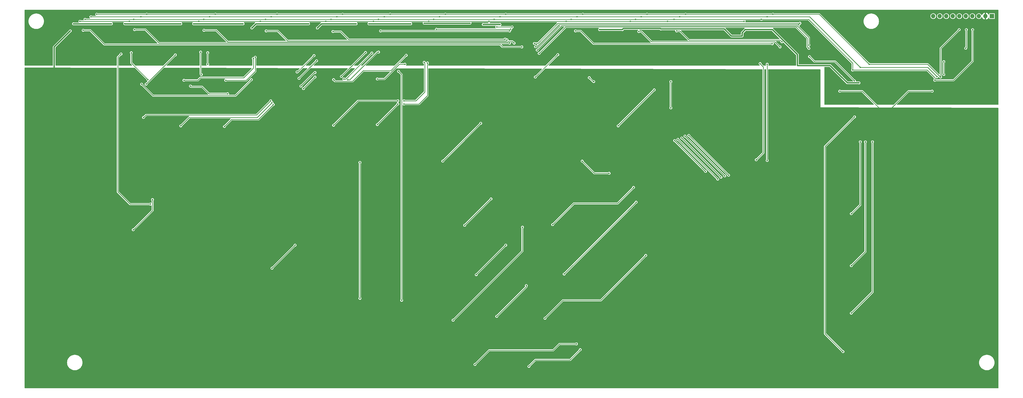
<source format=gbr>
%TF.GenerationSoftware,KiCad,Pcbnew,8.0.0*%
%TF.CreationDate,2025-05-08T15:49:05+08:00*%
%TF.ProjectId,keyboard,6b657962-6f61-4726-942e-6b696361645f,1.0*%
%TF.SameCoordinates,Original*%
%TF.FileFunction,Copper,L2,Bot*%
%TF.FilePolarity,Positive*%
%FSLAX46Y46*%
G04 Gerber Fmt 4.6, Leading zero omitted, Abs format (unit mm)*
G04 Created by KiCad (PCBNEW 8.0.0) date 2025-05-08 15:49:05*
%MOMM*%
%LPD*%
G01*
G04 APERTURE LIST*
%TA.AperFunction,ComponentPad*%
%ADD10R,1.700000X1.700000*%
%TD*%
%TA.AperFunction,ComponentPad*%
%ADD11O,1.700000X1.700000*%
%TD*%
%TA.AperFunction,ViaPad*%
%ADD12C,0.600000*%
%TD*%
%TA.AperFunction,Conductor*%
%ADD13C,0.255000*%
%TD*%
%TA.AperFunction,Conductor*%
%ADD14C,0.508000*%
%TD*%
G04 APERTURE END LIST*
D10*
%TO.P,J1,1,Pin_1*%
%TO.N,+5V*%
X432000000Y-40000000D03*
D11*
%TO.P,J1,2,Pin_2*%
%TO.N,GND*%
X429460000Y-40000000D03*
%TO.P,J1,3,Pin_3*%
%TO.N,+3V3*%
X426920000Y-40000000D03*
%TO.P,J1,4,Pin_4*%
%TO.N,/CLK*%
X424380000Y-40000000D03*
%TO.P,J1,5,Pin_5*%
%TO.N,/MISO*%
X421840000Y-40000000D03*
%TO.P,J1,6,Pin_6*%
%TO.N,/MOSI*%
X419300000Y-40000000D03*
%TO.P,J1,7,Pin_7*%
%TO.N,/IO.1*%
X416760000Y-40000000D03*
%TO.P,J1,8,Pin_8*%
%TO.N,/IO.2*%
X414220000Y-40000000D03*
%TO.P,J1,9,Pin_9*%
%TO.N,/IO.3*%
X411680000Y-40000000D03*
%TO.P,J1,10,Pin_10*%
%TO.N,/IO.4*%
X409140000Y-40000000D03*
%TD*%
D12*
%TO.N,GND*%
X60000000Y-48250000D03*
X68000000Y-40000000D03*
X226500000Y-54250000D03*
X387750000Y-64250000D03*
X364250000Y-46750000D03*
X375500000Y-42500000D03*
X240750000Y-47500000D03*
X432500000Y-58750000D03*
X425750000Y-65000000D03*
X222750000Y-54250000D03*
X159500000Y-54250000D03*
X388750000Y-73500000D03*
X91750000Y-42750000D03*
X387000000Y-64250000D03*
X60000000Y-53750000D03*
X90250000Y-45500000D03*
X143000000Y-43000000D03*
X394000000Y-42500000D03*
X231750000Y-43000000D03*
X432500000Y-57250000D03*
X374000000Y-42500000D03*
X407000000Y-62750000D03*
X390000000Y-73000000D03*
X379750000Y-67750000D03*
X255500000Y-49500000D03*
X275250000Y-55000000D03*
X396250000Y-42500000D03*
X103750000Y-54750000D03*
X208250000Y-42750000D03*
X331750000Y-45500000D03*
X276750000Y-55000000D03*
X60000000Y-49750000D03*
X429500000Y-45250000D03*
X374750000Y-42500000D03*
X118750000Y-42750000D03*
X250250000Y-56000000D03*
X152000000Y-47750000D03*
X229000000Y-44000000D03*
X104500000Y-54750000D03*
X355750000Y-45500000D03*
X299250000Y-46000000D03*
X376250000Y-42500000D03*
X72000000Y-42500000D03*
X224250000Y-54250000D03*
X428000000Y-65000000D03*
X391500000Y-73000000D03*
X270750000Y-47500000D03*
X183750000Y-44000000D03*
X319750000Y-55000000D03*
X116000000Y-44000000D03*
X158750000Y-54250000D03*
X370750000Y-62750000D03*
X425000000Y-65000000D03*
X392750000Y-73500000D03*
X373250000Y-42500000D03*
X364000000Y-45500000D03*
X389250000Y-64250000D03*
X140000000Y-44000000D03*
X158000000Y-54250000D03*
X60000000Y-56000000D03*
X388500000Y-64250000D03*
X432500000Y-56500000D03*
X385500000Y-64250000D03*
X392500000Y-42500000D03*
X432500000Y-55750000D03*
X65750000Y-40000000D03*
X377000000Y-42500000D03*
X60000000Y-47500000D03*
X225750000Y-54250000D03*
X106000000Y-54750000D03*
X297500000Y-45750000D03*
X187000000Y-42750000D03*
X225000000Y-54250000D03*
X281000000Y-47000000D03*
X279000000Y-55000000D03*
X278250000Y-55000000D03*
X395500000Y-42500000D03*
X393250000Y-42500000D03*
X277500000Y-55000000D03*
X256250000Y-47000000D03*
X168500000Y-43000000D03*
X318250000Y-55000000D03*
X321250000Y-55000000D03*
X100750000Y-47750000D03*
X426500000Y-65000000D03*
X223500000Y-54250000D03*
X432500000Y-55000000D03*
X428750000Y-65000000D03*
X106750000Y-54750000D03*
X427750000Y-51750000D03*
X67250000Y-40000000D03*
X328750000Y-47000000D03*
X320500000Y-55000000D03*
X386250000Y-64250000D03*
X344000000Y-47750000D03*
X156500000Y-54250000D03*
X155750000Y-54250000D03*
X69500000Y-40000000D03*
X259250000Y-45500000D03*
X317500000Y-55000000D03*
X60000000Y-46750000D03*
X432500000Y-58000000D03*
X310750000Y-47500000D03*
X416250000Y-67500000D03*
X60000000Y-56750000D03*
X68750000Y-40000000D03*
X254250000Y-45500000D03*
X205250000Y-44000000D03*
X427250000Y-65000000D03*
X70250000Y-45250000D03*
X394750000Y-42500000D03*
X157250000Y-54250000D03*
X284500000Y-46000000D03*
X107500000Y-54750000D03*
X60000000Y-57500000D03*
X364000000Y-49250000D03*
X66500000Y-40000000D03*
X60000000Y-49000000D03*
X195750000Y-47750000D03*
X60000000Y-54500000D03*
X60000000Y-46000000D03*
X319000000Y-55000000D03*
X276000000Y-55000000D03*
X60000000Y-55250000D03*
X364000000Y-50500000D03*
X165250000Y-44000000D03*
X105250000Y-54750000D03*
%TO.N,/MISO*%
X270500000Y-40250000D03*
%TO.N,+3V3*%
X184500000Y-43000000D03*
X373250000Y-63500000D03*
%TO.N,GND*%
X177500000Y-47500000D03*
%TO.N,GNDA*%
X227750000Y-181746000D03*
X212750000Y-42000000D03*
%TO.N,/CS.7*%
X215750000Y-45122500D03*
%TO.N,/CS.1*%
X78250000Y-45500000D03*
%TO.N,/MISO*%
X295500000Y-40250000D03*
%TO.N,/MOSI*%
X197750000Y-39250000D03*
%TO.N,GNDA*%
X61000000Y-79750000D03*
%TO.N,+3V3*%
X166000000Y-43000000D03*
%TO.N,/CLK*%
X98000000Y-41250000D03*
%TO.N,/MOSI*%
X83500000Y-39250000D03*
%TO.N,/CS.3*%
X125250000Y-45500000D03*
%TO.N,+3V3*%
X303122500Y-45000000D03*
%TO.N,/CLK*%
X149250000Y-41250000D03*
%TO.N,/MISO*%
X380750000Y-60000000D03*
%TO.N,+3V3*%
X228816318Y-42750000D03*
%TO.N,/MOSI*%
X272750000Y-39250000D03*
%TO.N,/MISO*%
X151500000Y-40250000D03*
%TO.N,GNDA*%
X77000000Y-42000000D03*
%TO.N,+3V3*%
X116250000Y-43000000D03*
%TO.N,/CLK*%
X424500000Y-45250000D03*
%TO.N,+3V3*%
X240500000Y-43250000D03*
%TO.N,/CLK*%
X293250000Y-41250000D03*
%TO.N,GNDA*%
X172750000Y-42000000D03*
X61000000Y-120250000D03*
%TO.N,/MISO*%
X100750000Y-40250000D03*
%TO.N,GND*%
X127750000Y-47750000D03*
%TO.N,GNDA*%
X353000000Y-120250000D03*
%TO.N,/MOSI*%
X297750000Y-39250000D03*
%TO.N,GNDA*%
X266250000Y-42000000D03*
X61000000Y-156000000D03*
%TO.N,/MOSI*%
X129750000Y-39250000D03*
%TO.N,GND*%
X295750000Y-47500000D03*
%TO.N,+3V3*%
X336000000Y-45250000D03*
%TO.N,/MOSI*%
X384250000Y-58750000D03*
X419250000Y-45250000D03*
%TO.N,/CLK*%
X238250000Y-41250000D03*
%TO.N,GNDA*%
X107250000Y-181746000D03*
%TO.N,/CLK*%
X79000000Y-41250000D03*
X268250000Y-41250000D03*
X308250000Y-41250000D03*
%TO.N,/CS.3*%
X246000000Y-50500000D03*
%TO.N,+3V3*%
X234000000Y-43250000D03*
%TO.N,/CLK*%
X377750000Y-61000000D03*
%TO.N,/CS.9*%
X349500000Y-52000000D03*
%TO.N,GND*%
X217500000Y-47750000D03*
%TO.N,/CLK*%
X342250000Y-41250000D03*
%TO.N,/CS.9*%
X294500000Y-46000000D03*
%TO.N,/MISO*%
X195500000Y-40250000D03*
%TO.N,+3V3*%
X89250000Y-43000000D03*
%TO.N,/MOSI*%
X242750000Y-39250000D03*
X346750000Y-39250000D03*
%TO.N,/CS.7*%
X244661598Y-45064003D03*
%TO.N,/MISO*%
X422000000Y-45250000D03*
%TO.N,GNDA*%
X291250000Y-42000000D03*
%TO.N,+3V3*%
X189500000Y-43000000D03*
%TO.N,/CLK*%
X214750000Y-41250000D03*
%TO.N,GNDA*%
X105750000Y-181746000D03*
%TO.N,/MOSI*%
X312750000Y-39250000D03*
%TO.N,/CS.1*%
X249000000Y-52000000D03*
%TO.N,/CLK*%
X125250000Y-41250000D03*
X174750000Y-41250000D03*
%TO.N,GNDA*%
X61750000Y-127250000D03*
%TO.N,/MOSI*%
X219250000Y-39250000D03*
%TO.N,/MISO*%
X127500000Y-40250000D03*
%TO.N,/MOSI*%
X103000000Y-39250000D03*
%TO.N,GNDA*%
X61000000Y-174250000D03*
%TO.N,+3V3*%
X205750000Y-43000000D03*
%TO.N,GNDA*%
X147250000Y-42000000D03*
%TO.N,/MISO*%
X217000000Y-40250000D03*
X81250000Y-40250000D03*
X310500000Y-40250000D03*
X344500000Y-40250000D03*
%TO.N,+3V3*%
X380250000Y-66000000D03*
%TO.N,GNDA*%
X73250000Y-45750000D03*
%TO.N,/CLK*%
X409750000Y-65000000D03*
%TO.N,/MISO*%
X177000000Y-40250000D03*
%TO.N,GNDA*%
X236250000Y-42000000D03*
X229250000Y-181746000D03*
X96250000Y-42000000D03*
%TO.N,+3V3*%
X140500000Y-43000000D03*
%TO.N,/CS.5*%
X175500000Y-46000000D03*
%TO.N,/MOSI*%
X153750000Y-39250000D03*
%TO.N,+3V3*%
X288122500Y-45250000D03*
%TO.N,/CS.5*%
X242491051Y-48962500D03*
%TO.N,+3V3*%
X169429000Y-44621000D03*
X121250000Y-43000000D03*
%TO.N,/MISO*%
X421750000Y-52500000D03*
%TO.N,+3V3*%
X74500000Y-43000000D03*
%TO.N,/MOSI*%
X179250000Y-39250000D03*
%TO.N,+3V3*%
X143929000Y-44596000D03*
%TO.N,GNDA*%
X191250000Y-42000000D03*
X123250000Y-42000000D03*
X305750000Y-42000000D03*
%TO.N,+3V3*%
X279250000Y-45246000D03*
%TO.N,/MOSI*%
X412000000Y-63750000D03*
%TO.N,/MISO*%
X240500000Y-40250000D03*
%TO.N,GND*%
X80750000Y-47750000D03*
%TO.N,+3V3*%
X211000000Y-42754000D03*
X94431290Y-42931290D03*
%TO.N,/MISO*%
X410635000Y-63615000D03*
%TO.N,GNDA*%
X336000000Y-102250000D03*
%TO.N,/CLK*%
X193250000Y-41250000D03*
%TO.N,GNDA*%
X335500000Y-42000000D03*
X90750000Y-127250000D03*
X225250000Y-127750000D03*
X80000000Y-132750000D03*
X95750000Y-69750000D03*
X70500000Y-184250000D03*
X80000000Y-133500000D03*
X396750000Y-78750000D03*
X67500000Y-167500000D03*
X125000000Y-138000000D03*
X192750000Y-69750000D03*
X310500000Y-106665535D03*
X215000000Y-184000000D03*
X269750000Y-181250000D03*
X214000000Y-102250000D03*
X242250000Y-127250000D03*
X409750000Y-163500000D03*
X77500000Y-166250000D03*
X336750000Y-181250000D03*
X394250000Y-109250000D03*
X123250000Y-127500000D03*
X193750000Y-175000000D03*
X330000000Y-70250000D03*
X206250000Y-127250000D03*
X269750000Y-163500000D03*
X116000000Y-184000000D03*
X69000000Y-167500000D03*
X82250000Y-109500000D03*
X167750000Y-163750000D03*
X112750000Y-109500000D03*
X430250000Y-184250000D03*
X427500000Y-140250000D03*
X372750000Y-69250000D03*
X64750000Y-70000000D03*
X201000000Y-156000000D03*
X411250000Y-163500000D03*
X205500000Y-62000000D03*
X163000000Y-102250000D03*
X84500000Y-150000000D03*
X375750000Y-181250000D03*
X265000000Y-102250000D03*
X336000000Y-174250000D03*
X248750000Y-68500000D03*
X248750000Y-70750000D03*
X77500000Y-167750000D03*
X115250000Y-184000000D03*
X390000000Y-120250000D03*
X245000000Y-165750000D03*
X189250000Y-127500000D03*
X139250000Y-175000000D03*
X78000000Y-102250000D03*
X281750000Y-70250000D03*
X261000000Y-138000000D03*
X138500000Y-175000000D03*
X103000000Y-174500000D03*
X277250000Y-184000000D03*
X95750000Y-87500000D03*
X83750000Y-150000000D03*
X336750000Y-109000000D03*
X199750000Y-109250000D03*
X210250000Y-175000000D03*
X138250000Y-127500000D03*
X112000000Y-102250000D03*
X71250000Y-184250000D03*
X246000000Y-174000000D03*
X182750000Y-109500000D03*
X129500000Y-133750000D03*
X64000000Y-70000000D03*
X340250000Y-127250000D03*
X208250000Y-87500000D03*
X63750000Y-181500000D03*
X174500000Y-88000000D03*
X325000000Y-155250000D03*
X426750000Y-80000000D03*
X282000000Y-80250000D03*
X397500000Y-78750000D03*
X189250000Y-69500000D03*
X218750000Y-184000000D03*
X173250000Y-175000000D03*
X92500000Y-177500000D03*
X319750000Y-87250000D03*
X99250000Y-109250000D03*
X288250000Y-167000000D03*
X82750000Y-181250000D03*
X222500000Y-120000000D03*
X310500000Y-108250000D03*
X289750000Y-167000000D03*
X60000000Y-65500000D03*
X60000000Y-62500000D03*
X174000000Y-175000000D03*
X402500000Y-95250000D03*
X317500000Y-68750000D03*
X427500000Y-142500000D03*
X60000000Y-76000000D03*
X260000000Y-71750000D03*
X197750000Y-109250000D03*
X81500000Y-150000000D03*
X246750000Y-145500000D03*
X319000000Y-174250000D03*
X373000000Y-102250000D03*
X248750000Y-69250000D03*
X139250000Y-96750000D03*
X278750000Y-184000000D03*
X239250000Y-163500000D03*
X355000000Y-151250000D03*
X95250000Y-79750000D03*
X139250000Y-93750000D03*
X407750000Y-163500000D03*
X325000000Y-153750000D03*
X82500000Y-92000000D03*
X172250000Y-87750000D03*
X257250000Y-127250000D03*
X146750000Y-109500000D03*
X82500000Y-91250000D03*
X114750000Y-87500000D03*
X294750000Y-127500000D03*
X390000000Y-156250000D03*
X338750000Y-181250000D03*
X197000000Y-102250000D03*
X212500000Y-97500000D03*
X319750000Y-127250000D03*
X427500000Y-139500000D03*
X260000000Y-68000000D03*
X373750000Y-163500000D03*
X139250000Y-96000000D03*
X180000000Y-102250000D03*
X215750000Y-184000000D03*
X353750000Y-87500000D03*
X424750000Y-109500000D03*
X146750000Y-87500000D03*
X99250000Y-87500000D03*
X112750000Y-70000000D03*
X133750000Y-163500000D03*
X355000000Y-150500000D03*
X355000000Y-149750000D03*
X220750000Y-163500000D03*
X250750000Y-87750000D03*
X191250000Y-88000000D03*
X394250000Y-163750000D03*
X174250000Y-127500000D03*
X139250000Y-94500000D03*
X340250000Y-109250000D03*
X340250000Y-181250000D03*
X148750000Y-87500000D03*
X242750000Y-165750000D03*
X158250000Y-175000000D03*
X430000000Y-168500000D03*
X226750000Y-127750000D03*
X336000000Y-120000000D03*
X191500000Y-175000000D03*
X82500000Y-74750000D03*
X82500000Y-71000000D03*
X212500000Y-93750000D03*
X92500000Y-174500000D03*
X243500000Y-127250000D03*
X323250000Y-87250000D03*
X141750000Y-127500000D03*
X411250000Y-127500000D03*
X140750000Y-175000000D03*
X269250000Y-109250000D03*
X226750000Y-69500000D03*
X392750000Y-109500000D03*
X353750000Y-127500000D03*
X63750000Y-109500000D03*
X129500000Y-131500000D03*
X395000000Y-175250000D03*
X223250000Y-127750000D03*
X239500000Y-120250000D03*
X279500000Y-184000000D03*
X231250000Y-145500000D03*
X116250000Y-87500000D03*
X188500000Y-62250000D03*
X312500000Y-163500000D03*
X355000000Y-148250000D03*
X254750000Y-163250000D03*
X171500000Y-120250000D03*
X113000000Y-184000000D03*
X390000000Y-101750000D03*
X377250000Y-109250000D03*
X377250000Y-181250000D03*
X60000000Y-73750000D03*
X63250000Y-70000000D03*
X428250000Y-109500000D03*
X323250000Y-181500000D03*
X292250000Y-181500000D03*
X430500000Y-80000000D03*
X95000000Y-62000000D03*
X402500000Y-97500000D03*
X325000000Y-152250000D03*
X62000000Y-181250000D03*
X260750000Y-127500000D03*
X284750000Y-109500000D03*
X390000000Y-77000000D03*
X91000000Y-138000000D03*
X248250000Y-145500000D03*
X184750000Y-163750000D03*
X265250000Y-145250000D03*
X312500000Y-165000000D03*
X365250000Y-184000000D03*
X312500000Y-144500000D03*
X210000000Y-138250000D03*
X207250000Y-175000000D03*
X231750000Y-109250000D03*
X428250000Y-163500000D03*
X82500000Y-93500000D03*
X180750000Y-109500000D03*
X178750000Y-145500000D03*
X340250000Y-87500000D03*
X291250000Y-127250000D03*
X69000000Y-184250000D03*
X225750000Y-181500000D03*
X78750000Y-109250000D03*
X312500000Y-162000000D03*
X398250000Y-78750000D03*
X61000000Y-138000000D03*
X192500000Y-88250000D03*
X121250000Y-127500000D03*
X261750000Y-145250000D03*
X99250000Y-69750000D03*
X84750000Y-181500000D03*
X176750000Y-145500000D03*
X312500000Y-146000000D03*
X175750000Y-127500000D03*
X395000000Y-173750000D03*
X427750000Y-168500000D03*
X330000000Y-72500000D03*
X432500000Y-184250000D03*
X112750000Y-87500000D03*
X396000000Y-78750000D03*
X361500000Y-184000000D03*
X60000000Y-74500000D03*
X265750000Y-87750000D03*
X82500000Y-94250000D03*
X212750000Y-145250000D03*
X353750000Y-109250000D03*
X246750000Y-181250000D03*
X181250000Y-133250000D03*
X197250000Y-145750000D03*
X281750000Y-71750000D03*
X129500000Y-130000000D03*
X244000000Y-138250000D03*
X131750000Y-69500000D03*
X267000000Y-174627500D03*
X188500000Y-79750000D03*
X133250000Y-69500000D03*
X80750000Y-109500000D03*
X77500000Y-170000000D03*
X351500000Y-135000000D03*
X317500000Y-71750000D03*
X257500000Y-113750000D03*
X373000000Y-156250000D03*
X63750000Y-127250000D03*
X110750000Y-145500000D03*
X190750000Y-175000000D03*
X267750000Y-87750000D03*
X407750000Y-127500000D03*
X155250000Y-127250000D03*
X218750000Y-163500000D03*
X338750000Y-109250000D03*
X184000000Y-156250000D03*
X181250000Y-132500000D03*
X424750000Y-163500000D03*
X355000000Y-149000000D03*
X290500000Y-120250000D03*
X319750000Y-181500000D03*
X131750000Y-109500000D03*
X340250000Y-163750000D03*
X57500000Y-114500000D03*
X252250000Y-109250000D03*
X409750000Y-181250000D03*
X267750000Y-181500000D03*
X139250000Y-95250000D03*
X312500000Y-147500000D03*
X164500000Y-184250000D03*
X140000000Y-175000000D03*
X325000000Y-156000000D03*
X402500000Y-94500000D03*
X112000000Y-62250000D03*
X395000000Y-176750000D03*
X159750000Y-175000000D03*
X290500000Y-167000000D03*
X103250000Y-163750000D03*
X112250000Y-145500000D03*
X408750000Y-69250000D03*
X390750000Y-145500000D03*
X357250000Y-127500000D03*
X431000000Y-184250000D03*
X60000000Y-76750000D03*
X82500000Y-73250000D03*
X172500000Y-175000000D03*
X317500000Y-70250000D03*
X92500000Y-173750000D03*
X426750000Y-127750000D03*
X402500000Y-96000000D03*
X429750000Y-80000000D03*
X172250000Y-69750000D03*
X281750000Y-68000000D03*
X392750000Y-127500000D03*
X426750000Y-109500000D03*
X257500000Y-115250000D03*
X154250000Y-163500000D03*
X375750000Y-109250000D03*
X193000000Y-175000000D03*
X133000000Y-156000000D03*
X407000000Y-102250000D03*
X288000000Y-174000000D03*
X69750000Y-184250000D03*
X82000000Y-174500000D03*
X411250000Y-181250000D03*
X319750000Y-109500000D03*
X82500000Y-71750000D03*
X148750000Y-109250000D03*
X65250000Y-181500000D03*
X260000000Y-70250000D03*
X284500000Y-87750000D03*
X129500000Y-133000000D03*
X407750000Y-109500000D03*
X353750000Y-181250000D03*
X116250000Y-70250000D03*
X377250000Y-145500000D03*
X259250000Y-127500000D03*
X357250000Y-87500000D03*
X337500000Y-126750000D03*
X407750000Y-181250000D03*
X377250000Y-163500000D03*
X161750000Y-145750000D03*
X286750000Y-167000000D03*
X95250000Y-145250000D03*
X208750000Y-175000000D03*
X229750000Y-145500000D03*
X355000000Y-147500000D03*
X350750000Y-162500000D03*
X118750000Y-163500000D03*
X77500000Y-168500000D03*
X114750000Y-109750000D03*
X129250000Y-145500000D03*
X208250000Y-69500000D03*
X82500000Y-74000000D03*
X350750000Y-135000000D03*
X107750000Y-127500000D03*
X95750000Y-109250000D03*
X142250000Y-175000000D03*
X250250000Y-181500000D03*
X61000000Y-102250000D03*
X165750000Y-109500000D03*
X137250000Y-163500000D03*
X353000000Y-135000000D03*
X392750000Y-76000000D03*
X245750000Y-165750000D03*
X181250000Y-134750000D03*
X392750000Y-163750000D03*
X188250000Y-163750000D03*
X147000000Y-80750000D03*
X97750000Y-87750000D03*
X244250000Y-165750000D03*
X353750000Y-162500000D03*
X287500000Y-167000000D03*
X124750000Y-127500000D03*
X72000000Y-184250000D03*
X257500000Y-114500000D03*
X330000000Y-68750000D03*
X394250000Y-145500000D03*
X399750000Y-78750000D03*
X427500000Y-80000000D03*
X319000000Y-102250000D03*
X281750000Y-69500000D03*
X217250000Y-184000000D03*
X80000000Y-132000000D03*
X277500000Y-127500000D03*
X319000000Y-120250000D03*
X282750000Y-87750000D03*
X229500000Y-95000000D03*
X166000000Y-184250000D03*
X225000000Y-69500000D03*
X61750000Y-109500000D03*
X433250000Y-184250000D03*
X65250000Y-87500000D03*
X127750000Y-145500000D03*
X395000000Y-176000000D03*
X243500000Y-165750000D03*
X174750000Y-175000000D03*
X195750000Y-145750000D03*
X427500000Y-141000000D03*
X159000000Y-138000000D03*
X373000000Y-174000000D03*
X99750000Y-163500000D03*
X63750000Y-163750000D03*
X154500000Y-120250000D03*
X427500000Y-141750000D03*
X176250000Y-175000000D03*
X281000000Y-184000000D03*
X373750000Y-145250000D03*
X301750000Y-87500000D03*
X60000000Y-63250000D03*
X252000000Y-156000000D03*
X129500000Y-132250000D03*
X201750000Y-163500000D03*
X330000000Y-69500000D03*
X209500000Y-175000000D03*
X108000000Y-138000000D03*
X227000000Y-138000000D03*
X338750000Y-163750000D03*
X66750000Y-167500000D03*
X244750000Y-145500000D03*
X163750000Y-109250000D03*
X269250000Y-87750000D03*
X226681290Y-87181290D03*
X140250000Y-127500000D03*
X180250000Y-145500000D03*
X146000000Y-102000000D03*
X86250000Y-181500000D03*
X80000000Y-134250000D03*
X424000000Y-156250000D03*
X60000000Y-75250000D03*
X60000000Y-77500000D03*
X174250000Y-69750000D03*
X252250000Y-87750000D03*
X83000000Y-150000000D03*
X312500000Y-164250000D03*
X242000000Y-165750000D03*
X323250000Y-109500000D03*
X228750000Y-95000000D03*
X163000000Y-184250000D03*
X225000000Y-174000000D03*
X390750000Y-163750000D03*
X206250000Y-69500000D03*
X135750000Y-163500000D03*
X330000000Y-71750000D03*
X317500000Y-71000000D03*
X70500000Y-167500000D03*
X163750000Y-184250000D03*
X395000000Y-174500000D03*
X92500000Y-175250000D03*
X171250000Y-164000000D03*
X97750000Y-69750000D03*
X257500000Y-113000000D03*
X114750000Y-70250000D03*
X431750000Y-184250000D03*
X91750000Y-145500000D03*
X57500000Y-115250000D03*
X366000000Y-184000000D03*
X86500000Y-120000000D03*
X186750000Y-163750000D03*
X218250000Y-109250000D03*
X265750000Y-109250000D03*
X289000000Y-167000000D03*
X290750000Y-181500000D03*
X235250000Y-109250000D03*
X426250000Y-168500000D03*
X141500000Y-175000000D03*
X231000000Y-95000000D03*
X192750000Y-127250000D03*
X273250000Y-163750000D03*
X116750000Y-163500000D03*
X274250000Y-127250000D03*
X150000000Y-155750000D03*
X223500000Y-69500000D03*
X312500000Y-143750000D03*
X77500000Y-167000000D03*
X257500000Y-111500000D03*
X355750000Y-181250000D03*
X227750000Y-145500000D03*
X103750000Y-181500000D03*
X93750000Y-145500000D03*
X281750000Y-71000000D03*
X212500000Y-95250000D03*
X375750000Y-127500000D03*
X87250000Y-127250000D03*
X248750000Y-67750000D03*
X299750000Y-87500000D03*
X205250000Y-163500000D03*
X142000000Y-138000000D03*
X257500000Y-112250000D03*
X273500000Y-120250000D03*
X146750000Y-69500000D03*
X267750000Y-109250000D03*
X388750000Y-76500000D03*
X157500000Y-175000000D03*
X104250000Y-127500000D03*
X116000000Y-156000000D03*
X77500000Y-169250000D03*
X310500000Y-109750000D03*
X428250000Y-127750000D03*
X321750000Y-181500000D03*
X353750000Y-135000000D03*
X216750000Y-109250000D03*
X317500000Y-69500000D03*
X181250000Y-131750000D03*
X310500000Y-109000000D03*
X351500000Y-162500000D03*
X124000000Y-174250000D03*
X237750000Y-163500000D03*
X214250000Y-145500000D03*
X158750000Y-127250000D03*
X171500000Y-79250000D03*
X321750000Y-127500000D03*
X150250000Y-69750000D03*
X57500000Y-113750000D03*
X429000000Y-80000000D03*
X233750000Y-109250000D03*
X223500000Y-87500000D03*
X80000000Y-135000000D03*
X299000000Y-80000000D03*
X65500000Y-70000000D03*
X407000000Y-156250000D03*
X282750000Y-109500000D03*
X212500000Y-94500000D03*
X171500000Y-62250000D03*
X312500000Y-146750000D03*
X321750000Y-109500000D03*
X148750000Y-69500000D03*
X225250000Y-87250000D03*
X189000000Y-87750000D03*
X65250000Y-145750000D03*
X99000000Y-156000000D03*
X68250000Y-167500000D03*
X411250000Y-109500000D03*
X264750000Y-80000000D03*
X175750000Y-69750000D03*
X373000000Y-138250000D03*
X65250000Y-163750000D03*
X375750000Y-163500000D03*
X137500000Y-120250000D03*
X363750000Y-184000000D03*
X391500000Y-77000000D03*
X57500000Y-116000000D03*
X159000000Y-175000000D03*
X82500000Y-72500000D03*
X208250000Y-127500000D03*
X325000000Y-153000000D03*
X330000000Y-71000000D03*
X336750000Y-163750000D03*
X260000000Y-69500000D03*
X310500000Y-110500000D03*
X269000000Y-156000000D03*
X409500000Y-109500000D03*
X159750000Y-145750000D03*
X57500000Y-117500000D03*
X248750000Y-70000000D03*
X184250000Y-109750000D03*
X167000000Y-156000000D03*
X68250000Y-184250000D03*
X248750000Y-181500000D03*
X206250000Y-87250000D03*
X363000000Y-184000000D03*
X82500000Y-95000000D03*
X373750000Y-127500000D03*
X231000000Y-102250000D03*
X129000000Y-80250000D03*
X394250000Y-127500000D03*
X129750000Y-69500000D03*
X263750000Y-145250000D03*
X248750000Y-71500000D03*
X162250000Y-184250000D03*
X353000000Y-102500000D03*
X276250000Y-127500000D03*
X288750000Y-181250000D03*
X65250000Y-127250000D03*
X428250000Y-80000000D03*
X92500000Y-176000000D03*
X390000000Y-138250000D03*
X214750000Y-109250000D03*
X312500000Y-145250000D03*
X252750000Y-163250000D03*
X150250000Y-87500000D03*
X181250000Y-134000000D03*
X429500000Y-184250000D03*
X210750000Y-145250000D03*
X124750000Y-181250000D03*
X125750000Y-145500000D03*
X319000000Y-80000000D03*
X208000000Y-175000000D03*
X355750000Y-109250000D03*
X353000000Y-162500000D03*
X407000000Y-138000000D03*
X61750000Y-163750000D03*
X336750000Y-87250000D03*
X411250000Y-145250000D03*
X227250000Y-95000000D03*
X399000000Y-78750000D03*
X167250000Y-109500000D03*
X157250000Y-127250000D03*
X352250000Y-162500000D03*
X248000000Y-102250000D03*
X235750000Y-163500000D03*
X82500000Y-92750000D03*
X357250000Y-109250000D03*
X248750000Y-109250000D03*
X409750000Y-127500000D03*
X355750000Y-127500000D03*
X156000000Y-175000000D03*
X57500000Y-116750000D03*
X101750000Y-163500000D03*
X63750000Y-87250000D03*
X222500000Y-79750000D03*
X336000000Y-80000000D03*
X350000000Y-162500000D03*
X133250000Y-87500000D03*
X152750000Y-163500000D03*
X106250000Y-127500000D03*
X427500000Y-138750000D03*
X218000000Y-184000000D03*
X120250000Y-163500000D03*
X312500000Y-162750000D03*
X373750000Y-109250000D03*
X355750000Y-87500000D03*
X336000000Y-156250000D03*
X192250000Y-175000000D03*
X163250000Y-145750000D03*
X169750000Y-164000000D03*
X364500000Y-184000000D03*
X181281621Y-130927888D03*
X357250000Y-181250000D03*
X280250000Y-184000000D03*
X191250000Y-127500000D03*
X352250000Y-135000000D03*
X310500000Y-107500000D03*
X427000000Y-168500000D03*
X317500000Y-72500000D03*
X60000000Y-64750000D03*
X282000000Y-102250000D03*
X175500000Y-175000000D03*
X271250000Y-181250000D03*
X156750000Y-175000000D03*
X126750000Y-181500000D03*
X108750000Y-145500000D03*
X129750000Y-109500000D03*
X190000000Y-175000000D03*
X128250000Y-181500000D03*
X209750000Y-127500000D03*
X188500000Y-120250000D03*
X248000000Y-79750000D03*
X312500000Y-161250000D03*
X165250000Y-184250000D03*
X65250000Y-109500000D03*
X212500000Y-96750000D03*
X338750000Y-87500000D03*
X146250000Y-145500000D03*
X402500000Y-93750000D03*
X407000000Y-174250000D03*
X362250000Y-184000000D03*
X146000000Y-62500000D03*
X205500000Y-80000000D03*
X218000000Y-156250000D03*
X129750000Y-87500000D03*
X284250000Y-143750000D03*
X424000000Y-120250000D03*
X129500000Y-130750000D03*
X191250000Y-69750000D03*
X256500000Y-120250000D03*
X278000000Y-184000000D03*
X80000000Y-131250000D03*
X402500000Y-96750000D03*
X373000000Y-120250000D03*
X176000000Y-138000000D03*
X424000000Y-102250000D03*
X66250000Y-70000000D03*
X260000000Y-68750000D03*
X286000000Y-87750000D03*
X176000000Y-88000000D03*
X293250000Y-127500000D03*
X150750000Y-163500000D03*
X271750000Y-163750000D03*
X113750000Y-184000000D03*
X353000000Y-174250000D03*
X321750000Y-87250000D03*
X279000000Y-138250000D03*
X256250000Y-163250000D03*
X323250000Y-127500000D03*
X97750000Y-109250000D03*
X129000000Y-62250000D03*
X228000000Y-95000000D03*
X142750000Y-145500000D03*
X193750000Y-145500000D03*
X377250000Y-127500000D03*
X303250000Y-87500000D03*
X221250000Y-62500000D03*
X248750000Y-87750000D03*
X428500000Y-168500000D03*
X281750000Y-68750000D03*
X235000000Y-156250000D03*
X89250000Y-127250000D03*
X139250000Y-97500000D03*
X144750000Y-145500000D03*
X222250000Y-163500000D03*
X95000000Y-102000000D03*
X407000000Y-120500000D03*
X250750000Y-109250000D03*
X216500000Y-184000000D03*
X85250000Y-150000000D03*
X120500000Y-120250000D03*
X286250000Y-109500000D03*
X116250000Y-109750000D03*
X92500000Y-176750000D03*
X103500000Y-120000000D03*
X172250000Y-127500000D03*
X260000000Y-71000000D03*
X230250000Y-95000000D03*
X63750000Y-145750000D03*
X407750000Y-145250000D03*
X338750000Y-127250000D03*
X201250000Y-109250000D03*
X60000000Y-66250000D03*
X429250000Y-168500000D03*
X60000000Y-64000000D03*
X390750000Y-109500000D03*
X206500000Y-175000000D03*
X426750000Y-163500000D03*
X325000000Y-154500000D03*
X209750000Y-87250000D03*
X424750000Y-127750000D03*
X112250000Y-184000000D03*
X131750000Y-87500000D03*
X390750000Y-127500000D03*
X203750000Y-163500000D03*
X82250000Y-150000000D03*
X61750000Y-145750000D03*
X350000000Y-135000000D03*
X353000000Y-80250000D03*
X150250000Y-109250000D03*
X61750000Y-87250000D03*
X209750000Y-69750000D03*
X395000000Y-177500000D03*
X129000000Y-102250000D03*
X69750000Y-167500000D03*
X112000000Y-80250000D03*
X240250000Y-127250000D03*
X133250000Y-109500000D03*
X373750000Y-181250000D03*
X375750000Y-145500000D03*
X114500000Y-184000000D03*
X409750000Y-145250000D03*
X193000000Y-138000000D03*
X212500000Y-96000000D03*
X392750000Y-145500000D03*
X62500000Y-70000000D03*
X205500000Y-120000000D03*
%TO.N,/analog11*%
X104450001Y-113250000D03*
X93000000Y-54750000D03*
%TO.N,/analog14*%
X97750000Y-123250000D03*
X103500000Y-64750000D03*
X105250000Y-111500000D03*
X97000000Y-54250000D03*
%TO.N,/analog17*%
X102750000Y-66500000D03*
X114125000Y-55125000D03*
%TO.N,/analog19*%
X134500000Y-70250000D03*
X120000000Y-67250000D03*
%TO.N,/analog22*%
X124000000Y-54000000D03*
X124250000Y-62750000D03*
%TO.N,/analog24*%
X126750000Y-58750000D03*
X126750000Y-54250000D03*
%TO.N,/analog25*%
X143750000Y-64750000D03*
X101000000Y-66500000D03*
%TO.N,/analog26*%
X144500000Y-56500000D03*
X117500000Y-65000000D03*
%TO.N,/analog27*%
X145250000Y-56000000D03*
X133750000Y-65000000D03*
%TO.N,/analog29*%
X101750000Y-79500000D03*
X151250000Y-73000000D03*
%TO.N,/analog30*%
X151750000Y-73750000D03*
X116250000Y-82750000D03*
%TO.N,/analog31*%
X133250000Y-83000000D03*
X152250000Y-74500000D03*
%TO.N,/analog35*%
X161500000Y-61750000D03*
X168125000Y-55375000D03*
%TO.N,/analog37*%
X162250000Y-64250000D03*
X169125000Y-57375000D03*
%TO.N,/analog39*%
X163000000Y-67250000D03*
X160750000Y-129250000D03*
X168500000Y-62000000D03*
X151750000Y-138250000D03*
%TO.N,/analog40*%
X164000000Y-68250000D03*
X168500000Y-63750000D03*
%TO.N,/analog43*%
X178750000Y-63500000D03*
X188181290Y-54181290D03*
%TO.N,/analog45*%
X190635000Y-54385000D03*
X179750000Y-64500000D03*
%TO.N,/analog47*%
X186000000Y-150000000D03*
X193250000Y-54000000D03*
X186000000Y-97000000D03*
X181250000Y-64750000D03*
%TO.N,/analog48*%
X201000000Y-61500000D03*
X202250000Y-150750000D03*
%TO.N,/analog49*%
X175750000Y-64750000D03*
X204000000Y-55250000D03*
%TO.N,/analog50*%
X192750000Y-64500000D03*
X203500000Y-58750000D03*
%TO.N,/analog53*%
X203125000Y-73000000D03*
X200750000Y-73000000D03*
X211000000Y-58000000D03*
X175750000Y-82500000D03*
%TO.N,/analog54*%
X200750000Y-74250000D03*
X212250000Y-58250000D03*
X203125000Y-74250000D03*
X192750000Y-82250000D03*
%TO.N,/analog57*%
X233000000Y-81750000D03*
X218250000Y-96500000D03*
%TO.N,/analog59*%
X237000000Y-111250000D03*
X226750000Y-121500000D03*
%TO.N,/analog61*%
X231250000Y-140750000D03*
X242750000Y-129250000D03*
%TO.N,/analog63*%
X222250000Y-158500000D03*
X249250000Y-122250000D03*
%TO.N,/analog64*%
X239250000Y-157000000D03*
X250750000Y-145000000D03*
%TO.N,/analog65*%
X261000000Y-121250000D03*
X292500000Y-106750000D03*
%TO.N,/analog66*%
X265500000Y-140500000D03*
X293500000Y-112500000D03*
%TO.N,/analog67*%
X297250000Y-133250000D03*
X258000000Y-157750000D03*
%TO.N,/analog69*%
X270250000Y-167750000D03*
X230750000Y-175750000D03*
%TO.N,/analog70*%
X271750000Y-170000000D03*
X251750000Y-176500000D03*
%TO.N,/analog75*%
X263000000Y-55000000D03*
X254250000Y-63750000D03*
%TO.N,/analog77*%
X283000000Y-101250000D03*
X272500000Y-96500000D03*
%TO.N,/analog79*%
X275250000Y-64000000D03*
X277000000Y-65500000D03*
%TO.N,/analog81*%
X286500000Y-82750000D03*
X300555000Y-68750000D03*
%TO.N,/analog83*%
X320500000Y-100500000D03*
X308500000Y-88500000D03*
%TO.N,/analog84*%
X325250000Y-103500000D03*
X309750000Y-88000000D03*
%TO.N,/analog85*%
X311250000Y-87500000D03*
X326500000Y-102750000D03*
%TO.N,/analog86*%
X307000000Y-65500000D03*
X307000000Y-75750000D03*
%TO.N,/analog87*%
X328000000Y-102250000D03*
X312500000Y-86750000D03*
%TO.N,/analog88*%
X329500000Y-102000000D03*
X314000000Y-86500000D03*
%TO.N,/analog92*%
X340250000Y-96000000D03*
X341750000Y-58500000D03*
%TO.N,/analog94*%
X344500000Y-58750000D03*
X344500000Y-96250000D03*
%TO.N,/analog98*%
X377250000Y-117000000D03*
X380750000Y-89000000D03*
%TO.N,/analog100*%
X377250000Y-137250000D03*
X382750000Y-89000000D03*
%TO.N,/analog102*%
X385500000Y-89000000D03*
X377250000Y-155750000D03*
%TO.N,/analog104*%
X378500000Y-79250000D03*
X374000000Y-170750000D03*
%TO.N,/IO.2*%
X360750000Y-51299999D03*
X255000000Y-53250000D03*
%TO.N,/IO.3*%
X254345000Y-51905000D03*
X356750000Y-43377500D03*
%TO.N,/IO.1*%
X255750000Y-54500000D03*
X360750000Y-52569999D03*
%TO.N,/IO.4*%
X253885000Y-50635000D03*
X357250000Y-42750000D03*
%TO.N,/CS.2*%
X98250000Y-45250000D03*
X244250000Y-50500000D03*
%TO.N,/CS.4*%
X243250000Y-49250000D03*
X149500000Y-45750000D03*
%TO.N,/CS.6*%
X244250000Y-45750000D03*
X194000000Y-45750000D03*
%TO.N,/CS.8*%
X239250000Y-44250000D03*
X245250000Y-44250000D03*
%TO.N,/CS.14*%
X413250000Y-62750000D03*
X413250000Y-57750000D03*
%TO.N,/CS.10*%
X346500000Y-50750000D03*
X269887420Y-45750000D03*
%TO.N,/CS.13*%
X378500000Y-65250000D03*
X361000000Y-55750000D03*
%TO.N,/CS.11*%
X309250000Y-45750000D03*
X350250000Y-50000000D03*
%TD*%
D13*
%TO.N,/analog53*%
X211250000Y-58250000D02*
X211000000Y-58000000D01*
X211250000Y-69500000D02*
X211250000Y-58250000D01*
X203125000Y-73000000D02*
X207750000Y-73000000D01*
X207750000Y-73000000D02*
X211250000Y-69500000D01*
%TO.N,/analog54*%
X209000000Y-74250000D02*
X212250000Y-71000000D01*
X212250000Y-71000000D02*
X212250000Y-58250000D01*
X203125000Y-74250000D02*
X209000000Y-74250000D01*
%TO.N,/CS.5*%
X242318551Y-49135000D02*
X242491051Y-48962500D01*
X181635000Y-49135000D02*
X242318551Y-49135000D01*
X178500000Y-46000000D02*
X181635000Y-49135000D01*
X175500000Y-46000000D02*
X178500000Y-46000000D01*
%TO.N,/MISO*%
X361000000Y-40250000D02*
X344500000Y-40250000D01*
%TO.N,/CLK*%
X417000000Y-65000000D02*
X409750000Y-65000000D01*
%TO.N,GNDA*%
X266250000Y-42000000D02*
X291250000Y-42000000D01*
%TO.N,/MISO*%
X195500000Y-40250000D02*
X177000000Y-40250000D01*
%TO.N,/CS.3*%
X245372500Y-49872500D02*
X243672500Y-49872500D01*
D14*
%TO.N,+3V3*%
X145525000Y-43000000D02*
X143929000Y-44596000D01*
X369000000Y-59250000D02*
X356250000Y-59250000D01*
D13*
%TO.N,/CLK*%
X268250000Y-41250000D02*
X238250000Y-41250000D01*
%TO.N,/CS.1*%
X81000000Y-45500000D02*
X78250000Y-45500000D01*
D14*
%TO.N,+3V3*%
X356250000Y-54933682D02*
X346566318Y-45250000D01*
D13*
%TO.N,/MOSI*%
X129750000Y-39250000D02*
X103000000Y-39250000D01*
X297750000Y-39250000D02*
X272750000Y-39250000D01*
%TO.N,/MISO*%
X410635000Y-63615000D02*
X407020000Y-60000000D01*
D14*
%TO.N,+3V3*%
X293750000Y-44786500D02*
X288586000Y-44786500D01*
D13*
%TO.N,/CS.1*%
X86500000Y-51000000D02*
X81000000Y-45500000D01*
%TO.N,/MISO*%
X422000000Y-52250000D02*
X421750000Y-52500000D01*
%TO.N,/CLK*%
X377750000Y-58362580D02*
X377750000Y-61000000D01*
%TO.N,/CS.7*%
X244603101Y-45122500D02*
X215750000Y-45122500D01*
%TO.N,/MOSI*%
X103000000Y-39250000D02*
X83500000Y-39250000D01*
%TO.N,/MISO*%
X422000000Y-45250000D02*
X422000000Y-52250000D01*
D14*
%TO.N,GNDA*%
X61000000Y-79750000D02*
X67004000Y-73746000D01*
%TO.N,+3V3*%
X171050000Y-43000000D02*
X169429000Y-44621000D01*
D13*
%TO.N,/MOSI*%
X153750000Y-39250000D02*
X129750000Y-39250000D01*
D14*
%TO.N,+3V3*%
X311000000Y-45000000D02*
X310750000Y-45000000D01*
D13*
%TO.N,/MOSI*%
X242750000Y-39250000D02*
X219250000Y-39250000D01*
D14*
%TO.N,+3V3*%
X330566318Y-47750000D02*
X327816318Y-45000000D01*
D13*
%TO.N,GNDA*%
X305750000Y-42000000D02*
X335500000Y-42000000D01*
X123250000Y-42000000D02*
X147250000Y-42000000D01*
D14*
%TO.N,+3V3*%
X373250000Y-63500000D02*
X369000000Y-59250000D01*
D13*
%TO.N,/CS.3*%
X246000000Y-50500000D02*
X245372500Y-49872500D01*
%TO.N,/MOSI*%
X197750000Y-39250000D02*
X179250000Y-39250000D01*
%TO.N,/CLK*%
X308250000Y-41250000D02*
X293250000Y-41250000D01*
%TO.N,/CS.9*%
X347500000Y-50000000D02*
X299500000Y-50000000D01*
%TO.N,/MISO*%
X127500000Y-40250000D02*
X100750000Y-40250000D01*
%TO.N,/MOSI*%
X179250000Y-39250000D02*
X153750000Y-39250000D01*
%TO.N,/CLK*%
X293250000Y-41250000D02*
X268250000Y-41250000D01*
D14*
%TO.N,+3V3*%
X303122500Y-45000000D02*
X302909000Y-44786500D01*
D13*
%TO.N,/MISO*%
X240500000Y-40250000D02*
X217000000Y-40250000D01*
%TO.N,/MOSI*%
X312750000Y-39250000D02*
X297750000Y-39250000D01*
%TO.N,/MISO*%
X344500000Y-40250000D02*
X344250000Y-40250000D01*
D14*
%TO.N,+3V3*%
X279250000Y-45246000D02*
X288118500Y-45246000D01*
X216496000Y-42754000D02*
X211000000Y-42754000D01*
D13*
%TO.N,/CLK*%
X193250000Y-41250000D02*
X174750000Y-41250000D01*
%TO.N,/MISO*%
X380750000Y-60000000D02*
X361000000Y-40250000D01*
%TO.N,/MOSI*%
X346500000Y-39250000D02*
X312750000Y-39250000D01*
D14*
%TO.N,+3V3*%
X356250000Y-59250000D02*
X356250000Y-54933682D01*
X288586000Y-44786500D02*
X288122500Y-45250000D01*
D13*
%TO.N,/CS.9*%
X295500000Y-46000000D02*
X294500000Y-46000000D01*
%TO.N,/MOSI*%
X219250000Y-39250000D02*
X197750000Y-39250000D01*
%TO.N,/MISO*%
X344250000Y-40250000D02*
X310500000Y-40250000D01*
D14*
%TO.N,+3V3*%
X327816318Y-45000000D02*
X311000000Y-45000000D01*
D13*
%TO.N,/MOSI*%
X384250000Y-58750000D02*
X407000000Y-58750000D01*
D14*
%TO.N,+3V3*%
X288118500Y-45246000D02*
X288122500Y-45250000D01*
D13*
%TO.N,GNDA*%
X172750000Y-42000000D02*
X191250000Y-42000000D01*
%TO.N,/MOSI*%
X407000000Y-58750000D02*
X412000000Y-63750000D01*
%TO.N,/CLK*%
X342250000Y-41250000D02*
X360637420Y-41250000D01*
D14*
%TO.N,+3V3*%
X375754000Y-66004000D02*
X373250000Y-63500000D01*
X346566318Y-45250000D02*
X343000000Y-45250000D01*
D13*
%TO.N,/MOSI*%
X346750000Y-39250000D02*
X346500000Y-39250000D01*
%TO.N,GNDA*%
X147250000Y-42000000D02*
X172750000Y-42000000D01*
D14*
%TO.N,+3V3*%
X166000000Y-43000000D02*
X145525000Y-43000000D01*
D13*
%TO.N,/CS.9*%
X349500000Y-52000000D02*
X347500000Y-50000000D01*
%TO.N,/CS.7*%
X244661598Y-45064003D02*
X244603101Y-45122500D01*
%TO.N,/CLK*%
X409750000Y-65000000D02*
X409750000Y-64000000D01*
X174750000Y-41250000D02*
X149250000Y-41250000D01*
D14*
%TO.N,+3V3*%
X184500000Y-43000000D02*
X171050000Y-43000000D01*
D13*
%TO.N,/CS.3*%
X243672500Y-49872500D02*
X243500000Y-50045000D01*
%TO.N,GNDA*%
X291250000Y-42000000D02*
X305750000Y-42000000D01*
%TO.N,/MISO*%
X217000000Y-40250000D02*
X195500000Y-40250000D01*
%TO.N,GNDA*%
X236250000Y-42000000D02*
X266250000Y-42000000D01*
D14*
%TO.N,+3V3*%
X216500000Y-42750000D02*
X216496000Y-42754000D01*
X89250000Y-43000000D02*
X74500000Y-43000000D01*
D13*
%TO.N,/CS.1*%
X241500000Y-52000000D02*
X240500000Y-51000000D01*
%TO.N,/MOSI*%
X346750000Y-39250000D02*
X364750000Y-39250000D01*
X272750000Y-39250000D02*
X242750000Y-39250000D01*
%TO.N,/CLK*%
X98000000Y-41250000D02*
X79000000Y-41250000D01*
D14*
%TO.N,+3V3*%
X116250000Y-43000000D02*
X94500000Y-43000000D01*
D13*
%TO.N,/CS.3*%
X243500000Y-50045000D02*
X134545000Y-50045000D01*
D14*
%TO.N,+3V3*%
X240500000Y-43250000D02*
X234000000Y-43250000D01*
X303126500Y-44996000D02*
X303122500Y-45000000D01*
D13*
%TO.N,/MOSI*%
X364750000Y-39250000D02*
X384250000Y-58750000D01*
D14*
%TO.N,+3V3*%
X334750000Y-46500000D02*
X334750000Y-47750000D01*
D13*
%TO.N,/CLK*%
X424500000Y-45250000D02*
X424500000Y-57500000D01*
D14*
%TO.N,+3V3*%
X94500000Y-43000000D02*
X94431290Y-42931290D01*
X310746000Y-44996000D02*
X303126500Y-44996000D01*
D13*
%TO.N,GNDA*%
X191250000Y-42000000D02*
X212750000Y-42000000D01*
%TO.N,/MISO*%
X177000000Y-40250000D02*
X151500000Y-40250000D01*
D14*
%TO.N,+3V3*%
X342750000Y-45250000D02*
X336000000Y-45250000D01*
D13*
%TO.N,GNDA*%
X96250000Y-42000000D02*
X123250000Y-42000000D01*
%TO.N,/MISO*%
X407020000Y-60000000D02*
X380750000Y-60000000D01*
D14*
%TO.N,+3V3*%
X334750000Y-47750000D02*
X330566318Y-47750000D01*
D13*
%TO.N,/MOSI*%
X412000000Y-52500000D02*
X412000000Y-63750000D01*
%TO.N,/CS.9*%
X299500000Y-50000000D02*
X295500000Y-46000000D01*
%TO.N,/CLK*%
X424500000Y-57500000D02*
X417000000Y-65000000D01*
X149250000Y-41250000D02*
X125250000Y-41250000D01*
D14*
%TO.N,+3V3*%
X310750000Y-45000000D02*
X310746000Y-44996000D01*
X336000000Y-45250000D02*
X334750000Y-46500000D01*
D13*
%TO.N,/CLK*%
X214750000Y-41250000D02*
X193250000Y-41250000D01*
%TO.N,/MISO*%
X100750000Y-40250000D02*
X81250000Y-40250000D01*
%TO.N,/CS.1*%
X249000000Y-52000000D02*
X241500000Y-52000000D01*
%TO.N,/MISO*%
X295500000Y-40250000D02*
X270500000Y-40250000D01*
%TO.N,/CS.3*%
X130000000Y-45500000D02*
X125250000Y-45500000D01*
X134545000Y-50045000D02*
X130000000Y-45500000D01*
%TO.N,/CLK*%
X238250000Y-41250000D02*
X214750000Y-41250000D01*
X342250000Y-41250000D02*
X342000000Y-41250000D01*
%TO.N,/MOSI*%
X419250000Y-45250000D02*
X412000000Y-52500000D01*
%TO.N,GNDA*%
X212750000Y-42000000D02*
X236250000Y-42000000D01*
D14*
%TO.N,+3V3*%
X380250000Y-66000000D02*
X380246000Y-66004000D01*
D13*
%TO.N,/CLK*%
X342000000Y-41250000D02*
X308250000Y-41250000D01*
D14*
%TO.N,+3V3*%
X302909000Y-44786500D02*
X293750000Y-44786500D01*
%TO.N,GNDA*%
X67004000Y-73746000D02*
X67004000Y-51996000D01*
%TO.N,+3V3*%
X380246000Y-66004000D02*
X375754000Y-66004000D01*
%TO.N,GNDA*%
X67004000Y-51996000D02*
X73250000Y-45750000D01*
%TO.N,+3V3*%
X228816318Y-42750000D02*
X216500000Y-42750000D01*
X205750000Y-43000000D02*
X189500000Y-43000000D01*
D13*
%TO.N,GNDA*%
X77000000Y-42000000D02*
X96250000Y-42000000D01*
D14*
%TO.N,+3V3*%
X343000000Y-45250000D02*
X342750000Y-45250000D01*
X140500000Y-43000000D02*
X121250000Y-43000000D01*
D13*
%TO.N,/CLK*%
X409750000Y-64000000D02*
X406750000Y-61000000D01*
%TO.N,/MISO*%
X310500000Y-40250000D02*
X295500000Y-40250000D01*
X151500000Y-40250000D02*
X127500000Y-40250000D01*
X270500000Y-40250000D02*
X240500000Y-40250000D01*
%TO.N,/CLK*%
X406750000Y-61000000D02*
X377750000Y-61000000D01*
X125250000Y-41250000D02*
X98000000Y-41250000D01*
%TO.N,/CS.1*%
X240500000Y-51000000D02*
X86500000Y-51000000D01*
%TO.N,/CLK*%
X360637420Y-41250000D02*
X377750000Y-58362580D01*
%TO.N,GNDA*%
X372750000Y-69250000D02*
X381500000Y-69250000D01*
X408750000Y-69250000D02*
X399500000Y-69250000D01*
X399500000Y-69250000D02*
X392750000Y-76000000D01*
X381500000Y-69250000D02*
X388750000Y-76500000D01*
%TO.N,/analog11*%
X96500000Y-113250000D02*
X104450001Y-113250000D01*
X91750000Y-108500000D02*
X96500000Y-113250000D01*
X93000000Y-54750000D02*
X91750000Y-56000000D01*
X91750000Y-56000000D02*
X91750000Y-108500000D01*
%TO.N,/analog14*%
X97000000Y-54250000D02*
X97000000Y-58250000D01*
X97000000Y-58250000D02*
X103500000Y-64750000D01*
X105250000Y-115750000D02*
X105250000Y-111500000D01*
X97750000Y-123250000D02*
X105250000Y-115750000D01*
%TO.N,/analog17*%
X114125000Y-55125000D02*
X102750000Y-66500000D01*
%TO.N,/analog19*%
X124500000Y-67500000D02*
X120250000Y-67500000D01*
X134500000Y-70250000D02*
X127250000Y-70250000D01*
X120250000Y-67500000D02*
X120000000Y-67250000D01*
X127250000Y-70250000D02*
X124500000Y-67500000D01*
%TO.N,/analog22*%
X124000000Y-62500000D02*
X124250000Y-62750000D01*
X124000000Y-54000000D02*
X124000000Y-62500000D01*
%TO.N,/analog24*%
X126750000Y-54250000D02*
X126750000Y-58750000D01*
%TO.N,/analog25*%
X105500000Y-71000000D02*
X101000000Y-66500000D01*
X137500000Y-71000000D02*
X105500000Y-71000000D01*
X143750000Y-64750000D02*
X137500000Y-71000000D01*
%TO.N,/analog26*%
X122887420Y-65000000D02*
X117500000Y-65000000D01*
X144500000Y-60250000D02*
X140750000Y-64000000D01*
X140750000Y-64000000D02*
X123887420Y-64000000D01*
X144500000Y-56500000D02*
X144500000Y-60250000D01*
X123887420Y-64000000D02*
X122887420Y-65000000D01*
%TO.N,/analog27*%
X145250000Y-61500000D02*
X141750000Y-65000000D01*
X141750000Y-65000000D02*
X133750000Y-65000000D01*
X145250000Y-56000000D02*
X145250000Y-61500000D01*
%TO.N,/analog29*%
X151250000Y-73000000D02*
X145750000Y-78500000D01*
X145750000Y-78500000D02*
X102750000Y-78500000D01*
X102750000Y-78500000D02*
X101750000Y-79500000D01*
%TO.N,/analog30*%
X151750000Y-73750000D02*
X146000000Y-79500000D01*
X146000000Y-79500000D02*
X119500000Y-79500000D01*
X119500000Y-79500000D02*
X116250000Y-82750000D01*
%TO.N,/analog31*%
X146500000Y-80250000D02*
X136000000Y-80250000D01*
X136000000Y-80250000D02*
X133250000Y-83000000D01*
X152250000Y-74500000D02*
X146500000Y-80250000D01*
%TO.N,/analog35*%
X168125000Y-55375000D02*
X161750000Y-61750000D01*
X161750000Y-61750000D02*
X161500000Y-61750000D01*
%TO.N,/analog37*%
X169125000Y-57375000D02*
X162250000Y-64250000D01*
%TO.N,/analog39*%
X160750000Y-129250000D02*
X151750000Y-138250000D01*
X168250000Y-62000000D02*
X163000000Y-67250000D01*
X168500000Y-62000000D02*
X168250000Y-62000000D01*
%TO.N,/analog40*%
X168500000Y-63750000D02*
X164000000Y-68250000D01*
%TO.N,/analog43*%
X178750000Y-63500000D02*
X188068710Y-54181290D01*
X188068710Y-54181290D02*
X188181290Y-54181290D01*
%TO.N,/analog45*%
X190615000Y-54385000D02*
X190635000Y-54385000D01*
X180500000Y-64500000D02*
X190615000Y-54385000D01*
X179750000Y-64500000D02*
X180500000Y-64500000D01*
%TO.N,/analog47*%
X193250000Y-54000000D02*
X192750000Y-54000000D01*
X186000000Y-150000000D02*
X186000000Y-97000000D01*
X192750000Y-54000000D02*
X182000000Y-64750000D01*
X182000000Y-64750000D02*
X181250000Y-64750000D01*
%TO.N,/analog48*%
X202250000Y-62750000D02*
X202250000Y-150750000D01*
X201000000Y-61500000D02*
X202250000Y-62750000D01*
%TO.N,/analog49*%
X183122500Y-65377500D02*
X176377500Y-65377500D01*
X187250000Y-61250000D02*
X183122500Y-65377500D01*
X198000000Y-61250000D02*
X187250000Y-61250000D01*
X176377500Y-65377500D02*
X175750000Y-64750000D01*
X204000000Y-55250000D02*
X198000000Y-61250000D01*
%TO.N,/analog50*%
X203500000Y-58750000D02*
X201250000Y-58750000D01*
X201250000Y-58750000D02*
X195500000Y-64500000D01*
X195500000Y-64500000D02*
X192750000Y-64500000D01*
%TO.N,/analog53*%
X185250000Y-73000000D02*
X175750000Y-82500000D01*
X200750000Y-73000000D02*
X185250000Y-73000000D01*
%TO.N,/analog54*%
X200750000Y-74250000D02*
X192750000Y-82250000D01*
%TO.N,/analog57*%
X233000000Y-81750000D02*
X218250000Y-96500000D01*
%TO.N,/analog59*%
X226750000Y-121500000D02*
X236250000Y-112000000D01*
X236250000Y-112000000D02*
X237000000Y-111250000D01*
%TO.N,/analog61*%
X242750000Y-129250000D02*
X231250000Y-140750000D01*
%TO.N,/analog63*%
X249250000Y-131500000D02*
X222250000Y-158500000D01*
X249250000Y-122250000D02*
X249250000Y-131500000D01*
%TO.N,/analog64*%
X250750000Y-145000000D02*
X250750000Y-145500000D01*
X250750000Y-145500000D02*
X239250000Y-157000000D01*
%TO.N,/analog65*%
X286250000Y-113000000D02*
X269250000Y-113000000D01*
X292500000Y-106750000D02*
X286250000Y-113000000D01*
X269250000Y-113000000D02*
X261000000Y-121250000D01*
%TO.N,/analog66*%
X293500000Y-112500000D02*
X265500000Y-140500000D01*
%TO.N,/analog67*%
X297250000Y-133250000D02*
X279750000Y-150750000D01*
X279750000Y-150750000D02*
X265000000Y-150750000D01*
X265000000Y-150750000D02*
X258000000Y-157750000D01*
%TO.N,/analog69*%
X261125000Y-170250000D02*
X263625000Y-167750000D01*
X230750000Y-175750000D02*
X236250000Y-170250000D01*
X263625000Y-167750000D02*
X270250000Y-167750000D01*
X236250000Y-170250000D02*
X261125000Y-170250000D01*
%TO.N,/analog70*%
X267750000Y-174000000D02*
X254250000Y-174000000D01*
X271750000Y-170000000D02*
X267750000Y-174000000D01*
X254250000Y-174000000D02*
X251750000Y-176500000D01*
%TO.N,/analog75*%
X254500000Y-63500000D02*
X254250000Y-63750000D01*
X263000000Y-55000000D02*
X254500000Y-63500000D01*
%TO.N,/analog77*%
X277250000Y-101250000D02*
X272500000Y-96500000D01*
X283000000Y-101250000D02*
X277250000Y-101250000D01*
%TO.N,/analog79*%
X276750000Y-65500000D02*
X275250000Y-64000000D01*
X277000000Y-65500000D02*
X276750000Y-65500000D01*
%TO.N,/analog81*%
X300555000Y-68750000D02*
X300500000Y-68750000D01*
X300500000Y-68750000D02*
X286500000Y-82750000D01*
%TO.N,/analog83*%
X320500000Y-100500000D02*
X308500000Y-88500000D01*
%TO.N,/analog84*%
X309750000Y-88000000D02*
X325250000Y-103500000D01*
%TO.N,/analog85*%
X326500000Y-102750000D02*
X311250000Y-87500000D01*
%TO.N,/analog86*%
X307000000Y-65500000D02*
X307000000Y-66250000D01*
X307000000Y-66250000D02*
X307000000Y-75750000D01*
%TO.N,/analog87*%
X328000000Y-102250000D02*
X312500000Y-86750000D01*
%TO.N,/analog88*%
X314000000Y-86500000D02*
X329500000Y-102000000D01*
%TO.N,/analog92*%
X341750000Y-58500000D02*
X343000000Y-59750000D01*
X343000000Y-93250000D02*
X340250000Y-96000000D01*
X343000000Y-59750000D02*
X343000000Y-93250000D01*
%TO.N,/analog94*%
X344500000Y-58750000D02*
X344500000Y-96250000D01*
%TO.N,/analog98*%
X380750000Y-89000000D02*
X380750000Y-113500000D01*
X380750000Y-113500000D02*
X377250000Y-117000000D01*
%TO.N,/analog100*%
X382750000Y-89000000D02*
X382750000Y-131750000D01*
X382750000Y-131750000D02*
X377250000Y-137250000D01*
%TO.N,/analog102*%
X385500000Y-89000000D02*
X385500000Y-147500000D01*
X385500000Y-147500000D02*
X377250000Y-155750000D01*
%TO.N,/analog104*%
X367000000Y-163750000D02*
X367000000Y-90750000D01*
X367000000Y-90750000D02*
X378500000Y-79250000D01*
X374000000Y-170750000D02*
X367000000Y-163750000D01*
%TO.N,/IO.2*%
X356490080Y-44005000D02*
X356235080Y-43750000D01*
X264500000Y-43750000D02*
X255000000Y-53250000D01*
X360750000Y-48250000D02*
X356505000Y-44005000D01*
X360750000Y-51299999D02*
X360750000Y-48250000D01*
X356505000Y-44005000D02*
X356490080Y-44005000D01*
X356235080Y-43750000D02*
X264500000Y-43750000D01*
%TO.N,/IO.3*%
X254845000Y-51905000D02*
X254345000Y-51905000D01*
X263500000Y-43250000D02*
X254845000Y-51905000D01*
X356750000Y-43377500D02*
X356622500Y-43250000D01*
X356622500Y-43250000D02*
X263500000Y-43250000D01*
%TO.N,/IO.1*%
X355750000Y-44205000D02*
X266045000Y-44205000D01*
X360122500Y-51942499D02*
X360122500Y-48577500D01*
X360122500Y-48577500D02*
X355750000Y-44205000D01*
X360750000Y-52569999D02*
X360122500Y-51942499D01*
X266045000Y-44205000D02*
X255750000Y-54500000D01*
%TO.N,/IO.4*%
X263000000Y-42887420D02*
X255252420Y-50635000D01*
X255252420Y-50635000D02*
X253885000Y-50635000D01*
X263000000Y-42750000D02*
X263000000Y-42887420D01*
X357250000Y-42750000D02*
X263000000Y-42750000D01*
%TO.N,/CS.2*%
X107750000Y-50500000D02*
X102500000Y-45250000D01*
X102500000Y-45250000D02*
X98250000Y-45250000D01*
X244250000Y-50500000D02*
X107750000Y-50500000D01*
%TO.N,/CS.4*%
X242910000Y-49590000D02*
X243250000Y-49250000D01*
X149500000Y-45750000D02*
X154000000Y-45750000D01*
X154000000Y-45750000D02*
X157840000Y-49590000D01*
X157840000Y-49590000D02*
X242910000Y-49590000D01*
%TO.N,/CS.6*%
X194000000Y-45750000D02*
X244250000Y-45750000D01*
%TO.N,/CS.8*%
X245250000Y-44250000D02*
X239250000Y-44250000D01*
%TO.N,/CS.14*%
X413250000Y-62250000D02*
X413250000Y-57750000D01*
X413250000Y-62750000D02*
X413250000Y-62250000D01*
%TO.N,/CS.10*%
X276943710Y-50750000D02*
X271943710Y-45750000D01*
X271943710Y-45750000D02*
X269887420Y-45750000D01*
X346500000Y-50750000D02*
X276943710Y-50750000D01*
%TO.N,/CS.13*%
X363000000Y-57750000D02*
X361000000Y-55750000D01*
X371000000Y-57750000D02*
X363000000Y-57750000D01*
X378500000Y-65250000D02*
X371000000Y-57750000D01*
%TO.N,/CS.11*%
X309250000Y-45750000D02*
X310500000Y-45750000D01*
X314115000Y-49365000D02*
X349615000Y-49365000D01*
X310500000Y-45750000D02*
X314115000Y-49365000D01*
X349615000Y-49365000D02*
X350250000Y-50000000D01*
%TD*%
%TA.AperFunction,Conductor*%
%TO.N,GNDA*%
G36*
X91248306Y-60087626D02*
G01*
X91315291Y-60107472D01*
X91360919Y-60160386D01*
X91372000Y-60211625D01*
X91372000Y-108549765D01*
X91397760Y-108645903D01*
X91426491Y-108695667D01*
X91447524Y-108732097D01*
X93821718Y-111106291D01*
X96193184Y-113477756D01*
X96193194Y-113477767D01*
X96197524Y-113482097D01*
X96197525Y-113482098D01*
X96267902Y-113552475D01*
X96354097Y-113602240D01*
X96450235Y-113628000D01*
X96450236Y-113628000D01*
X96549764Y-113628000D01*
X103996233Y-113628000D01*
X104063272Y-113647685D01*
X104071711Y-113653618D01*
X104172376Y-113730861D01*
X104306292Y-113786330D01*
X104433281Y-113803048D01*
X104450000Y-113805250D01*
X104450001Y-113805250D01*
X104450002Y-113805250D01*
X104464978Y-113803278D01*
X104593710Y-113786330D01*
X104700548Y-113742077D01*
X104770017Y-113734608D01*
X104832496Y-113765883D01*
X104868148Y-113825973D01*
X104872000Y-113856638D01*
X104872000Y-115542064D01*
X104852315Y-115609103D01*
X104835681Y-115629745D01*
X97803574Y-122661851D01*
X97742251Y-122695336D01*
X97732079Y-122697109D01*
X97638147Y-122709475D01*
X97606291Y-122713670D01*
X97606290Y-122713670D01*
X97606287Y-122713671D01*
X97472377Y-122769137D01*
X97357379Y-122857379D01*
X97269137Y-122972377D01*
X97213671Y-123106287D01*
X97213670Y-123106291D01*
X97194750Y-123249999D01*
X97194750Y-123250000D01*
X97213670Y-123393708D01*
X97213671Y-123393712D01*
X97269137Y-123527622D01*
X97269138Y-123527624D01*
X97269139Y-123527625D01*
X97357379Y-123642621D01*
X97472375Y-123730861D01*
X97606291Y-123786330D01*
X97733280Y-123803048D01*
X97749999Y-123805250D01*
X97750000Y-123805250D01*
X97750001Y-123805250D01*
X97764977Y-123803278D01*
X97893709Y-123786330D01*
X98027625Y-123730861D01*
X98142621Y-123642621D01*
X98230861Y-123527625D01*
X98286330Y-123393709D01*
X98302891Y-123267916D01*
X98331156Y-123204022D01*
X98338136Y-123196435D01*
X105552476Y-115982097D01*
X105573508Y-115945667D01*
X105602240Y-115895903D01*
X105628000Y-115799765D01*
X105628000Y-111953768D01*
X105647685Y-111886729D01*
X105653618Y-111878289D01*
X105730861Y-111777625D01*
X105786330Y-111643709D01*
X105805250Y-111500000D01*
X105786330Y-111356291D01*
X105749350Y-111267013D01*
X105730862Y-111222377D01*
X105730861Y-111222376D01*
X105730861Y-111222375D01*
X105642621Y-111107379D01*
X105527625Y-111019139D01*
X105527624Y-111019138D01*
X105527622Y-111019137D01*
X105393712Y-110963671D01*
X105393710Y-110963670D01*
X105393709Y-110963670D01*
X105321854Y-110954210D01*
X105250001Y-110944750D01*
X105249999Y-110944750D01*
X105106291Y-110963670D01*
X105106287Y-110963671D01*
X104972377Y-111019137D01*
X104857379Y-111107379D01*
X104769137Y-111222377D01*
X104713671Y-111356287D01*
X104713670Y-111356291D01*
X104694750Y-111499999D01*
X104694750Y-111500000D01*
X104713670Y-111643708D01*
X104713671Y-111643712D01*
X104769137Y-111777622D01*
X104769138Y-111777624D01*
X104769139Y-111777625D01*
X104846376Y-111878282D01*
X104871570Y-111943451D01*
X104872000Y-111953768D01*
X104872000Y-112643361D01*
X104852315Y-112710400D01*
X104799511Y-112756155D01*
X104730353Y-112766099D01*
X104700549Y-112757923D01*
X104641807Y-112733592D01*
X104593710Y-112713670D01*
X104521855Y-112704210D01*
X104450002Y-112694750D01*
X104450000Y-112694750D01*
X104306292Y-112713670D01*
X104306288Y-112713671D01*
X104172378Y-112769137D01*
X104125180Y-112805353D01*
X104071718Y-112846376D01*
X104006550Y-112871570D01*
X103996233Y-112872000D01*
X96707934Y-112872000D01*
X96640895Y-112852315D01*
X96620253Y-112835681D01*
X92164319Y-108379746D01*
X92130834Y-108318423D01*
X92128000Y-108292065D01*
X92128000Y-79500000D01*
X101194750Y-79500000D01*
X101213670Y-79643708D01*
X101213671Y-79643712D01*
X101269137Y-79777622D01*
X101269138Y-79777624D01*
X101269139Y-79777625D01*
X101357379Y-79892621D01*
X101472375Y-79980861D01*
X101606291Y-80036330D01*
X101733280Y-80053048D01*
X101749999Y-80055250D01*
X101750000Y-80055250D01*
X101750001Y-80055250D01*
X101764977Y-80053278D01*
X101893709Y-80036330D01*
X102027625Y-79980861D01*
X102142621Y-79892621D01*
X102230861Y-79777625D01*
X102286330Y-79643709D01*
X102302891Y-79517916D01*
X102331156Y-79454022D01*
X102338135Y-79446436D01*
X102870254Y-78914319D01*
X102931577Y-78880834D01*
X102957935Y-78878000D01*
X119418983Y-78878000D01*
X119486022Y-78897685D01*
X119531777Y-78950489D01*
X119541721Y-79019647D01*
X119512696Y-79083203D01*
X119453918Y-79120977D01*
X119451076Y-79121775D01*
X119450236Y-79122000D01*
X119450235Y-79122000D01*
X119396531Y-79136389D01*
X119354096Y-79147760D01*
X119267902Y-79197525D01*
X119267899Y-79197527D01*
X119197523Y-79267904D01*
X116303574Y-82161851D01*
X116242251Y-82195336D01*
X116232079Y-82197109D01*
X116138147Y-82209475D01*
X116106291Y-82213670D01*
X116106290Y-82213670D01*
X116106287Y-82213671D01*
X115972377Y-82269137D01*
X115857379Y-82357379D01*
X115769137Y-82472377D01*
X115713671Y-82606287D01*
X115713670Y-82606291D01*
X115694750Y-82749999D01*
X115694750Y-82750000D01*
X115713670Y-82893708D01*
X115713671Y-82893712D01*
X115769137Y-83027622D01*
X115769138Y-83027624D01*
X115769139Y-83027625D01*
X115857379Y-83142621D01*
X115972375Y-83230861D01*
X116106291Y-83286330D01*
X116233280Y-83303048D01*
X116249999Y-83305250D01*
X116250000Y-83305250D01*
X116250001Y-83305250D01*
X116264977Y-83303278D01*
X116393709Y-83286330D01*
X116527625Y-83230861D01*
X116642621Y-83142621D01*
X116730861Y-83027625D01*
X116786330Y-82893709D01*
X116802891Y-82767916D01*
X116831156Y-82704022D01*
X116838136Y-82696435D01*
X119620253Y-79914319D01*
X119681576Y-79880834D01*
X119707934Y-79878000D01*
X135538065Y-79878000D01*
X135605104Y-79897685D01*
X135650859Y-79950489D01*
X135660803Y-80019647D01*
X135631778Y-80083203D01*
X135625746Y-80089681D01*
X133303574Y-82411851D01*
X133242251Y-82445336D01*
X133232079Y-82447109D01*
X133138147Y-82459475D01*
X133106291Y-82463670D01*
X133106290Y-82463670D01*
X133106287Y-82463671D01*
X132972377Y-82519137D01*
X132857379Y-82607379D01*
X132769137Y-82722377D01*
X132713671Y-82856287D01*
X132713670Y-82856291D01*
X132694750Y-82999999D01*
X132694750Y-83000000D01*
X132713670Y-83143708D01*
X132713671Y-83143712D01*
X132769137Y-83277622D01*
X132769138Y-83277624D01*
X132769139Y-83277625D01*
X132857379Y-83392621D01*
X132972375Y-83480861D01*
X133106291Y-83536330D01*
X133233280Y-83553048D01*
X133249999Y-83555250D01*
X133250000Y-83555250D01*
X133250001Y-83555250D01*
X133264977Y-83553278D01*
X133393709Y-83536330D01*
X133527625Y-83480861D01*
X133642621Y-83392621D01*
X133730861Y-83277625D01*
X133786330Y-83143709D01*
X133802891Y-83017916D01*
X133831156Y-82954022D01*
X133838136Y-82946435D01*
X134284571Y-82500000D01*
X175194750Y-82500000D01*
X175213670Y-82643708D01*
X175213671Y-82643712D01*
X175269137Y-82777622D01*
X175269138Y-82777624D01*
X175269139Y-82777625D01*
X175357379Y-82892621D01*
X175472375Y-82980861D01*
X175606291Y-83036330D01*
X175733280Y-83053048D01*
X175749999Y-83055250D01*
X175750000Y-83055250D01*
X175750001Y-83055250D01*
X175764977Y-83053278D01*
X175893709Y-83036330D01*
X176027625Y-82980861D01*
X176142621Y-82892621D01*
X176230861Y-82777625D01*
X176286330Y-82643709D01*
X176302891Y-82517916D01*
X176331156Y-82454022D01*
X176338136Y-82446435D01*
X185370254Y-73414319D01*
X185431577Y-73380834D01*
X185457935Y-73378000D01*
X200296232Y-73378000D01*
X200363271Y-73397685D01*
X200371710Y-73403618D01*
X200472375Y-73480861D01*
X200472376Y-73480861D01*
X200472377Y-73480862D01*
X200543783Y-73510439D01*
X200598187Y-73554279D01*
X200620252Y-73620573D01*
X200602973Y-73688273D01*
X200551836Y-73735884D01*
X200543783Y-73739561D01*
X200472377Y-73769137D01*
X200357379Y-73857379D01*
X200269137Y-73972377D01*
X200213671Y-74106287D01*
X200213670Y-74106292D01*
X200197109Y-74232079D01*
X200168842Y-74295976D01*
X200161851Y-74303574D01*
X192803574Y-81661851D01*
X192742251Y-81695336D01*
X192732079Y-81697109D01*
X192638147Y-81709475D01*
X192606291Y-81713670D01*
X192606290Y-81713670D01*
X192606287Y-81713671D01*
X192472377Y-81769137D01*
X192357379Y-81857379D01*
X192269137Y-81972377D01*
X192213671Y-82106287D01*
X192213670Y-82106291D01*
X192194750Y-82249999D01*
X192194750Y-82250000D01*
X192213670Y-82393708D01*
X192213671Y-82393712D01*
X192269137Y-82527622D01*
X192269138Y-82527624D01*
X192269139Y-82527625D01*
X192357379Y-82642621D01*
X192472375Y-82730861D01*
X192606291Y-82786330D01*
X192733280Y-82803048D01*
X192749999Y-82805250D01*
X192750000Y-82805250D01*
X192750001Y-82805250D01*
X192764977Y-82803278D01*
X192893709Y-82786330D01*
X193027625Y-82730861D01*
X193142621Y-82642621D01*
X193230861Y-82527625D01*
X193286330Y-82393709D01*
X193302891Y-82267916D01*
X193331156Y-82204022D01*
X193338136Y-82196435D01*
X200696425Y-74838146D01*
X200757746Y-74804663D01*
X200767898Y-74802893D01*
X200893709Y-74786330D01*
X201027625Y-74730861D01*
X201142621Y-74642621D01*
X201230861Y-74527625D01*
X201286330Y-74393709D01*
X201305250Y-74250000D01*
X201286330Y-74106291D01*
X201230861Y-73972375D01*
X201142621Y-73857379D01*
X201027625Y-73769139D01*
X200956213Y-73739559D01*
X200901813Y-73695721D01*
X200879747Y-73629427D01*
X200897026Y-73561728D01*
X200948162Y-73514117D01*
X200956189Y-73510450D01*
X201027625Y-73480861D01*
X201142621Y-73392621D01*
X201230861Y-73277625D01*
X201286330Y-73143709D01*
X201305250Y-73000000D01*
X201286330Y-72856291D01*
X201230861Y-72722375D01*
X201142621Y-72607379D01*
X201027625Y-72519139D01*
X201027624Y-72519138D01*
X201027622Y-72519137D01*
X200893712Y-72463671D01*
X200893710Y-72463670D01*
X200893709Y-72463670D01*
X200821854Y-72454210D01*
X200750001Y-72444750D01*
X200749999Y-72444750D01*
X200606291Y-72463670D01*
X200606287Y-72463671D01*
X200472377Y-72519137D01*
X200437949Y-72545555D01*
X200371717Y-72596376D01*
X200306549Y-72621570D01*
X200296232Y-72622000D01*
X185200235Y-72622000D01*
X185104097Y-72647760D01*
X185104096Y-72647760D01*
X185104094Y-72647761D01*
X185104091Y-72647762D01*
X185062200Y-72671949D01*
X185062199Y-72671950D01*
X185049038Y-72679548D01*
X185017903Y-72697523D01*
X185017901Y-72697525D01*
X175803574Y-81911851D01*
X175742251Y-81945336D01*
X175732079Y-81947109D01*
X175638147Y-81959475D01*
X175606291Y-81963670D01*
X175606290Y-81963670D01*
X175606287Y-81963671D01*
X175472377Y-82019137D01*
X175357379Y-82107379D01*
X175269137Y-82222377D01*
X175213671Y-82356287D01*
X175213670Y-82356291D01*
X175194750Y-82499999D01*
X175194750Y-82500000D01*
X134284571Y-82500000D01*
X136120253Y-80664319D01*
X136181576Y-80630834D01*
X136207934Y-80628000D01*
X146549763Y-80628000D01*
X146549764Y-80628000D01*
X146549765Y-80628000D01*
X146645903Y-80602240D01*
X146695667Y-80573508D01*
X146732097Y-80552476D01*
X152196425Y-75088146D01*
X152257746Y-75054663D01*
X152267898Y-75052893D01*
X152393709Y-75036330D01*
X152527625Y-74980861D01*
X152642621Y-74892621D01*
X152730861Y-74777625D01*
X152786330Y-74643709D01*
X152805250Y-74500000D01*
X152786330Y-74356291D01*
X152749350Y-74267013D01*
X152730862Y-74222377D01*
X152730861Y-74222376D01*
X152730861Y-74222375D01*
X152642621Y-74107379D01*
X152527625Y-74019139D01*
X152527624Y-74019138D01*
X152527622Y-74019137D01*
X152393713Y-73963671D01*
X152386131Y-73961640D01*
X152326471Y-73925274D01*
X152295942Y-73862427D01*
X152295286Y-73825679D01*
X152302731Y-73769137D01*
X152305250Y-73750000D01*
X152286330Y-73606291D01*
X152246627Y-73510438D01*
X152230862Y-73472377D01*
X152230861Y-73472376D01*
X152230861Y-73472375D01*
X152142621Y-73357379D01*
X152027625Y-73269139D01*
X152027624Y-73269138D01*
X152027622Y-73269137D01*
X151893713Y-73213671D01*
X151886131Y-73211640D01*
X151826471Y-73175274D01*
X151795942Y-73112427D01*
X151795286Y-73075679D01*
X151798197Y-73053574D01*
X151805250Y-73000000D01*
X151786330Y-72856291D01*
X151730861Y-72722375D01*
X151642621Y-72607379D01*
X151527625Y-72519139D01*
X151527624Y-72519138D01*
X151527622Y-72519137D01*
X151393712Y-72463671D01*
X151393710Y-72463670D01*
X151393709Y-72463670D01*
X151321854Y-72454210D01*
X151250001Y-72444750D01*
X151249999Y-72444750D01*
X151106291Y-72463670D01*
X151106287Y-72463671D01*
X150972377Y-72519137D01*
X150857379Y-72607379D01*
X150769137Y-72722377D01*
X150713671Y-72856287D01*
X150713670Y-72856292D01*
X150697109Y-72982079D01*
X150668842Y-73045976D01*
X150661851Y-73053574D01*
X145629746Y-78085681D01*
X145568423Y-78119166D01*
X145542065Y-78122000D01*
X102807376Y-78122000D01*
X102807360Y-78121999D01*
X102799764Y-78121999D01*
X102700236Y-78121999D01*
X102604097Y-78147759D01*
X102517903Y-78197524D01*
X102517900Y-78197526D01*
X101803574Y-78911851D01*
X101742251Y-78945336D01*
X101732079Y-78947109D01*
X101638147Y-78959475D01*
X101606291Y-78963670D01*
X101606290Y-78963670D01*
X101606287Y-78963671D01*
X101472377Y-79019137D01*
X101357379Y-79107379D01*
X101269137Y-79222377D01*
X101213671Y-79356287D01*
X101213670Y-79356291D01*
X101194750Y-79499999D01*
X101194750Y-79500000D01*
X92128000Y-79500000D01*
X92128000Y-66500000D01*
X100444750Y-66500000D01*
X100463670Y-66643708D01*
X100463671Y-66643712D01*
X100519137Y-66777622D01*
X100519138Y-66777624D01*
X100519139Y-66777625D01*
X100607379Y-66892621D01*
X100722375Y-66980861D01*
X100856291Y-67036330D01*
X100982080Y-67052890D01*
X101045976Y-67081156D01*
X101053575Y-67088148D01*
X105267898Y-71302472D01*
X105267902Y-71302475D01*
X105267903Y-71302476D01*
X105304333Y-71323508D01*
X105354097Y-71352240D01*
X105450235Y-71378000D01*
X105450236Y-71378000D01*
X105450237Y-71378000D01*
X137549763Y-71378000D01*
X137549764Y-71378000D01*
X137549765Y-71378000D01*
X137645903Y-71352240D01*
X137695667Y-71323508D01*
X137732097Y-71302476D01*
X140784572Y-68250000D01*
X163444750Y-68250000D01*
X163463670Y-68393708D01*
X163463671Y-68393712D01*
X163519137Y-68527622D01*
X163519138Y-68527624D01*
X163519139Y-68527625D01*
X163607379Y-68642621D01*
X163722375Y-68730861D01*
X163722376Y-68730861D01*
X163722377Y-68730862D01*
X163767013Y-68749350D01*
X163856291Y-68786330D01*
X163983280Y-68803048D01*
X163999999Y-68805250D01*
X164000000Y-68805250D01*
X164000001Y-68805250D01*
X164014977Y-68803278D01*
X164143709Y-68786330D01*
X164277625Y-68730861D01*
X164392621Y-68642621D01*
X164480861Y-68527625D01*
X164536330Y-68393709D01*
X164552891Y-68267916D01*
X164581156Y-68204022D01*
X164588136Y-68196435D01*
X168446425Y-64338146D01*
X168507746Y-64304663D01*
X168517898Y-64302893D01*
X168643709Y-64286330D01*
X168777625Y-64230861D01*
X168892621Y-64142621D01*
X168980861Y-64027625D01*
X169036330Y-63893709D01*
X169055250Y-63750000D01*
X169036330Y-63606291D01*
X168999350Y-63517013D01*
X168980862Y-63472377D01*
X168980861Y-63472376D01*
X168980861Y-63472375D01*
X168892621Y-63357379D01*
X168777625Y-63269139D01*
X168777624Y-63269138D01*
X168777622Y-63269137D01*
X168643712Y-63213671D01*
X168643710Y-63213670D01*
X168643709Y-63213670D01*
X168571854Y-63204210D01*
X168500001Y-63194750D01*
X168499999Y-63194750D01*
X168356291Y-63213670D01*
X168356287Y-63213671D01*
X168222377Y-63269137D01*
X168107379Y-63357379D01*
X168019137Y-63472377D01*
X167963671Y-63606287D01*
X167963670Y-63606292D01*
X167947109Y-63732079D01*
X167918842Y-63795976D01*
X167911851Y-63803574D01*
X164053574Y-67661851D01*
X163992251Y-67695336D01*
X163982079Y-67697109D01*
X163888147Y-67709475D01*
X163856291Y-67713670D01*
X163856290Y-67713670D01*
X163856287Y-67713671D01*
X163722377Y-67769137D01*
X163607379Y-67857379D01*
X163519137Y-67972377D01*
X163463671Y-68106287D01*
X163463670Y-68106291D01*
X163444750Y-68249999D01*
X163444750Y-68250000D01*
X140784572Y-68250000D01*
X141784572Y-67250000D01*
X162444750Y-67250000D01*
X162463670Y-67393708D01*
X162463671Y-67393712D01*
X162519137Y-67527622D01*
X162519138Y-67527624D01*
X162519139Y-67527625D01*
X162607379Y-67642621D01*
X162722375Y-67730861D01*
X162856291Y-67786330D01*
X162981505Y-67802815D01*
X162999999Y-67805250D01*
X163000000Y-67805250D01*
X163000001Y-67805250D01*
X163018495Y-67802815D01*
X163143709Y-67786330D01*
X163277625Y-67730861D01*
X163392621Y-67642621D01*
X163480861Y-67527625D01*
X163536330Y-67393709D01*
X163552891Y-67267916D01*
X163581156Y-67204022D01*
X163588136Y-67196435D01*
X168221303Y-62563267D01*
X168282624Y-62529784D01*
X168348370Y-62534485D01*
X168348440Y-62534226D01*
X168349788Y-62534587D01*
X168352316Y-62534768D01*
X168356266Y-62536323D01*
X168356285Y-62536327D01*
X168356291Y-62536330D01*
X168483280Y-62553048D01*
X168499999Y-62555250D01*
X168500000Y-62555250D01*
X168500001Y-62555250D01*
X168514977Y-62553278D01*
X168643709Y-62536330D01*
X168777625Y-62480861D01*
X168892621Y-62392621D01*
X168980861Y-62277625D01*
X169036330Y-62143709D01*
X169055250Y-62000000D01*
X169036330Y-61856291D01*
X168999350Y-61767013D01*
X168980862Y-61722377D01*
X168980861Y-61722376D01*
X168980861Y-61722375D01*
X168892621Y-61607379D01*
X168777625Y-61519139D01*
X168777624Y-61519138D01*
X168777622Y-61519137D01*
X168643712Y-61463671D01*
X168643710Y-61463670D01*
X168643709Y-61463670D01*
X168571854Y-61454210D01*
X168500001Y-61444750D01*
X168499999Y-61444750D01*
X168356291Y-61463670D01*
X168356287Y-61463671D01*
X168222377Y-61519137D01*
X168107374Y-61607383D01*
X168069370Y-61656910D01*
X168032999Y-61688807D01*
X168017907Y-61697520D01*
X168017902Y-61697524D01*
X167993052Y-61722375D01*
X167947525Y-61767902D01*
X167947523Y-61767904D01*
X163053574Y-66661851D01*
X162992251Y-66695336D01*
X162982079Y-66697109D01*
X162888147Y-66709475D01*
X162856291Y-66713670D01*
X162856290Y-66713670D01*
X162856287Y-66713671D01*
X162722377Y-66769137D01*
X162607379Y-66857379D01*
X162519137Y-66972377D01*
X162463671Y-67106287D01*
X162463670Y-67106291D01*
X162444750Y-67249999D01*
X162444750Y-67250000D01*
X141784572Y-67250000D01*
X143696425Y-65338146D01*
X143757746Y-65304663D01*
X143767898Y-65302893D01*
X143893709Y-65286330D01*
X144027625Y-65230861D01*
X144142621Y-65142621D01*
X144230861Y-65027625D01*
X144286330Y-64893709D01*
X144305250Y-64750000D01*
X144286330Y-64606291D01*
X144247761Y-64513176D01*
X144230862Y-64472377D01*
X144230861Y-64472376D01*
X144230861Y-64472375D01*
X144142621Y-64357379D01*
X144027625Y-64269139D01*
X144027624Y-64269138D01*
X144027622Y-64269137D01*
X143893712Y-64213671D01*
X143893710Y-64213670D01*
X143893709Y-64213670D01*
X143820427Y-64204022D01*
X143750001Y-64194750D01*
X143749999Y-64194750D01*
X143606291Y-64213670D01*
X143606287Y-64213671D01*
X143472377Y-64269137D01*
X143357379Y-64357379D01*
X143269137Y-64472377D01*
X143213671Y-64606287D01*
X143213670Y-64606292D01*
X143197109Y-64732079D01*
X143168842Y-64795976D01*
X143161851Y-64803574D01*
X137379746Y-70585681D01*
X137318423Y-70619166D01*
X137292065Y-70622000D01*
X135127348Y-70622000D01*
X135060309Y-70602315D01*
X135014554Y-70549511D01*
X135004610Y-70480353D01*
X135012787Y-70450548D01*
X135029450Y-70410319D01*
X135036330Y-70393709D01*
X135055250Y-70250000D01*
X135036330Y-70106291D01*
X134980861Y-69972375D01*
X134892621Y-69857379D01*
X134777625Y-69769139D01*
X134777624Y-69769138D01*
X134777622Y-69769137D01*
X134643712Y-69713671D01*
X134643710Y-69713670D01*
X134643709Y-69713670D01*
X134571854Y-69704210D01*
X134500001Y-69694750D01*
X134499999Y-69694750D01*
X134356291Y-69713670D01*
X134356287Y-69713671D01*
X134222377Y-69769137D01*
X134175179Y-69805353D01*
X134121717Y-69846376D01*
X134056549Y-69871570D01*
X134046232Y-69872000D01*
X127457934Y-69872000D01*
X127390895Y-69852315D01*
X127370253Y-69835681D01*
X126062197Y-68527625D01*
X124732097Y-67197524D01*
X124695667Y-67176491D01*
X124645903Y-67147760D01*
X124549765Y-67122000D01*
X124549764Y-67122000D01*
X120625692Y-67122000D01*
X120558653Y-67102315D01*
X120512898Y-67049511D01*
X120511131Y-67045453D01*
X120484376Y-66980861D01*
X120480861Y-66972375D01*
X120392621Y-66857379D01*
X120277625Y-66769139D01*
X120277624Y-66769138D01*
X120277622Y-66769137D01*
X120143712Y-66713671D01*
X120143710Y-66713670D01*
X120143709Y-66713670D01*
X120071854Y-66704210D01*
X120000001Y-66694750D01*
X119999999Y-66694750D01*
X119856291Y-66713670D01*
X119856287Y-66713671D01*
X119722377Y-66769137D01*
X119607379Y-66857379D01*
X119519137Y-66972377D01*
X119463671Y-67106287D01*
X119463670Y-67106291D01*
X119444750Y-67249999D01*
X119444750Y-67250000D01*
X119463670Y-67393708D01*
X119463671Y-67393712D01*
X119519137Y-67527622D01*
X119519138Y-67527624D01*
X119519139Y-67527625D01*
X119607379Y-67642621D01*
X119722375Y-67730861D01*
X119856291Y-67786330D01*
X120000000Y-67805250D01*
X120000001Y-67805249D01*
X120004962Y-67805903D01*
X120050775Y-67821454D01*
X120104097Y-67852240D01*
X120200235Y-67878000D01*
X120200236Y-67878000D01*
X120299764Y-67878000D01*
X124292065Y-67878000D01*
X124359104Y-67897685D01*
X124379746Y-67914319D01*
X126875747Y-70410319D01*
X126909232Y-70471642D01*
X126904248Y-70541334D01*
X126862376Y-70597267D01*
X126796912Y-70621684D01*
X126788066Y-70622000D01*
X105707935Y-70622000D01*
X105640896Y-70602315D01*
X105620254Y-70585681D01*
X101588148Y-66553575D01*
X101554663Y-66492252D01*
X101552892Y-66482093D01*
X101536330Y-66356291D01*
X101480861Y-66222375D01*
X101392621Y-66107379D01*
X101277625Y-66019139D01*
X101277624Y-66019138D01*
X101277622Y-66019137D01*
X101143712Y-65963671D01*
X101143710Y-65963670D01*
X101143709Y-65963670D01*
X101068497Y-65953768D01*
X101000001Y-65944750D01*
X100999999Y-65944750D01*
X100856291Y-65963670D01*
X100856287Y-65963671D01*
X100722377Y-66019137D01*
X100607379Y-66107379D01*
X100519137Y-66222377D01*
X100463671Y-66356287D01*
X100463670Y-66356291D01*
X100444750Y-66499999D01*
X100444750Y-66500000D01*
X92128000Y-66500000D01*
X92128000Y-60214053D01*
X92147685Y-60147014D01*
X92200489Y-60101259D01*
X92252295Y-60090053D01*
X98268965Y-60104598D01*
X98335954Y-60124445D01*
X98356344Y-60140917D01*
X102911850Y-64696422D01*
X102945335Y-64757745D01*
X102947108Y-64767916D01*
X102963670Y-64893708D01*
X102963671Y-64893712D01*
X103019137Y-65027622D01*
X103019138Y-65027624D01*
X103019139Y-65027625D01*
X103107379Y-65142621D01*
X103222375Y-65230861D01*
X103236317Y-65236635D01*
X103290720Y-65280474D01*
X103312787Y-65346768D01*
X103295510Y-65414467D01*
X103276547Y-65438878D01*
X102803574Y-65911851D01*
X102742251Y-65945336D01*
X102732079Y-65947109D01*
X102638147Y-65959475D01*
X102606291Y-65963670D01*
X102606290Y-65963670D01*
X102606287Y-65963671D01*
X102472377Y-66019137D01*
X102357379Y-66107379D01*
X102269137Y-66222377D01*
X102213671Y-66356287D01*
X102213670Y-66356291D01*
X102194750Y-66499999D01*
X102194750Y-66500000D01*
X102213670Y-66643708D01*
X102213671Y-66643712D01*
X102269137Y-66777622D01*
X102269138Y-66777624D01*
X102269139Y-66777625D01*
X102357379Y-66892621D01*
X102472375Y-66980861D01*
X102606291Y-67036330D01*
X102731725Y-67052844D01*
X102749999Y-67055250D01*
X102750000Y-67055250D01*
X102750001Y-67055250D01*
X102764977Y-67053278D01*
X102893709Y-67036330D01*
X103027625Y-66980861D01*
X103142621Y-66892621D01*
X103230861Y-66777625D01*
X103286330Y-66643709D01*
X103302891Y-66517916D01*
X103331156Y-66454022D01*
X103338136Y-66446435D01*
X109616014Y-60168557D01*
X109677333Y-60135075D01*
X109703984Y-60132241D01*
X123498303Y-60165588D01*
X123565291Y-60185434D01*
X123610919Y-60238348D01*
X123622000Y-60289587D01*
X123622000Y-62549765D01*
X123636558Y-62604094D01*
X123647760Y-62645902D01*
X123647761Y-62645905D01*
X123676491Y-62695667D01*
X123676492Y-62695668D01*
X123678545Y-62699224D01*
X123694096Y-62745037D01*
X123713670Y-62893707D01*
X123713671Y-62893712D01*
X123769137Y-63027622D01*
X123769138Y-63027624D01*
X123769139Y-63027625D01*
X123857379Y-63142621D01*
X123972375Y-63230861D01*
X124106291Y-63286330D01*
X124233280Y-63303048D01*
X124249999Y-63305250D01*
X124250000Y-63305250D01*
X124250001Y-63305250D01*
X124264977Y-63303278D01*
X124393709Y-63286330D01*
X124527625Y-63230861D01*
X124642621Y-63142621D01*
X124730861Y-63027625D01*
X124786330Y-62893709D01*
X124805250Y-62750000D01*
X124786330Y-62606291D01*
X124744243Y-62504683D01*
X124730862Y-62472377D01*
X124730861Y-62472376D01*
X124730861Y-62472375D01*
X124642621Y-62357379D01*
X124527625Y-62269139D01*
X124527623Y-62269138D01*
X124454547Y-62238869D01*
X124400144Y-62195028D01*
X124378079Y-62128734D01*
X124378000Y-62124308D01*
X124378000Y-60292014D01*
X124397685Y-60224975D01*
X124450489Y-60179220D01*
X124502294Y-60168015D01*
X143701941Y-60214428D01*
X143768927Y-60234274D01*
X143814555Y-60287188D01*
X143824331Y-60356371D01*
X143795152Y-60419856D01*
X143789317Y-60426108D01*
X140629746Y-63585681D01*
X140568423Y-63619166D01*
X140542065Y-63622000D01*
X123944796Y-63622000D01*
X123944780Y-63621999D01*
X123937184Y-63621999D01*
X123837656Y-63621999D01*
X123741517Y-63647759D01*
X123655323Y-63697524D01*
X123655320Y-63697526D01*
X122767166Y-64585681D01*
X122705843Y-64619166D01*
X122679485Y-64622000D01*
X117953768Y-64622000D01*
X117886729Y-64602315D01*
X117878289Y-64596381D01*
X117777625Y-64519139D01*
X117777624Y-64519138D01*
X117777622Y-64519137D01*
X117643712Y-64463671D01*
X117643710Y-64463670D01*
X117643709Y-64463670D01*
X117571854Y-64454210D01*
X117500001Y-64444750D01*
X117499999Y-64444750D01*
X117356291Y-64463670D01*
X117356287Y-64463671D01*
X117222377Y-64519137D01*
X117107379Y-64607379D01*
X117019137Y-64722377D01*
X116963671Y-64856287D01*
X116963670Y-64856291D01*
X116944750Y-64999999D01*
X116944750Y-65000000D01*
X116963670Y-65143708D01*
X116963671Y-65143712D01*
X117019137Y-65277622D01*
X117019138Y-65277624D01*
X117019139Y-65277625D01*
X117107379Y-65392621D01*
X117222375Y-65480861D01*
X117356291Y-65536330D01*
X117483280Y-65553048D01*
X117499999Y-65555250D01*
X117500000Y-65555250D01*
X117500001Y-65555250D01*
X117514977Y-65553278D01*
X117643709Y-65536330D01*
X117777625Y-65480861D01*
X117878282Y-65403623D01*
X117943451Y-65378430D01*
X117953768Y-65378000D01*
X122937183Y-65378000D01*
X122937184Y-65378000D01*
X122937185Y-65378000D01*
X123033323Y-65352240D01*
X123114712Y-65305250D01*
X123119517Y-65302476D01*
X124007674Y-64414319D01*
X124068997Y-64380834D01*
X124095355Y-64378000D01*
X133291020Y-64378000D01*
X133358059Y-64397685D01*
X133403814Y-64450489D01*
X133413758Y-64519647D01*
X133384733Y-64583203D01*
X133366508Y-64600373D01*
X133364144Y-64602187D01*
X133357380Y-64607377D01*
X133269137Y-64722377D01*
X133213671Y-64856287D01*
X133213670Y-64856291D01*
X133194750Y-64999999D01*
X133194750Y-65000000D01*
X133213670Y-65143708D01*
X133213671Y-65143712D01*
X133269137Y-65277622D01*
X133269138Y-65277624D01*
X133269139Y-65277625D01*
X133357379Y-65392621D01*
X133472375Y-65480861D01*
X133606291Y-65536330D01*
X133733280Y-65553048D01*
X133749999Y-65555250D01*
X133750000Y-65555250D01*
X133750001Y-65555250D01*
X133764977Y-65553278D01*
X133893709Y-65536330D01*
X134027625Y-65480861D01*
X134128282Y-65403623D01*
X134193451Y-65378430D01*
X134203768Y-65378000D01*
X141799763Y-65378000D01*
X141799764Y-65378000D01*
X141799765Y-65378000D01*
X141895903Y-65352240D01*
X141977292Y-65305250D01*
X141982097Y-65302476D01*
X145552475Y-61732098D01*
X145602240Y-61645903D01*
X145612854Y-61606291D01*
X145628000Y-61549765D01*
X145628000Y-60343384D01*
X145647685Y-60276345D01*
X145700489Y-60230590D01*
X145752295Y-60219385D01*
X162406723Y-60259645D01*
X162473709Y-60279491D01*
X162519337Y-60332405D01*
X162529113Y-60401588D01*
X162499934Y-60465073D01*
X162494099Y-60471325D01*
X161778696Y-61186729D01*
X161717373Y-61220214D01*
X161651630Y-61215512D01*
X161651560Y-61215774D01*
X161650202Y-61215410D01*
X161647682Y-61215230D01*
X161643739Y-61213678D01*
X161643710Y-61213670D01*
X161643709Y-61213670D01*
X161571854Y-61204210D01*
X161500001Y-61194750D01*
X161499999Y-61194750D01*
X161356291Y-61213670D01*
X161356287Y-61213671D01*
X161222377Y-61269137D01*
X161107379Y-61357379D01*
X161019137Y-61472377D01*
X160963671Y-61606287D01*
X160963670Y-61606291D01*
X160944750Y-61749999D01*
X160944750Y-61750000D01*
X160963670Y-61893708D01*
X160963671Y-61893712D01*
X161019137Y-62027622D01*
X161019138Y-62027624D01*
X161019139Y-62027625D01*
X161107379Y-62142621D01*
X161222375Y-62230861D01*
X161356291Y-62286330D01*
X161483280Y-62303048D01*
X161499999Y-62305250D01*
X161500000Y-62305250D01*
X161500001Y-62305250D01*
X161514977Y-62303278D01*
X161643709Y-62286330D01*
X161777625Y-62230861D01*
X161891203Y-62143709D01*
X161892620Y-62142622D01*
X161892622Y-62142620D01*
X161930628Y-62093088D01*
X161967011Y-62061185D01*
X161974746Y-62056719D01*
X161977303Y-62055244D01*
X161978547Y-62054525D01*
X161982097Y-62052476D01*
X163735187Y-60299385D01*
X163796506Y-60265903D01*
X163823157Y-60263069D01*
X165399488Y-60266880D01*
X165466475Y-60286726D01*
X165512103Y-60339640D01*
X165521879Y-60408823D01*
X165492700Y-60472308D01*
X165486865Y-60478560D01*
X162303574Y-63661851D01*
X162242251Y-63695336D01*
X162232079Y-63697109D01*
X162138147Y-63709475D01*
X162106291Y-63713670D01*
X162106290Y-63713670D01*
X162106287Y-63713671D01*
X161972377Y-63769137D01*
X161857379Y-63857379D01*
X161769137Y-63972377D01*
X161713671Y-64106287D01*
X161713670Y-64106291D01*
X161697156Y-64231728D01*
X161694750Y-64250000D01*
X161711631Y-64378225D01*
X161713670Y-64393708D01*
X161713671Y-64393712D01*
X161769137Y-64527622D01*
X161769138Y-64527624D01*
X161769139Y-64527625D01*
X161857379Y-64642621D01*
X161972375Y-64730861D01*
X161972376Y-64730861D01*
X161972377Y-64730862D01*
X161999876Y-64742252D01*
X162106291Y-64786330D01*
X162228915Y-64802474D01*
X162249999Y-64805250D01*
X162250000Y-64805250D01*
X162250001Y-64805250D01*
X162271070Y-64802476D01*
X162393709Y-64786330D01*
X162527625Y-64730861D01*
X162642621Y-64642621D01*
X162730861Y-64527625D01*
X162786330Y-64393709D01*
X162802891Y-64267916D01*
X162831156Y-64204022D01*
X162838136Y-64196435D01*
X166727952Y-60306619D01*
X166789271Y-60273137D01*
X166815915Y-60270304D01*
X181111506Y-60304862D01*
X181178492Y-60324708D01*
X181224120Y-60377622D01*
X181233896Y-60446805D01*
X181204717Y-60510290D01*
X181198882Y-60516542D01*
X178803574Y-62911851D01*
X178742251Y-62945336D01*
X178732079Y-62947109D01*
X178638147Y-62959475D01*
X178606291Y-62963670D01*
X178606290Y-62963670D01*
X178606287Y-62963671D01*
X178472377Y-63019137D01*
X178357379Y-63107379D01*
X178269137Y-63222377D01*
X178213671Y-63356287D01*
X178213670Y-63356291D01*
X178194750Y-63499999D01*
X178194750Y-63500000D01*
X178213670Y-63643708D01*
X178213671Y-63643712D01*
X178269137Y-63777622D01*
X178269138Y-63777624D01*
X178269139Y-63777625D01*
X178357379Y-63892621D01*
X178472375Y-63980861D01*
X178472376Y-63980861D01*
X178472377Y-63980862D01*
X178499876Y-63992252D01*
X178606291Y-64036330D01*
X178733280Y-64053048D01*
X178749999Y-64055250D01*
X178750000Y-64055250D01*
X178750001Y-64055250D01*
X178764977Y-64053278D01*
X178893709Y-64036330D01*
X179027625Y-63980861D01*
X179142621Y-63892621D01*
X179230861Y-63777625D01*
X179286330Y-63643709D01*
X179302891Y-63517916D01*
X179331156Y-63454022D01*
X179338136Y-63446435D01*
X182439969Y-60344602D01*
X182501288Y-60311120D01*
X182527939Y-60308286D01*
X183854874Y-60311494D01*
X183921861Y-60331340D01*
X183967489Y-60384254D01*
X183977265Y-60453437D01*
X183948086Y-60516922D01*
X183942251Y-60523174D01*
X180379746Y-64085681D01*
X180318423Y-64119166D01*
X180292065Y-64122000D01*
X180203768Y-64122000D01*
X180136729Y-64102315D01*
X180128289Y-64096381D01*
X180027625Y-64019139D01*
X180027624Y-64019138D01*
X180027622Y-64019137D01*
X179893712Y-63963671D01*
X179893710Y-63963670D01*
X179893709Y-63963670D01*
X179821854Y-63954210D01*
X179750001Y-63944750D01*
X179749999Y-63944750D01*
X179606291Y-63963670D01*
X179606287Y-63963671D01*
X179472377Y-64019137D01*
X179357379Y-64107379D01*
X179269137Y-64222377D01*
X179213671Y-64356287D01*
X179213670Y-64356291D01*
X179194750Y-64499999D01*
X179194750Y-64500000D01*
X179213670Y-64643708D01*
X179213671Y-64643712D01*
X179269138Y-64777623D01*
X179269139Y-64777626D01*
X179286318Y-64800013D01*
X179311513Y-64865182D01*
X179297475Y-64933627D01*
X179248662Y-64983617D01*
X179187943Y-64999500D01*
X176585435Y-64999500D01*
X176518396Y-64979815D01*
X176497754Y-64963181D01*
X176338148Y-64803575D01*
X176304663Y-64742252D01*
X176302892Y-64732093D01*
X176286330Y-64606291D01*
X176247761Y-64513176D01*
X176230862Y-64472377D01*
X176230861Y-64472376D01*
X176230861Y-64472375D01*
X176142621Y-64357379D01*
X176027625Y-64269139D01*
X176027624Y-64269138D01*
X176027622Y-64269137D01*
X175893712Y-64213671D01*
X175893710Y-64213670D01*
X175893709Y-64213670D01*
X175820427Y-64204022D01*
X175750001Y-64194750D01*
X175749999Y-64194750D01*
X175606291Y-64213670D01*
X175606287Y-64213671D01*
X175472377Y-64269137D01*
X175357379Y-64357379D01*
X175269137Y-64472377D01*
X175213671Y-64606287D01*
X175213670Y-64606291D01*
X175197270Y-64730862D01*
X175194750Y-64750000D01*
X175211658Y-64878430D01*
X175213670Y-64893708D01*
X175213671Y-64893712D01*
X175269137Y-65027622D01*
X175269138Y-65027624D01*
X175269139Y-65027625D01*
X175357379Y-65142621D01*
X175472375Y-65230861D01*
X175606291Y-65286330D01*
X175732080Y-65302890D01*
X175795976Y-65331156D01*
X175803575Y-65338148D01*
X176145398Y-65679972D01*
X176145402Y-65679975D01*
X176145403Y-65679976D01*
X176181833Y-65701008D01*
X176231597Y-65729740D01*
X176327735Y-65755500D01*
X176327736Y-65755500D01*
X176327737Y-65755500D01*
X183172263Y-65755500D01*
X183172264Y-65755500D01*
X183172265Y-65755500D01*
X183268403Y-65729740D01*
X183318167Y-65701008D01*
X183354597Y-65679976D01*
X187370254Y-61664319D01*
X187431577Y-61630834D01*
X187457935Y-61628000D01*
X197538065Y-61628000D01*
X197605104Y-61647685D01*
X197650859Y-61700489D01*
X197660803Y-61769647D01*
X197631778Y-61833203D01*
X197625746Y-61839681D01*
X195379746Y-64085681D01*
X195318423Y-64119166D01*
X195292065Y-64122000D01*
X193203768Y-64122000D01*
X193136729Y-64102315D01*
X193128289Y-64096381D01*
X193027625Y-64019139D01*
X193027624Y-64019138D01*
X193027622Y-64019137D01*
X192893712Y-63963671D01*
X192893710Y-63963670D01*
X192893709Y-63963670D01*
X192821854Y-63954210D01*
X192750001Y-63944750D01*
X192749999Y-63944750D01*
X192606291Y-63963670D01*
X192606287Y-63963671D01*
X192472377Y-64019137D01*
X192357379Y-64107379D01*
X192269137Y-64222377D01*
X192213671Y-64356287D01*
X192213670Y-64356291D01*
X192194750Y-64499999D01*
X192194750Y-64500000D01*
X192213670Y-64643708D01*
X192213671Y-64643712D01*
X192269137Y-64777622D01*
X192269138Y-64777623D01*
X192269139Y-64777625D01*
X192357379Y-64892621D01*
X192472375Y-64980861D01*
X192472376Y-64980861D01*
X192472377Y-64980862D01*
X192507273Y-64995316D01*
X192606291Y-65036330D01*
X192733280Y-65053048D01*
X192749999Y-65055250D01*
X192750000Y-65055250D01*
X192750001Y-65055250D01*
X192764977Y-65053278D01*
X192893709Y-65036330D01*
X193027625Y-64980861D01*
X193128282Y-64903623D01*
X193193451Y-64878430D01*
X193203768Y-64878000D01*
X195549763Y-64878000D01*
X195549764Y-64878000D01*
X195549765Y-64878000D01*
X195645903Y-64852240D01*
X195727292Y-64805250D01*
X195732097Y-64802476D01*
X200147165Y-60387407D01*
X200208484Y-60353925D01*
X200235130Y-60351092D01*
X210748306Y-60376506D01*
X210815291Y-60396352D01*
X210860919Y-60449266D01*
X210872000Y-60500505D01*
X210872000Y-69292065D01*
X210852315Y-69359104D01*
X210835681Y-69379746D01*
X207629746Y-72585681D01*
X207568423Y-72619166D01*
X207542065Y-72622000D01*
X203578768Y-72622000D01*
X203511729Y-72602315D01*
X203503289Y-72596381D01*
X203402625Y-72519139D01*
X203402624Y-72519138D01*
X203402622Y-72519137D01*
X203268712Y-72463671D01*
X203268710Y-72463670D01*
X203268709Y-72463670D01*
X203196854Y-72454210D01*
X203125001Y-72444750D01*
X203124999Y-72444750D01*
X202981291Y-72463670D01*
X202981287Y-72463671D01*
X202847376Y-72519138D01*
X202847374Y-72519139D01*
X202827486Y-72534400D01*
X202762316Y-72559594D01*
X202693872Y-72545555D01*
X202643882Y-72496741D01*
X202628000Y-72436024D01*
X202628000Y-62700237D01*
X202628000Y-62700235D01*
X202602240Y-62604097D01*
X202570871Y-62549764D01*
X202552476Y-62517903D01*
X201588148Y-61553575D01*
X201554663Y-61492252D01*
X201552892Y-61482093D01*
X201536330Y-61356291D01*
X201480861Y-61222375D01*
X201392621Y-61107379D01*
X201277625Y-61019139D01*
X201277624Y-61019138D01*
X201277622Y-61019137D01*
X201143712Y-60963671D01*
X201143710Y-60963670D01*
X201143709Y-60963670D01*
X201071854Y-60954210D01*
X201000001Y-60944750D01*
X200999999Y-60944750D01*
X200856291Y-60963670D01*
X200856287Y-60963671D01*
X200722377Y-61019137D01*
X200607379Y-61107379D01*
X200519137Y-61222377D01*
X200463671Y-61356287D01*
X200463670Y-61356291D01*
X200444750Y-61499999D01*
X200444750Y-61500000D01*
X200463670Y-61643708D01*
X200463671Y-61643712D01*
X200519137Y-61777622D01*
X200519138Y-61777624D01*
X200519139Y-61777625D01*
X200607379Y-61892621D01*
X200722375Y-61980861D01*
X200856291Y-62036330D01*
X200982080Y-62052890D01*
X201045976Y-62081156D01*
X201053575Y-62088148D01*
X201835681Y-62870254D01*
X201869166Y-62931577D01*
X201872000Y-62957935D01*
X201872000Y-150296231D01*
X201852315Y-150363270D01*
X201846376Y-150371717D01*
X201769139Y-150472374D01*
X201769138Y-150472376D01*
X201713671Y-150606287D01*
X201713670Y-150606291D01*
X201694750Y-150749999D01*
X201694750Y-150750000D01*
X201713670Y-150893708D01*
X201713671Y-150893712D01*
X201769137Y-151027622D01*
X201769138Y-151027624D01*
X201769139Y-151027625D01*
X201857379Y-151142621D01*
X201972375Y-151230861D01*
X202106291Y-151286330D01*
X202233280Y-151303048D01*
X202249999Y-151305250D01*
X202250000Y-151305250D01*
X202250001Y-151305250D01*
X202264977Y-151303278D01*
X202393709Y-151286330D01*
X202527625Y-151230861D01*
X202642621Y-151142621D01*
X202730861Y-151027625D01*
X202786330Y-150893709D01*
X202805250Y-150750000D01*
X202786330Y-150606291D01*
X202730861Y-150472375D01*
X202692169Y-150421951D01*
X202653624Y-150371717D01*
X202628430Y-150306548D01*
X202628000Y-150296231D01*
X202628000Y-140750000D01*
X230694750Y-140750000D01*
X230713670Y-140893708D01*
X230713671Y-140893712D01*
X230769137Y-141027622D01*
X230769138Y-141027624D01*
X230769139Y-141027625D01*
X230857379Y-141142621D01*
X230972375Y-141230861D01*
X231106291Y-141286330D01*
X231233280Y-141303048D01*
X231249999Y-141305250D01*
X231250000Y-141305250D01*
X231250001Y-141305250D01*
X231264977Y-141303278D01*
X231393709Y-141286330D01*
X231527625Y-141230861D01*
X231642621Y-141142621D01*
X231730861Y-141027625D01*
X231786330Y-140893709D01*
X231802891Y-140767916D01*
X231831156Y-140704022D01*
X231838136Y-140696435D01*
X242696425Y-129838146D01*
X242757746Y-129804663D01*
X242767898Y-129802893D01*
X242893709Y-129786330D01*
X243027625Y-129730861D01*
X243142621Y-129642621D01*
X243230861Y-129527625D01*
X243286330Y-129393709D01*
X243305250Y-129250000D01*
X243286330Y-129106291D01*
X243230861Y-128972375D01*
X243142621Y-128857379D01*
X243027625Y-128769139D01*
X243027624Y-128769138D01*
X243027622Y-128769137D01*
X242893712Y-128713671D01*
X242893710Y-128713670D01*
X242893709Y-128713670D01*
X242821854Y-128704210D01*
X242750001Y-128694750D01*
X242749999Y-128694750D01*
X242606291Y-128713670D01*
X242606287Y-128713671D01*
X242472377Y-128769137D01*
X242357379Y-128857379D01*
X242269137Y-128972377D01*
X242213671Y-129106287D01*
X242213670Y-129106292D01*
X242197109Y-129232079D01*
X242168842Y-129295976D01*
X242161851Y-129303574D01*
X231303574Y-140161851D01*
X231242251Y-140195336D01*
X231232079Y-140197109D01*
X231138147Y-140209475D01*
X231106291Y-140213670D01*
X231106290Y-140213670D01*
X231106287Y-140213671D01*
X230972377Y-140269137D01*
X230857379Y-140357379D01*
X230769137Y-140472377D01*
X230713671Y-140606287D01*
X230713670Y-140606291D01*
X230694750Y-140749999D01*
X230694750Y-140750000D01*
X202628000Y-140750000D01*
X202628000Y-121500000D01*
X226194750Y-121500000D01*
X226213670Y-121643708D01*
X226213671Y-121643712D01*
X226269137Y-121777622D01*
X226269138Y-121777624D01*
X226269139Y-121777625D01*
X226357379Y-121892621D01*
X226472375Y-121980861D01*
X226606291Y-122036330D01*
X226733280Y-122053048D01*
X226749999Y-122055250D01*
X226750000Y-122055250D01*
X226750001Y-122055250D01*
X226764977Y-122053278D01*
X226893709Y-122036330D01*
X227027625Y-121980861D01*
X227142621Y-121892621D01*
X227230861Y-121777625D01*
X227286330Y-121643709D01*
X227302891Y-121517916D01*
X227331156Y-121454022D01*
X227338136Y-121446435D01*
X227534571Y-121250000D01*
X260444750Y-121250000D01*
X260463670Y-121393708D01*
X260463671Y-121393712D01*
X260519137Y-121527622D01*
X260519138Y-121527624D01*
X260519139Y-121527625D01*
X260607379Y-121642621D01*
X260722375Y-121730861D01*
X260856291Y-121786330D01*
X260983280Y-121803048D01*
X260999999Y-121805250D01*
X261000000Y-121805250D01*
X261000001Y-121805250D01*
X261014977Y-121803278D01*
X261143709Y-121786330D01*
X261277625Y-121730861D01*
X261392621Y-121642621D01*
X261480861Y-121527625D01*
X261536330Y-121393709D01*
X261552891Y-121267916D01*
X261581156Y-121204022D01*
X261588136Y-121196435D01*
X269370254Y-113414319D01*
X269431577Y-113380834D01*
X269457935Y-113378000D01*
X286299763Y-113378000D01*
X286299764Y-113378000D01*
X286299765Y-113378000D01*
X286395903Y-113352240D01*
X286445667Y-113323508D01*
X286482097Y-113302476D01*
X292446425Y-107338146D01*
X292507746Y-107304663D01*
X292517898Y-107302893D01*
X292643709Y-107286330D01*
X292777625Y-107230861D01*
X292892621Y-107142621D01*
X292980861Y-107027625D01*
X293036330Y-106893709D01*
X293055250Y-106750000D01*
X293036330Y-106606291D01*
X292980861Y-106472375D01*
X292892621Y-106357379D01*
X292777625Y-106269139D01*
X292777624Y-106269138D01*
X292777622Y-106269137D01*
X292643712Y-106213671D01*
X292643710Y-106213670D01*
X292643709Y-106213670D01*
X292571854Y-106204210D01*
X292500001Y-106194750D01*
X292499999Y-106194750D01*
X292356291Y-106213670D01*
X292356287Y-106213671D01*
X292222377Y-106269137D01*
X292107379Y-106357379D01*
X292019137Y-106472377D01*
X291963671Y-106606287D01*
X291963670Y-106606292D01*
X291947109Y-106732079D01*
X291918842Y-106795976D01*
X291911851Y-106803574D01*
X286129746Y-112585681D01*
X286068423Y-112619166D01*
X286042065Y-112622000D01*
X269200235Y-112622000D01*
X269104097Y-112647760D01*
X269104094Y-112647761D01*
X269054333Y-112676491D01*
X269017906Y-112697522D01*
X269017900Y-112697526D01*
X261053574Y-120661851D01*
X260992251Y-120695336D01*
X260982079Y-120697109D01*
X260888147Y-120709475D01*
X260856291Y-120713670D01*
X260856290Y-120713670D01*
X260856287Y-120713671D01*
X260722377Y-120769137D01*
X260607379Y-120857379D01*
X260519137Y-120972377D01*
X260463671Y-121106287D01*
X260463670Y-121106291D01*
X260444750Y-121249999D01*
X260444750Y-121250000D01*
X227534571Y-121250000D01*
X236552476Y-112232097D01*
X236552476Y-112232096D01*
X236946423Y-111838147D01*
X237007744Y-111804664D01*
X237017909Y-111802892D01*
X237143709Y-111786330D01*
X237277625Y-111730861D01*
X237392621Y-111642621D01*
X237480861Y-111527625D01*
X237536330Y-111393709D01*
X237555250Y-111250000D01*
X237536330Y-111106291D01*
X237480861Y-110972375D01*
X237392621Y-110857379D01*
X237277625Y-110769139D01*
X237277624Y-110769138D01*
X237277622Y-110769137D01*
X237143712Y-110713671D01*
X237143710Y-110713670D01*
X237143709Y-110713670D01*
X237071854Y-110704210D01*
X237000001Y-110694750D01*
X236999999Y-110694750D01*
X236856291Y-110713670D01*
X236856287Y-110713671D01*
X236722377Y-110769137D01*
X236607379Y-110857379D01*
X236519137Y-110972377D01*
X236463671Y-111106287D01*
X236463670Y-111106291D01*
X236447108Y-111232081D01*
X236418841Y-111295977D01*
X236411850Y-111303575D01*
X236000462Y-111714964D01*
X236000461Y-111714965D01*
X226803574Y-120911851D01*
X226742251Y-120945336D01*
X226732079Y-120947109D01*
X226638147Y-120959475D01*
X226606291Y-120963670D01*
X226606290Y-120963670D01*
X226606287Y-120963671D01*
X226472377Y-121019137D01*
X226357379Y-121107379D01*
X226269137Y-121222377D01*
X226213671Y-121356287D01*
X226213670Y-121356291D01*
X226194750Y-121499999D01*
X226194750Y-121500000D01*
X202628000Y-121500000D01*
X202628000Y-96500000D01*
X217694750Y-96500000D01*
X217713670Y-96643708D01*
X217713671Y-96643712D01*
X217769137Y-96777622D01*
X217769138Y-96777624D01*
X217769139Y-96777625D01*
X217857379Y-96892621D01*
X217972375Y-96980861D01*
X218106291Y-97036330D01*
X218231725Y-97052844D01*
X218249999Y-97055250D01*
X218250000Y-97055250D01*
X218250001Y-97055250D01*
X218264977Y-97053278D01*
X218393709Y-97036330D01*
X218527625Y-96980861D01*
X218642621Y-96892621D01*
X218730861Y-96777625D01*
X218786330Y-96643709D01*
X218802891Y-96517916D01*
X218810817Y-96500000D01*
X271944750Y-96500000D01*
X271963670Y-96643708D01*
X271963671Y-96643712D01*
X272019137Y-96777622D01*
X272019138Y-96777624D01*
X272019139Y-96777625D01*
X272107379Y-96892621D01*
X272222375Y-96980861D01*
X272356291Y-97036330D01*
X272482080Y-97052890D01*
X272545976Y-97081156D01*
X272553575Y-97088148D01*
X276943184Y-101477756D01*
X276943194Y-101477767D01*
X276947524Y-101482097D01*
X276947525Y-101482098D01*
X277017902Y-101552475D01*
X277104097Y-101602240D01*
X277200235Y-101628000D01*
X277200236Y-101628000D01*
X277299764Y-101628000D01*
X282546232Y-101628000D01*
X282613271Y-101647685D01*
X282621710Y-101653618D01*
X282722375Y-101730861D01*
X282856291Y-101786330D01*
X282983280Y-101803048D01*
X282999999Y-101805250D01*
X283000000Y-101805250D01*
X283000001Y-101805250D01*
X283014977Y-101803278D01*
X283143709Y-101786330D01*
X283277625Y-101730861D01*
X283392621Y-101642621D01*
X283480861Y-101527625D01*
X283536330Y-101393709D01*
X283555250Y-101250000D01*
X283536330Y-101106291D01*
X283499350Y-101017013D01*
X283480862Y-100972377D01*
X283480861Y-100972376D01*
X283480861Y-100972375D01*
X283392621Y-100857379D01*
X283277625Y-100769139D01*
X283277624Y-100769138D01*
X283277622Y-100769137D01*
X283143712Y-100713671D01*
X283143710Y-100713670D01*
X283143709Y-100713670D01*
X283071854Y-100704210D01*
X283000001Y-100694750D01*
X282999999Y-100694750D01*
X282856291Y-100713670D01*
X282856287Y-100713671D01*
X282722377Y-100769137D01*
X282675179Y-100805353D01*
X282621717Y-100846376D01*
X282556549Y-100871570D01*
X282546232Y-100872000D01*
X277457934Y-100872000D01*
X277390895Y-100852315D01*
X277370253Y-100835681D01*
X273088148Y-96553575D01*
X273054663Y-96492252D01*
X273052892Y-96482093D01*
X273036330Y-96356291D01*
X272999350Y-96267013D01*
X272980862Y-96222377D01*
X272980861Y-96222376D01*
X272980861Y-96222375D01*
X272892621Y-96107379D01*
X272777625Y-96019139D01*
X272777624Y-96019138D01*
X272777622Y-96019137D01*
X272643712Y-95963671D01*
X272643710Y-95963670D01*
X272643709Y-95963670D01*
X272570427Y-95954022D01*
X272500001Y-95944750D01*
X272499999Y-95944750D01*
X272356291Y-95963670D01*
X272356287Y-95963671D01*
X272222377Y-96019137D01*
X272107379Y-96107379D01*
X272019137Y-96222377D01*
X271963671Y-96356287D01*
X271963670Y-96356291D01*
X271944750Y-96499999D01*
X271944750Y-96500000D01*
X218810817Y-96500000D01*
X218831156Y-96454022D01*
X218838136Y-96446435D01*
X226784571Y-88500000D01*
X307944750Y-88500000D01*
X307963670Y-88643708D01*
X307963671Y-88643712D01*
X308019137Y-88777622D01*
X308019138Y-88777624D01*
X308019139Y-88777625D01*
X308107379Y-88892621D01*
X308222375Y-88980861D01*
X308356291Y-89036330D01*
X308482080Y-89052890D01*
X308545976Y-89081156D01*
X308553575Y-89088148D01*
X319911850Y-100446423D01*
X319945335Y-100507746D01*
X319947108Y-100517917D01*
X319963670Y-100643708D01*
X319963671Y-100643712D01*
X320019137Y-100777622D01*
X320019138Y-100777624D01*
X320019139Y-100777625D01*
X320107379Y-100892621D01*
X320222375Y-100980861D01*
X320356291Y-101036330D01*
X320483280Y-101053048D01*
X320499999Y-101055250D01*
X320500000Y-101055250D01*
X320500001Y-101055250D01*
X320514977Y-101053278D01*
X320643709Y-101036330D01*
X320777625Y-100980861D01*
X320892621Y-100892621D01*
X320980861Y-100777625D01*
X321036330Y-100643709D01*
X321055250Y-100500000D01*
X321036330Y-100356291D01*
X320980861Y-100222375D01*
X320892621Y-100107379D01*
X320777625Y-100019139D01*
X320777624Y-100019138D01*
X320777622Y-100019137D01*
X320643712Y-99963671D01*
X320643710Y-99963670D01*
X320643709Y-99963670D01*
X320627034Y-99961474D01*
X320517917Y-99947108D01*
X320454021Y-99918841D01*
X320446423Y-99911850D01*
X309088148Y-88553575D01*
X309054663Y-88492252D01*
X309052892Y-88482093D01*
X309036330Y-88356291D01*
X309036329Y-88356289D01*
X309035514Y-88350096D01*
X309046280Y-88281061D01*
X309049355Y-88277595D01*
X309023270Y-88269598D01*
X308984157Y-88228086D01*
X308980865Y-88222386D01*
X308980861Y-88222375D01*
X308892621Y-88107379D01*
X308777625Y-88019139D01*
X308777624Y-88019138D01*
X308777622Y-88019137D01*
X308731425Y-88000002D01*
X309194750Y-88000002D01*
X309214485Y-88149903D01*
X309203719Y-88218938D01*
X309200643Y-88222403D01*
X309226729Y-88230401D01*
X309265840Y-88271911D01*
X309269136Y-88277620D01*
X309269138Y-88277622D01*
X309269139Y-88277625D01*
X309357379Y-88392621D01*
X309472375Y-88480861D01*
X309472376Y-88480861D01*
X309472377Y-88480862D01*
X309499876Y-88492252D01*
X309606291Y-88536330D01*
X309732080Y-88552890D01*
X309795976Y-88581156D01*
X309803575Y-88588148D01*
X324661850Y-103446422D01*
X324695335Y-103507745D01*
X324697108Y-103517916D01*
X324713670Y-103643708D01*
X324713671Y-103643712D01*
X324769137Y-103777622D01*
X324769138Y-103777624D01*
X324769139Y-103777625D01*
X324857379Y-103892621D01*
X324972375Y-103980861D01*
X325106291Y-104036330D01*
X325233280Y-104053048D01*
X325249999Y-104055250D01*
X325250000Y-104055250D01*
X325250001Y-104055250D01*
X325264977Y-104053278D01*
X325393709Y-104036330D01*
X325527625Y-103980861D01*
X325642621Y-103892621D01*
X325730861Y-103777625D01*
X325786330Y-103643709D01*
X325805250Y-103500000D01*
X325786330Y-103356291D01*
X325749350Y-103267013D01*
X325730862Y-103222377D01*
X325730861Y-103222376D01*
X325730861Y-103222375D01*
X325642621Y-103107379D01*
X325527625Y-103019139D01*
X325527624Y-103019138D01*
X325527622Y-103019137D01*
X325393712Y-102963671D01*
X325393710Y-102963670D01*
X325393709Y-102963670D01*
X325374486Y-102961139D01*
X325267916Y-102947108D01*
X325204020Y-102918841D01*
X325196422Y-102911850D01*
X310338148Y-88053575D01*
X310304663Y-87992252D01*
X310302892Y-87982093D01*
X310286330Y-87856291D01*
X310230861Y-87722375D01*
X310142621Y-87607379D01*
X310027625Y-87519139D01*
X310027624Y-87519138D01*
X310027622Y-87519137D01*
X309981420Y-87500000D01*
X310694750Y-87500000D01*
X310713670Y-87643708D01*
X310713671Y-87643712D01*
X310769137Y-87777622D01*
X310769138Y-87777624D01*
X310769139Y-87777625D01*
X310857379Y-87892621D01*
X310972375Y-87980861D01*
X310972376Y-87980861D01*
X310972377Y-87980862D01*
X310999876Y-87992252D01*
X311106291Y-88036330D01*
X311232080Y-88052890D01*
X311295976Y-88081156D01*
X311303575Y-88088148D01*
X325911850Y-102696423D01*
X325945335Y-102757746D01*
X325947108Y-102767917D01*
X325963670Y-102893708D01*
X325963671Y-102893712D01*
X326019137Y-103027622D01*
X326019138Y-103027624D01*
X326019139Y-103027625D01*
X326107379Y-103142621D01*
X326222375Y-103230861D01*
X326356291Y-103286330D01*
X326483280Y-103303048D01*
X326499999Y-103305250D01*
X326500000Y-103305250D01*
X326500001Y-103305250D01*
X326514977Y-103303278D01*
X326643709Y-103286330D01*
X326777625Y-103230861D01*
X326892621Y-103142621D01*
X326980861Y-103027625D01*
X327036330Y-102893709D01*
X327055250Y-102750000D01*
X327036330Y-102606291D01*
X326999350Y-102517013D01*
X326980862Y-102472377D01*
X326980861Y-102472376D01*
X326980861Y-102472375D01*
X326892621Y-102357379D01*
X326777625Y-102269139D01*
X326777624Y-102269138D01*
X326777622Y-102269137D01*
X326643712Y-102213671D01*
X326643710Y-102213670D01*
X326643709Y-102213670D01*
X326627034Y-102211474D01*
X326517917Y-102197108D01*
X326454021Y-102168841D01*
X326446423Y-102161850D01*
X311838148Y-87553575D01*
X311804663Y-87492252D01*
X311802892Y-87482093D01*
X311786330Y-87356291D01*
X311749350Y-87267013D01*
X311730862Y-87222377D01*
X311730861Y-87222376D01*
X311730861Y-87222375D01*
X311642621Y-87107379D01*
X311527625Y-87019139D01*
X311527624Y-87019138D01*
X311527622Y-87019137D01*
X311393712Y-86963671D01*
X311393710Y-86963670D01*
X311393709Y-86963670D01*
X311321854Y-86954210D01*
X311250001Y-86944750D01*
X311249999Y-86944750D01*
X311106291Y-86963670D01*
X311106287Y-86963671D01*
X310972377Y-87019137D01*
X310857379Y-87107379D01*
X310769137Y-87222377D01*
X310713671Y-87356287D01*
X310713670Y-87356291D01*
X310694750Y-87499999D01*
X310694750Y-87500000D01*
X309981420Y-87500000D01*
X309893712Y-87463671D01*
X309893710Y-87463670D01*
X309893709Y-87463670D01*
X309821854Y-87454210D01*
X309750001Y-87444750D01*
X309749999Y-87444750D01*
X309606291Y-87463670D01*
X309606287Y-87463671D01*
X309472377Y-87519137D01*
X309357379Y-87607379D01*
X309269137Y-87722377D01*
X309213671Y-87856287D01*
X309213670Y-87856291D01*
X309194750Y-87999999D01*
X309194750Y-88000002D01*
X308731425Y-88000002D01*
X308643712Y-87963671D01*
X308643710Y-87963670D01*
X308643709Y-87963670D01*
X308571854Y-87954210D01*
X308500001Y-87944750D01*
X308499999Y-87944750D01*
X308356291Y-87963670D01*
X308356287Y-87963671D01*
X308222377Y-88019137D01*
X308107379Y-88107379D01*
X308019137Y-88222377D01*
X307963671Y-88356287D01*
X307963670Y-88356291D01*
X307944750Y-88499999D01*
X307944750Y-88500000D01*
X226784571Y-88500000D01*
X228534571Y-86750000D01*
X311944750Y-86750000D01*
X311963670Y-86893708D01*
X311963671Y-86893712D01*
X312019137Y-87027622D01*
X312019138Y-87027624D01*
X312019139Y-87027625D01*
X312107379Y-87142621D01*
X312222375Y-87230861D01*
X312356291Y-87286330D01*
X312482080Y-87302890D01*
X312545976Y-87331156D01*
X312553575Y-87338148D01*
X327411850Y-102196422D01*
X327445335Y-102257745D01*
X327447108Y-102267916D01*
X327463670Y-102393708D01*
X327463671Y-102393712D01*
X327519137Y-102527622D01*
X327519138Y-102527624D01*
X327519139Y-102527625D01*
X327607379Y-102642621D01*
X327722375Y-102730861D01*
X327856291Y-102786330D01*
X327983280Y-102803048D01*
X327999999Y-102805250D01*
X328000000Y-102805250D01*
X328000001Y-102805250D01*
X328014977Y-102803278D01*
X328143709Y-102786330D01*
X328277625Y-102730861D01*
X328392621Y-102642621D01*
X328480861Y-102527625D01*
X328536330Y-102393709D01*
X328555250Y-102250000D01*
X328536330Y-102106291D01*
X328495512Y-102007745D01*
X328480862Y-101972377D01*
X328480861Y-101972376D01*
X328480861Y-101972375D01*
X328392621Y-101857379D01*
X328277625Y-101769139D01*
X328277624Y-101769138D01*
X328277622Y-101769137D01*
X328143712Y-101713671D01*
X328143710Y-101713670D01*
X328143709Y-101713670D01*
X328124486Y-101711139D01*
X328017916Y-101697108D01*
X327954020Y-101668841D01*
X327946422Y-101661850D01*
X313088148Y-86803575D01*
X313054663Y-86742252D01*
X313052892Y-86732093D01*
X313036330Y-86606291D01*
X312999350Y-86517013D01*
X312992303Y-86500000D01*
X313444750Y-86500000D01*
X313463670Y-86643708D01*
X313463671Y-86643712D01*
X313519137Y-86777622D01*
X313519138Y-86777624D01*
X313519139Y-86777625D01*
X313607379Y-86892621D01*
X313722375Y-86980861D01*
X313856291Y-87036330D01*
X313982080Y-87052890D01*
X314045976Y-87081156D01*
X314053575Y-87088148D01*
X328911850Y-101946422D01*
X328945335Y-102007745D01*
X328947108Y-102017916D01*
X328963670Y-102143708D01*
X328963671Y-102143712D01*
X329019137Y-102277622D01*
X329019138Y-102277624D01*
X329019139Y-102277625D01*
X329107379Y-102392621D01*
X329222375Y-102480861D01*
X329356291Y-102536330D01*
X329483280Y-102553048D01*
X329499999Y-102555250D01*
X329500000Y-102555250D01*
X329500001Y-102555250D01*
X329514977Y-102553278D01*
X329643709Y-102536330D01*
X329777625Y-102480861D01*
X329892621Y-102392621D01*
X329980861Y-102277625D01*
X330036330Y-102143709D01*
X330055250Y-102000000D01*
X330036330Y-101856291D01*
X329999350Y-101767013D01*
X329980862Y-101722377D01*
X329980861Y-101722376D01*
X329980861Y-101722375D01*
X329892621Y-101607379D01*
X329777625Y-101519139D01*
X329777624Y-101519138D01*
X329777622Y-101519137D01*
X329643712Y-101463671D01*
X329643710Y-101463670D01*
X329643709Y-101463670D01*
X329624486Y-101461139D01*
X329517916Y-101447108D01*
X329454020Y-101418841D01*
X329446422Y-101411850D01*
X314588148Y-86553575D01*
X314554663Y-86492252D01*
X314552892Y-86482093D01*
X314536330Y-86356291D01*
X314480861Y-86222375D01*
X314392621Y-86107379D01*
X314277625Y-86019139D01*
X314277624Y-86019138D01*
X314277622Y-86019137D01*
X314143712Y-85963671D01*
X314143710Y-85963670D01*
X314143709Y-85963670D01*
X314071854Y-85954210D01*
X314000001Y-85944750D01*
X313999999Y-85944750D01*
X313856291Y-85963670D01*
X313856287Y-85963671D01*
X313722377Y-86019137D01*
X313607379Y-86107379D01*
X313519137Y-86222377D01*
X313463671Y-86356287D01*
X313463670Y-86356291D01*
X313444750Y-86499999D01*
X313444750Y-86500000D01*
X312992303Y-86500000D01*
X312980862Y-86472377D01*
X312980861Y-86472376D01*
X312980861Y-86472375D01*
X312892621Y-86357379D01*
X312777625Y-86269139D01*
X312777624Y-86269138D01*
X312777622Y-86269137D01*
X312643712Y-86213671D01*
X312643710Y-86213670D01*
X312643709Y-86213670D01*
X312571854Y-86204210D01*
X312500001Y-86194750D01*
X312499999Y-86194750D01*
X312356291Y-86213670D01*
X312356287Y-86213671D01*
X312222377Y-86269137D01*
X312107379Y-86357379D01*
X312019137Y-86472377D01*
X311963671Y-86606287D01*
X311963670Y-86606291D01*
X311944750Y-86749999D01*
X311944750Y-86750000D01*
X228534571Y-86750000D01*
X232534571Y-82750000D01*
X285944750Y-82750000D01*
X285963670Y-82893708D01*
X285963671Y-82893712D01*
X286019137Y-83027622D01*
X286019138Y-83027624D01*
X286019139Y-83027625D01*
X286107379Y-83142621D01*
X286222375Y-83230861D01*
X286356291Y-83286330D01*
X286483280Y-83303048D01*
X286499999Y-83305250D01*
X286500000Y-83305250D01*
X286500001Y-83305250D01*
X286514977Y-83303278D01*
X286643709Y-83286330D01*
X286777625Y-83230861D01*
X286892621Y-83142621D01*
X286980861Y-83027625D01*
X287036330Y-82893709D01*
X287052891Y-82767916D01*
X287081156Y-82704022D01*
X287088136Y-82696435D01*
X294034571Y-75750000D01*
X306444750Y-75750000D01*
X306463670Y-75893708D01*
X306463671Y-75893712D01*
X306519137Y-76027622D01*
X306519138Y-76027624D01*
X306519139Y-76027625D01*
X306607379Y-76142621D01*
X306722375Y-76230861D01*
X306856291Y-76286330D01*
X306983280Y-76303048D01*
X306999999Y-76305250D01*
X307000000Y-76305250D01*
X307000001Y-76305250D01*
X307014977Y-76303278D01*
X307143709Y-76286330D01*
X307277625Y-76230861D01*
X307392621Y-76142621D01*
X307480861Y-76027625D01*
X307536330Y-75893709D01*
X307555250Y-75750000D01*
X307536330Y-75606291D01*
X307480861Y-75472375D01*
X307466370Y-75453490D01*
X307403624Y-75371717D01*
X307378430Y-75306548D01*
X307378000Y-75296231D01*
X307378000Y-65953768D01*
X307397685Y-65886729D01*
X307403618Y-65878289D01*
X307480861Y-65777625D01*
X307536330Y-65643709D01*
X307555250Y-65500000D01*
X307536330Y-65356291D01*
X307486768Y-65236635D01*
X307480862Y-65222377D01*
X307480861Y-65222376D01*
X307480861Y-65222375D01*
X307392621Y-65107379D01*
X307277625Y-65019139D01*
X307277624Y-65019138D01*
X307277622Y-65019137D01*
X307143712Y-64963671D01*
X307143710Y-64963670D01*
X307143709Y-64963670D01*
X307071854Y-64954210D01*
X307000001Y-64944750D01*
X306999999Y-64944750D01*
X306856291Y-64963670D01*
X306856287Y-64963671D01*
X306722377Y-65019137D01*
X306607379Y-65107379D01*
X306519137Y-65222377D01*
X306463671Y-65356287D01*
X306463670Y-65356291D01*
X306444750Y-65499999D01*
X306444750Y-65500000D01*
X306463670Y-65643708D01*
X306463671Y-65643712D01*
X306519137Y-65777622D01*
X306519138Y-65777624D01*
X306519139Y-65777625D01*
X306596376Y-65878282D01*
X306621570Y-65943451D01*
X306622000Y-65953768D01*
X306622000Y-75296231D01*
X306602315Y-75363270D01*
X306596376Y-75371717D01*
X306519139Y-75472374D01*
X306519138Y-75472376D01*
X306463671Y-75606287D01*
X306463670Y-75606291D01*
X306444750Y-75749999D01*
X306444750Y-75750000D01*
X294034571Y-75750000D01*
X300444888Y-69339683D01*
X300506209Y-69306200D01*
X300548757Y-69304428D01*
X300555000Y-69305250D01*
X300698709Y-69286330D01*
X300832625Y-69230861D01*
X300947621Y-69142621D01*
X301035861Y-69027625D01*
X301091330Y-68893709D01*
X301110250Y-68750000D01*
X301091330Y-68606291D01*
X301035861Y-68472375D01*
X300947621Y-68357379D01*
X300832625Y-68269139D01*
X300832624Y-68269138D01*
X300832622Y-68269137D01*
X300698712Y-68213671D01*
X300698710Y-68213670D01*
X300698709Y-68213670D01*
X300625427Y-68204022D01*
X300555001Y-68194750D01*
X300554999Y-68194750D01*
X300411291Y-68213670D01*
X300411287Y-68213671D01*
X300277377Y-68269137D01*
X300162379Y-68357379D01*
X300074137Y-68472377D01*
X300018670Y-68606289D01*
X300010447Y-68668743D01*
X299982179Y-68732639D01*
X299975189Y-68740236D01*
X286553574Y-82161851D01*
X286492251Y-82195336D01*
X286482079Y-82197109D01*
X286388147Y-82209475D01*
X286356291Y-82213670D01*
X286356290Y-82213670D01*
X286356287Y-82213671D01*
X286222377Y-82269137D01*
X286107379Y-82357379D01*
X286019137Y-82472377D01*
X285963671Y-82606287D01*
X285963670Y-82606291D01*
X285944750Y-82749999D01*
X285944750Y-82750000D01*
X232534571Y-82750000D01*
X232946425Y-82338146D01*
X233007746Y-82304663D01*
X233017898Y-82302893D01*
X233143709Y-82286330D01*
X233277625Y-82230861D01*
X233392621Y-82142621D01*
X233480861Y-82027625D01*
X233536330Y-81893709D01*
X233555250Y-81750000D01*
X233536330Y-81606291D01*
X233480861Y-81472375D01*
X233392621Y-81357379D01*
X233277625Y-81269139D01*
X233277624Y-81269138D01*
X233277622Y-81269137D01*
X233143712Y-81213671D01*
X233143710Y-81213670D01*
X233143709Y-81213670D01*
X233071854Y-81204210D01*
X233000001Y-81194750D01*
X232999999Y-81194750D01*
X232856291Y-81213670D01*
X232856287Y-81213671D01*
X232722377Y-81269137D01*
X232607379Y-81357379D01*
X232519137Y-81472377D01*
X232463671Y-81606287D01*
X232463670Y-81606292D01*
X232447109Y-81732079D01*
X232418842Y-81795976D01*
X232411851Y-81803574D01*
X218303574Y-95911851D01*
X218242251Y-95945336D01*
X218232079Y-95947109D01*
X218138147Y-95959475D01*
X218106291Y-95963670D01*
X218106290Y-95963670D01*
X218106287Y-95963671D01*
X217972377Y-96019137D01*
X217857379Y-96107379D01*
X217769137Y-96222377D01*
X217713671Y-96356287D01*
X217713670Y-96356291D01*
X217694750Y-96499999D01*
X217694750Y-96500000D01*
X202628000Y-96500000D01*
X202628000Y-74813975D01*
X202647685Y-74746936D01*
X202700489Y-74701181D01*
X202769647Y-74691237D01*
X202827484Y-74715598D01*
X202847375Y-74730861D01*
X202981291Y-74786330D01*
X203106725Y-74802844D01*
X203124999Y-74805250D01*
X203125000Y-74805250D01*
X203125001Y-74805250D01*
X203139977Y-74803278D01*
X203268709Y-74786330D01*
X203402625Y-74730861D01*
X203503282Y-74653623D01*
X203568451Y-74628430D01*
X203578768Y-74628000D01*
X209049763Y-74628000D01*
X209049764Y-74628000D01*
X209049765Y-74628000D01*
X209145903Y-74602240D01*
X209195667Y-74573508D01*
X209232097Y-74552476D01*
X212471888Y-71312682D01*
X212471893Y-71312679D01*
X212482096Y-71302475D01*
X212482098Y-71302475D01*
X212552475Y-71232098D01*
X212602240Y-71145903D01*
X212628000Y-71049765D01*
X212628000Y-60505350D01*
X212647685Y-60438311D01*
X212700489Y-60392556D01*
X212752294Y-60381351D01*
X256678828Y-60487539D01*
X256745815Y-60507385D01*
X256791443Y-60560299D01*
X256801219Y-60629482D01*
X256772040Y-60692967D01*
X256766205Y-60699219D01*
X254303574Y-63161851D01*
X254242251Y-63195336D01*
X254232079Y-63197109D01*
X254138147Y-63209475D01*
X254106291Y-63213670D01*
X254106290Y-63213670D01*
X254106287Y-63213671D01*
X253972377Y-63269137D01*
X253857379Y-63357379D01*
X253769137Y-63472377D01*
X253713671Y-63606287D01*
X253713670Y-63606291D01*
X253694750Y-63749999D01*
X253694750Y-63750000D01*
X253713670Y-63893708D01*
X253713671Y-63893712D01*
X253769137Y-64027622D01*
X253769138Y-64027624D01*
X253769139Y-64027625D01*
X253857379Y-64142621D01*
X253972375Y-64230861D01*
X254106291Y-64286330D01*
X254228915Y-64302474D01*
X254249999Y-64305250D01*
X254250000Y-64305250D01*
X254250001Y-64305250D01*
X254264977Y-64303278D01*
X254393709Y-64286330D01*
X254527625Y-64230861D01*
X254642621Y-64142621D01*
X254730861Y-64027625D01*
X254742303Y-64000000D01*
X274694750Y-64000000D01*
X274713670Y-64143708D01*
X274713671Y-64143712D01*
X274769137Y-64277622D01*
X274769138Y-64277624D01*
X274769139Y-64277625D01*
X274857379Y-64392621D01*
X274972375Y-64480861D01*
X274972376Y-64480861D01*
X274972377Y-64480862D01*
X275017013Y-64499350D01*
X275106291Y-64536330D01*
X275232080Y-64552890D01*
X275295976Y-64581156D01*
X275303575Y-64588148D01*
X276443184Y-65727756D01*
X276443194Y-65727767D01*
X276447524Y-65732097D01*
X276447525Y-65732098D01*
X276517902Y-65802475D01*
X276517904Y-65802476D01*
X276517905Y-65802477D01*
X276532995Y-65811189D01*
X276569373Y-65843091D01*
X276607375Y-65892617D01*
X276607377Y-65892618D01*
X276607379Y-65892621D01*
X276722375Y-65980861D01*
X276856291Y-66036330D01*
X276983280Y-66053048D01*
X276999999Y-66055250D01*
X277000000Y-66055250D01*
X277000001Y-66055250D01*
X277014977Y-66053278D01*
X277143709Y-66036330D01*
X277277625Y-65980861D01*
X277392621Y-65892621D01*
X277480861Y-65777625D01*
X277536330Y-65643709D01*
X277555250Y-65500000D01*
X277536330Y-65356291D01*
X277486768Y-65236635D01*
X277480862Y-65222377D01*
X277480861Y-65222376D01*
X277480861Y-65222375D01*
X277392621Y-65107379D01*
X277277625Y-65019139D01*
X277277624Y-65019138D01*
X277277622Y-65019137D01*
X277143712Y-64963671D01*
X277143710Y-64963670D01*
X277143709Y-64963670D01*
X277071854Y-64954210D01*
X277000001Y-64944750D01*
X276999999Y-64944750D01*
X276856286Y-64963670D01*
X276848436Y-64965774D01*
X276848097Y-64964508D01*
X276786950Y-64971075D01*
X276724475Y-64939792D01*
X276721301Y-64936729D01*
X276284572Y-64500000D01*
X275838148Y-64053575D01*
X275804663Y-63992252D01*
X275802892Y-63982093D01*
X275786330Y-63856291D01*
X275749350Y-63767013D01*
X275730862Y-63722377D01*
X275730861Y-63722376D01*
X275730861Y-63722375D01*
X275642621Y-63607379D01*
X275527625Y-63519139D01*
X275527624Y-63519138D01*
X275527622Y-63519137D01*
X275393712Y-63463671D01*
X275393710Y-63463670D01*
X275393709Y-63463670D01*
X275320427Y-63454022D01*
X275250001Y-63444750D01*
X275249999Y-63444750D01*
X275106291Y-63463670D01*
X275106287Y-63463671D01*
X274972377Y-63519137D01*
X274857379Y-63607379D01*
X274769137Y-63722377D01*
X274713671Y-63856287D01*
X274713670Y-63856291D01*
X274694750Y-63999999D01*
X274694750Y-64000000D01*
X254742303Y-64000000D01*
X254786330Y-63893709D01*
X254802891Y-63767916D01*
X254831156Y-63704022D01*
X254838136Y-63696435D01*
X258007291Y-60527280D01*
X258068612Y-60493797D01*
X258095264Y-60490963D01*
X342498306Y-60694999D01*
X342565291Y-60714845D01*
X342610919Y-60767759D01*
X342622000Y-60818998D01*
X342622000Y-93042064D01*
X342602315Y-93109103D01*
X342585681Y-93129745D01*
X340303574Y-95411851D01*
X340242251Y-95445336D01*
X340232079Y-95447109D01*
X340138147Y-95459475D01*
X340106291Y-95463670D01*
X340106290Y-95463670D01*
X340106287Y-95463671D01*
X339972377Y-95519137D01*
X339857379Y-95607379D01*
X339769137Y-95722377D01*
X339713671Y-95856287D01*
X339713670Y-95856291D01*
X339694750Y-95999999D01*
X339694750Y-96000000D01*
X339713670Y-96143708D01*
X339713671Y-96143712D01*
X339769137Y-96277622D01*
X339769138Y-96277624D01*
X339769139Y-96277625D01*
X339857379Y-96392621D01*
X339972375Y-96480861D01*
X339972376Y-96480861D01*
X339972377Y-96480862D01*
X339999876Y-96492252D01*
X340106291Y-96536330D01*
X340233280Y-96553048D01*
X340249999Y-96555250D01*
X340250000Y-96555250D01*
X340250001Y-96555250D01*
X340264977Y-96553278D01*
X340393709Y-96536330D01*
X340527625Y-96480861D01*
X340642621Y-96392621D01*
X340730861Y-96277625D01*
X340786330Y-96143709D01*
X340802891Y-96017916D01*
X340831156Y-95954022D01*
X340838136Y-95946435D01*
X343221888Y-93562682D01*
X343221893Y-93562679D01*
X343232096Y-93552475D01*
X343232098Y-93552475D01*
X343302475Y-93482098D01*
X343352240Y-93395903D01*
X343378000Y-93299765D01*
X343378000Y-60821426D01*
X343397685Y-60754387D01*
X343450489Y-60708632D01*
X343502295Y-60697426D01*
X343998303Y-60698626D01*
X344065291Y-60718472D01*
X344110919Y-60771386D01*
X344122000Y-60822625D01*
X344122000Y-95796231D01*
X344102315Y-95863270D01*
X344096376Y-95871717D01*
X344019139Y-95972374D01*
X344019138Y-95972376D01*
X343963671Y-96106287D01*
X343963670Y-96106291D01*
X343944750Y-96249999D01*
X343944750Y-96250000D01*
X343963670Y-96393708D01*
X343963671Y-96393712D01*
X344019137Y-96527622D01*
X344019138Y-96527624D01*
X344019139Y-96527625D01*
X344107379Y-96642621D01*
X344222375Y-96730861D01*
X344356291Y-96786330D01*
X344483280Y-96803048D01*
X344499999Y-96805250D01*
X344500000Y-96805250D01*
X344500001Y-96805250D01*
X344514977Y-96803278D01*
X344643709Y-96786330D01*
X344777625Y-96730861D01*
X344892621Y-96642621D01*
X344980861Y-96527625D01*
X345036330Y-96393709D01*
X345055250Y-96250000D01*
X345036330Y-96106291D01*
X344980861Y-95972375D01*
X344960113Y-95945336D01*
X344903624Y-95871717D01*
X344878430Y-95806548D01*
X344878000Y-95796231D01*
X344878000Y-60825052D01*
X344897685Y-60758013D01*
X344950489Y-60712258D01*
X345002294Y-60701053D01*
X365126548Y-60749701D01*
X365193538Y-60769548D01*
X365239166Y-60822462D01*
X365250247Y-60873453D01*
X365277759Y-74602240D01*
X365279579Y-75510410D01*
X365498997Y-184999500D01*
X55624500Y-184999500D01*
X55557461Y-184979815D01*
X55511706Y-184927011D01*
X55500500Y-184875500D01*
X55500500Y-175000003D01*
X71994415Y-175000003D01*
X72014738Y-175348927D01*
X72014739Y-175348938D01*
X72075428Y-175693127D01*
X72075430Y-175693134D01*
X72175674Y-176027972D01*
X72314107Y-176348895D01*
X72314113Y-176348908D01*
X72488870Y-176651597D01*
X72697584Y-176931949D01*
X72697589Y-176931955D01*
X72742114Y-176979148D01*
X72937442Y-177186183D01*
X73113903Y-177334251D01*
X73205186Y-177410847D01*
X73205194Y-177410853D01*
X73497203Y-177602911D01*
X73497207Y-177602913D01*
X73809549Y-177759777D01*
X74137989Y-177879319D01*
X74478086Y-177959923D01*
X74825241Y-178000500D01*
X74825248Y-178000500D01*
X75174752Y-178000500D01*
X75174759Y-178000500D01*
X75521914Y-177959923D01*
X75862011Y-177879319D01*
X76190451Y-177759777D01*
X76502793Y-177602913D01*
X76794811Y-177410849D01*
X77062558Y-177186183D01*
X77302412Y-176931953D01*
X77511130Y-176651596D01*
X77598654Y-176500000D01*
X251194750Y-176500000D01*
X251213670Y-176643708D01*
X251213671Y-176643712D01*
X251269137Y-176777622D01*
X251269138Y-176777624D01*
X251269139Y-176777625D01*
X251357379Y-176892621D01*
X251472375Y-176980861D01*
X251606291Y-177036330D01*
X251733280Y-177053048D01*
X251749999Y-177055250D01*
X251750000Y-177055250D01*
X251750001Y-177055250D01*
X251764977Y-177053278D01*
X251893709Y-177036330D01*
X252027625Y-176980861D01*
X252142621Y-176892621D01*
X252230861Y-176777625D01*
X252286330Y-176643709D01*
X252302891Y-176517916D01*
X252331156Y-176454022D01*
X252338136Y-176446435D01*
X254370254Y-174414319D01*
X254431577Y-174380834D01*
X254457935Y-174378000D01*
X267799763Y-174378000D01*
X267799764Y-174378000D01*
X267799765Y-174378000D01*
X267895903Y-174352240D01*
X267945667Y-174323508D01*
X267982097Y-174302476D01*
X271696423Y-170588147D01*
X271757744Y-170554664D01*
X271767909Y-170552892D01*
X271893709Y-170536330D01*
X272027625Y-170480861D01*
X272142621Y-170392621D01*
X272230861Y-170277625D01*
X272286330Y-170143709D01*
X272305250Y-170000000D01*
X272286330Y-169856291D01*
X272230861Y-169722375D01*
X272142621Y-169607379D01*
X272027625Y-169519139D01*
X272027624Y-169519138D01*
X272027622Y-169519137D01*
X271893712Y-169463671D01*
X271893710Y-169463670D01*
X271893709Y-169463670D01*
X271821854Y-169454210D01*
X271750001Y-169444750D01*
X271749999Y-169444750D01*
X271606291Y-169463670D01*
X271606287Y-169463671D01*
X271472377Y-169519137D01*
X271357379Y-169607379D01*
X271269137Y-169722377D01*
X271213671Y-169856287D01*
X271213670Y-169856291D01*
X271197108Y-169982082D01*
X271168841Y-170045978D01*
X271161850Y-170053576D01*
X267629746Y-173585681D01*
X267568423Y-173619166D01*
X267542065Y-173622000D01*
X254200235Y-173622000D01*
X254104097Y-173647760D01*
X254104094Y-173647761D01*
X254054333Y-173676491D01*
X254017906Y-173697522D01*
X254017900Y-173697526D01*
X251803574Y-175911851D01*
X251742251Y-175945336D01*
X251732079Y-175947109D01*
X251638147Y-175959475D01*
X251606291Y-175963670D01*
X251606290Y-175963670D01*
X251606287Y-175963671D01*
X251472377Y-176019137D01*
X251357379Y-176107379D01*
X251269137Y-176222377D01*
X251213671Y-176356287D01*
X251213670Y-176356291D01*
X251194750Y-176499999D01*
X251194750Y-176500000D01*
X77598654Y-176500000D01*
X77685889Y-176348904D01*
X77824326Y-176027971D01*
X77907545Y-175750000D01*
X230194750Y-175750000D01*
X230213670Y-175893708D01*
X230213671Y-175893712D01*
X230269137Y-176027622D01*
X230269138Y-176027624D01*
X230269139Y-176027625D01*
X230357379Y-176142621D01*
X230472375Y-176230861D01*
X230606291Y-176286330D01*
X230733280Y-176303048D01*
X230749999Y-176305250D01*
X230750000Y-176305250D01*
X230750001Y-176305250D01*
X230764977Y-176303278D01*
X230893709Y-176286330D01*
X231027625Y-176230861D01*
X231142621Y-176142621D01*
X231230861Y-176027625D01*
X231286330Y-175893709D01*
X231302891Y-175767916D01*
X231331156Y-175704022D01*
X231338136Y-175696435D01*
X236370254Y-170664319D01*
X236431577Y-170630834D01*
X236457935Y-170628000D01*
X261174763Y-170628000D01*
X261174764Y-170628000D01*
X261174765Y-170628000D01*
X261270903Y-170602240D01*
X261352292Y-170555250D01*
X261357097Y-170552476D01*
X263745254Y-168164319D01*
X263806577Y-168130834D01*
X263832935Y-168128000D01*
X269796232Y-168128000D01*
X269863271Y-168147685D01*
X269871710Y-168153618D01*
X269972375Y-168230861D01*
X270106291Y-168286330D01*
X270233280Y-168303048D01*
X270249999Y-168305250D01*
X270250000Y-168305250D01*
X270250001Y-168305250D01*
X270264977Y-168303278D01*
X270393709Y-168286330D01*
X270527625Y-168230861D01*
X270642621Y-168142621D01*
X270730861Y-168027625D01*
X270786330Y-167893709D01*
X270805250Y-167750000D01*
X270786330Y-167606291D01*
X270730861Y-167472375D01*
X270642621Y-167357379D01*
X270527625Y-167269139D01*
X270527624Y-167269138D01*
X270527622Y-167269137D01*
X270393712Y-167213671D01*
X270393710Y-167213670D01*
X270393709Y-167213670D01*
X270321854Y-167204210D01*
X270250001Y-167194750D01*
X270249999Y-167194750D01*
X270106291Y-167213670D01*
X270106287Y-167213671D01*
X269972377Y-167269137D01*
X269925179Y-167305353D01*
X269871717Y-167346376D01*
X269806549Y-167371570D01*
X269796232Y-167372000D01*
X263575235Y-167372000D01*
X263479097Y-167397760D01*
X263479096Y-167397760D01*
X263479094Y-167397761D01*
X263479091Y-167397762D01*
X263437200Y-167421949D01*
X263437199Y-167421950D01*
X263424038Y-167429548D01*
X263392903Y-167447523D01*
X263392901Y-167447525D01*
X261004746Y-169835681D01*
X260943423Y-169869166D01*
X260917065Y-169872000D01*
X236200233Y-169872000D01*
X236174475Y-169878902D01*
X236104100Y-169897757D01*
X236104099Y-169897758D01*
X236017906Y-169947522D01*
X236017900Y-169947526D01*
X230803574Y-175161851D01*
X230742251Y-175195336D01*
X230732079Y-175197109D01*
X230638147Y-175209475D01*
X230606291Y-175213670D01*
X230606290Y-175213670D01*
X230606287Y-175213671D01*
X230472377Y-175269137D01*
X230357379Y-175357379D01*
X230269137Y-175472377D01*
X230213671Y-175606287D01*
X230213670Y-175606291D01*
X230194750Y-175749999D01*
X230194750Y-175750000D01*
X77907545Y-175750000D01*
X77924569Y-175693136D01*
X77985262Y-175348927D01*
X78005585Y-175000000D01*
X77985262Y-174651073D01*
X77985260Y-174651061D01*
X77924571Y-174306872D01*
X77924569Y-174306865D01*
X77824325Y-173972027D01*
X77685892Y-173651104D01*
X77685889Y-173651096D01*
X77511130Y-173348404D01*
X77511129Y-173348402D01*
X77302415Y-173068050D01*
X77302410Y-173068044D01*
X77186433Y-172945117D01*
X77062558Y-172813817D01*
X76914488Y-172689572D01*
X76794813Y-172589152D01*
X76794805Y-172589146D01*
X76502796Y-172397088D01*
X76190458Y-172240226D01*
X76190452Y-172240223D01*
X75862012Y-172120681D01*
X75862009Y-172120680D01*
X75521915Y-172040077D01*
X75478519Y-172035004D01*
X75174759Y-171999500D01*
X74825241Y-171999500D01*
X74521480Y-172035004D01*
X74478085Y-172040077D01*
X74478083Y-172040077D01*
X74137990Y-172120680D01*
X74137987Y-172120681D01*
X73809547Y-172240223D01*
X73809541Y-172240226D01*
X73497203Y-172397088D01*
X73205194Y-172589146D01*
X73205186Y-172589152D01*
X72937442Y-172813817D01*
X72937440Y-172813819D01*
X72697589Y-173068044D01*
X72697584Y-173068050D01*
X72488870Y-173348402D01*
X72314113Y-173651091D01*
X72314107Y-173651104D01*
X72175674Y-173972027D01*
X72075430Y-174306865D01*
X72075428Y-174306872D01*
X72014739Y-174651061D01*
X72014738Y-174651072D01*
X71994415Y-174999996D01*
X71994415Y-175000003D01*
X55500500Y-175000003D01*
X55500500Y-158500000D01*
X221694750Y-158500000D01*
X221713670Y-158643708D01*
X221713671Y-158643712D01*
X221769137Y-158777622D01*
X221769138Y-158777624D01*
X221769139Y-158777625D01*
X221857379Y-158892621D01*
X221972375Y-158980861D01*
X222106291Y-159036330D01*
X222233280Y-159053048D01*
X222249999Y-159055250D01*
X222250000Y-159055250D01*
X222250001Y-159055250D01*
X222264977Y-159053278D01*
X222393709Y-159036330D01*
X222527625Y-158980861D01*
X222642621Y-158892621D01*
X222730861Y-158777625D01*
X222786330Y-158643709D01*
X222802891Y-158517916D01*
X222831156Y-158454022D01*
X222838136Y-158446435D01*
X223534571Y-157750000D01*
X257444750Y-157750000D01*
X257463670Y-157893708D01*
X257463671Y-157893712D01*
X257519137Y-158027622D01*
X257519138Y-158027624D01*
X257519139Y-158027625D01*
X257607379Y-158142621D01*
X257722375Y-158230861D01*
X257856291Y-158286330D01*
X257983280Y-158303048D01*
X257999999Y-158305250D01*
X258000000Y-158305250D01*
X258000001Y-158305250D01*
X258014977Y-158303278D01*
X258143709Y-158286330D01*
X258277625Y-158230861D01*
X258392621Y-158142621D01*
X258480861Y-158027625D01*
X258536330Y-157893709D01*
X258552891Y-157767916D01*
X258581156Y-157704022D01*
X258588136Y-157696435D01*
X265120254Y-151164319D01*
X265181577Y-151130834D01*
X265207935Y-151128000D01*
X279799763Y-151128000D01*
X279799764Y-151128000D01*
X279799765Y-151128000D01*
X279895903Y-151102240D01*
X279945667Y-151073508D01*
X279982097Y-151052476D01*
X297196423Y-133838147D01*
X297257744Y-133804664D01*
X297267909Y-133802892D01*
X297393709Y-133786330D01*
X297527625Y-133730861D01*
X297642621Y-133642621D01*
X297730861Y-133527625D01*
X297786330Y-133393709D01*
X297805250Y-133250000D01*
X297786330Y-133106291D01*
X297730861Y-132972375D01*
X297642621Y-132857379D01*
X297527625Y-132769139D01*
X297527624Y-132769138D01*
X297527622Y-132769137D01*
X297393712Y-132713671D01*
X297393710Y-132713670D01*
X297393709Y-132713670D01*
X297321854Y-132704210D01*
X297250001Y-132694750D01*
X297249999Y-132694750D01*
X297106291Y-132713670D01*
X297106287Y-132713671D01*
X296972377Y-132769137D01*
X296857379Y-132857379D01*
X296769137Y-132972377D01*
X296713671Y-133106287D01*
X296713670Y-133106291D01*
X296697108Y-133232082D01*
X296668841Y-133295978D01*
X296661850Y-133303576D01*
X279629746Y-150335681D01*
X279568423Y-150369166D01*
X279542065Y-150372000D01*
X264950235Y-150372000D01*
X264854097Y-150397760D01*
X264854096Y-150397760D01*
X264854094Y-150397761D01*
X264854091Y-150397762D01*
X264812200Y-150421949D01*
X264812199Y-150421950D01*
X264799038Y-150429548D01*
X264767903Y-150447523D01*
X264767901Y-150447525D01*
X258053574Y-157161851D01*
X257992251Y-157195336D01*
X257982079Y-157197109D01*
X257888147Y-157209475D01*
X257856291Y-157213670D01*
X257856290Y-157213670D01*
X257856287Y-157213671D01*
X257722377Y-157269137D01*
X257607379Y-157357379D01*
X257519137Y-157472377D01*
X257463671Y-157606287D01*
X257463670Y-157606291D01*
X257444750Y-157749999D01*
X257444750Y-157750000D01*
X223534571Y-157750000D01*
X224284571Y-157000000D01*
X238694750Y-157000000D01*
X238713670Y-157143708D01*
X238713671Y-157143712D01*
X238769137Y-157277622D01*
X238769138Y-157277624D01*
X238769139Y-157277625D01*
X238857379Y-157392621D01*
X238972375Y-157480861D01*
X239106291Y-157536330D01*
X239233280Y-157553048D01*
X239249999Y-157555250D01*
X239250000Y-157555250D01*
X239250001Y-157555250D01*
X239264977Y-157553278D01*
X239393709Y-157536330D01*
X239527625Y-157480861D01*
X239642621Y-157392621D01*
X239730861Y-157277625D01*
X239786330Y-157143709D01*
X239802891Y-157017916D01*
X239831156Y-156954022D01*
X239838136Y-156946435D01*
X251052476Y-145732097D01*
X251073508Y-145695667D01*
X251102240Y-145645903D01*
X251128000Y-145549765D01*
X251128000Y-145453768D01*
X251147685Y-145386729D01*
X251153618Y-145378289D01*
X251230861Y-145277625D01*
X251286330Y-145143709D01*
X251305250Y-145000000D01*
X251286330Y-144856291D01*
X251230861Y-144722375D01*
X251142621Y-144607379D01*
X251027625Y-144519139D01*
X251027624Y-144519138D01*
X251027622Y-144519137D01*
X250893712Y-144463671D01*
X250893710Y-144463670D01*
X250893709Y-144463670D01*
X250821854Y-144454210D01*
X250750001Y-144444750D01*
X250749999Y-144444750D01*
X250606291Y-144463670D01*
X250606287Y-144463671D01*
X250472377Y-144519137D01*
X250357379Y-144607379D01*
X250269137Y-144722377D01*
X250213671Y-144856287D01*
X250213670Y-144856291D01*
X250194750Y-144999999D01*
X250194750Y-145000000D01*
X250213670Y-145143708D01*
X250213671Y-145143712D01*
X250269137Y-145277622D01*
X250269138Y-145277624D01*
X250269139Y-145277625D01*
X250276167Y-145286784D01*
X250301362Y-145351952D01*
X250287324Y-145420397D01*
X250265473Y-145449952D01*
X239303574Y-156411851D01*
X239242251Y-156445336D01*
X239232079Y-156447109D01*
X239138147Y-156459475D01*
X239106291Y-156463670D01*
X239106290Y-156463670D01*
X239106287Y-156463671D01*
X238972377Y-156519137D01*
X238857379Y-156607379D01*
X238769137Y-156722377D01*
X238713671Y-156856287D01*
X238713670Y-156856291D01*
X238694750Y-156999999D01*
X238694750Y-157000000D01*
X224284571Y-157000000D01*
X240784570Y-140500000D01*
X264944750Y-140500000D01*
X264963670Y-140643708D01*
X264963671Y-140643712D01*
X265019137Y-140777622D01*
X265019138Y-140777624D01*
X265019139Y-140777625D01*
X265107379Y-140892621D01*
X265222375Y-140980861D01*
X265356291Y-141036330D01*
X265483280Y-141053048D01*
X265499999Y-141055250D01*
X265500000Y-141055250D01*
X265500001Y-141055250D01*
X265514977Y-141053278D01*
X265643709Y-141036330D01*
X265777625Y-140980861D01*
X265892621Y-140892621D01*
X265980861Y-140777625D01*
X266036330Y-140643709D01*
X266052891Y-140517916D01*
X266081156Y-140454022D01*
X266088136Y-140446435D01*
X293446425Y-113088146D01*
X293507746Y-113054663D01*
X293517898Y-113052893D01*
X293643709Y-113036330D01*
X293777625Y-112980861D01*
X293892621Y-112892621D01*
X293980861Y-112777625D01*
X294036330Y-112643709D01*
X294055250Y-112500000D01*
X294036330Y-112356291D01*
X293980861Y-112222375D01*
X293892621Y-112107379D01*
X293777625Y-112019139D01*
X293777624Y-112019138D01*
X293777622Y-112019137D01*
X293643712Y-111963671D01*
X293643710Y-111963670D01*
X293643709Y-111963670D01*
X293568497Y-111953768D01*
X293500001Y-111944750D01*
X293499999Y-111944750D01*
X293356291Y-111963670D01*
X293356287Y-111963671D01*
X293222377Y-112019137D01*
X293107379Y-112107379D01*
X293019137Y-112222377D01*
X292963671Y-112356287D01*
X292963670Y-112356292D01*
X292947109Y-112482079D01*
X292918842Y-112545976D01*
X292911851Y-112553574D01*
X265553574Y-139911851D01*
X265492251Y-139945336D01*
X265482079Y-139947109D01*
X265388147Y-139959475D01*
X265356291Y-139963670D01*
X265356290Y-139963670D01*
X265356287Y-139963671D01*
X265222377Y-140019137D01*
X265107379Y-140107379D01*
X265019137Y-140222377D01*
X264963671Y-140356287D01*
X264963670Y-140356291D01*
X264944750Y-140499999D01*
X264944750Y-140500000D01*
X240784570Y-140500000D01*
X249471888Y-131812682D01*
X249471893Y-131812679D01*
X249482096Y-131802475D01*
X249482098Y-131802475D01*
X249552475Y-131732098D01*
X249602240Y-131645903D01*
X249628000Y-131549765D01*
X249628000Y-122703768D01*
X249647685Y-122636729D01*
X249653618Y-122628289D01*
X249730861Y-122527625D01*
X249786330Y-122393709D01*
X249805250Y-122250000D01*
X249786330Y-122106291D01*
X249749350Y-122017013D01*
X249730862Y-121972377D01*
X249730861Y-121972376D01*
X249730861Y-121972375D01*
X249642621Y-121857379D01*
X249527625Y-121769139D01*
X249527624Y-121769138D01*
X249527622Y-121769137D01*
X249393712Y-121713671D01*
X249393710Y-121713670D01*
X249393709Y-121713670D01*
X249321854Y-121704210D01*
X249250001Y-121694750D01*
X249249999Y-121694750D01*
X249106291Y-121713670D01*
X249106287Y-121713671D01*
X248972377Y-121769137D01*
X248857379Y-121857379D01*
X248769137Y-121972377D01*
X248713671Y-122106287D01*
X248713670Y-122106291D01*
X248694750Y-122249999D01*
X248694750Y-122250000D01*
X248713670Y-122393708D01*
X248713671Y-122393712D01*
X248769137Y-122527622D01*
X248769138Y-122527624D01*
X248769139Y-122527625D01*
X248846376Y-122628282D01*
X248871570Y-122693451D01*
X248872000Y-122703768D01*
X248872000Y-131292064D01*
X248852315Y-131359103D01*
X248835681Y-131379745D01*
X222303574Y-157911851D01*
X222242251Y-157945336D01*
X222232079Y-157947109D01*
X222138147Y-157959475D01*
X222106291Y-157963670D01*
X222106290Y-157963670D01*
X222106287Y-157963671D01*
X221972377Y-158019137D01*
X221857379Y-158107379D01*
X221769137Y-158222377D01*
X221713671Y-158356287D01*
X221713670Y-158356291D01*
X221694750Y-158499999D01*
X221694750Y-158500000D01*
X55500500Y-158500000D01*
X55500500Y-150000000D01*
X185444750Y-150000000D01*
X185463670Y-150143708D01*
X185463671Y-150143712D01*
X185519137Y-150277622D01*
X185519138Y-150277624D01*
X185519139Y-150277625D01*
X185607379Y-150392621D01*
X185722375Y-150480861D01*
X185856291Y-150536330D01*
X185983280Y-150553048D01*
X185999999Y-150555250D01*
X186000000Y-150555250D01*
X186000001Y-150555250D01*
X186014977Y-150553278D01*
X186143709Y-150536330D01*
X186277625Y-150480861D01*
X186392621Y-150392621D01*
X186480861Y-150277625D01*
X186536330Y-150143709D01*
X186555250Y-150000000D01*
X186536330Y-149856291D01*
X186480861Y-149722375D01*
X186466370Y-149703490D01*
X186403624Y-149621717D01*
X186378430Y-149556548D01*
X186378000Y-149546231D01*
X186378000Y-97453768D01*
X186397685Y-97386729D01*
X186403618Y-97378289D01*
X186480861Y-97277625D01*
X186536330Y-97143709D01*
X186555250Y-97000000D01*
X186536330Y-96856291D01*
X186499350Y-96767013D01*
X186480862Y-96722377D01*
X186480861Y-96722376D01*
X186480861Y-96722375D01*
X186392621Y-96607379D01*
X186277625Y-96519139D01*
X186277624Y-96519138D01*
X186277622Y-96519137D01*
X186143712Y-96463671D01*
X186143710Y-96463670D01*
X186143709Y-96463670D01*
X186070427Y-96454022D01*
X186000001Y-96444750D01*
X185999999Y-96444750D01*
X185856291Y-96463670D01*
X185856287Y-96463671D01*
X185722377Y-96519137D01*
X185607379Y-96607379D01*
X185519137Y-96722377D01*
X185463671Y-96856287D01*
X185463670Y-96856291D01*
X185444750Y-96999999D01*
X185444750Y-97000000D01*
X185463670Y-97143708D01*
X185463671Y-97143712D01*
X185519137Y-97277622D01*
X185519138Y-97277624D01*
X185519139Y-97277625D01*
X185596376Y-97378282D01*
X185621570Y-97443451D01*
X185622000Y-97453768D01*
X185622000Y-149546231D01*
X185602315Y-149613270D01*
X185596376Y-149621717D01*
X185519139Y-149722374D01*
X185519138Y-149722376D01*
X185463671Y-149856287D01*
X185463670Y-149856291D01*
X185444750Y-149999999D01*
X185444750Y-150000000D01*
X55500500Y-150000000D01*
X55500500Y-138250000D01*
X151194750Y-138250000D01*
X151213670Y-138393708D01*
X151213671Y-138393712D01*
X151269137Y-138527622D01*
X151269138Y-138527624D01*
X151269139Y-138527625D01*
X151357379Y-138642621D01*
X151472375Y-138730861D01*
X151606291Y-138786330D01*
X151733280Y-138803048D01*
X151749999Y-138805250D01*
X151750000Y-138805250D01*
X151750001Y-138805250D01*
X151764977Y-138803278D01*
X151893709Y-138786330D01*
X152027625Y-138730861D01*
X152142621Y-138642621D01*
X152230861Y-138527625D01*
X152286330Y-138393709D01*
X152302891Y-138267916D01*
X152331156Y-138204022D01*
X152338136Y-138196435D01*
X160696423Y-129838147D01*
X160757744Y-129804664D01*
X160767909Y-129802892D01*
X160893709Y-129786330D01*
X161027625Y-129730861D01*
X161142621Y-129642621D01*
X161230861Y-129527625D01*
X161286330Y-129393709D01*
X161305250Y-129250000D01*
X161286330Y-129106291D01*
X161230861Y-128972375D01*
X161142621Y-128857379D01*
X161027625Y-128769139D01*
X161027624Y-128769138D01*
X161027622Y-128769137D01*
X160893712Y-128713671D01*
X160893710Y-128713670D01*
X160893709Y-128713670D01*
X160821854Y-128704210D01*
X160750001Y-128694750D01*
X160749999Y-128694750D01*
X160606291Y-128713670D01*
X160606287Y-128713671D01*
X160472377Y-128769137D01*
X160357379Y-128857379D01*
X160269137Y-128972377D01*
X160213671Y-129106287D01*
X160213670Y-129106291D01*
X160197108Y-129232082D01*
X160168841Y-129295978D01*
X160161850Y-129303576D01*
X151803574Y-137661851D01*
X151742251Y-137695336D01*
X151732079Y-137697109D01*
X151638147Y-137709475D01*
X151606291Y-137713670D01*
X151606290Y-137713670D01*
X151606287Y-137713671D01*
X151472377Y-137769137D01*
X151357379Y-137857379D01*
X151269137Y-137972377D01*
X151213671Y-138106287D01*
X151213670Y-138106291D01*
X151194750Y-138249999D01*
X151194750Y-138250000D01*
X55500500Y-138250000D01*
X55500500Y-60125509D01*
X55520185Y-60058470D01*
X55572989Y-60012715D01*
X55624793Y-60001510D01*
X91248306Y-60087626D01*
G37*
%TD.AperFunction*%
%TD*%
%TA.AperFunction,Conductor*%
%TO.N,GND*%
G36*
X368250000Y-42215427D02*
G01*
X364982097Y-38947524D01*
X364982096Y-38947523D01*
X364982093Y-38947521D01*
X364954617Y-38931658D01*
X364937801Y-38921950D01*
X364937800Y-38921949D01*
X364895908Y-38897762D01*
X364895905Y-38897761D01*
X364895904Y-38897760D01*
X364895903Y-38897760D01*
X364799765Y-38872000D01*
X364799764Y-38872000D01*
X347203768Y-38872000D01*
X347136729Y-38852315D01*
X347128289Y-38846381D01*
X347027625Y-38769139D01*
X347027624Y-38769138D01*
X347027622Y-38769137D01*
X346893712Y-38713671D01*
X346893710Y-38713670D01*
X346893709Y-38713670D01*
X346821854Y-38704210D01*
X346750001Y-38694750D01*
X346749999Y-38694750D01*
X346606291Y-38713670D01*
X346606287Y-38713671D01*
X346472377Y-38769137D01*
X346425179Y-38805353D01*
X346371717Y-38846376D01*
X346306549Y-38871570D01*
X346296232Y-38872000D01*
X313203768Y-38872000D01*
X313136729Y-38852315D01*
X313128289Y-38846381D01*
X313027625Y-38769139D01*
X313027624Y-38769138D01*
X313027622Y-38769137D01*
X312893712Y-38713671D01*
X312893710Y-38713670D01*
X312893709Y-38713670D01*
X312821854Y-38704210D01*
X312750001Y-38694750D01*
X312749999Y-38694750D01*
X312606291Y-38713670D01*
X312606287Y-38713671D01*
X312472377Y-38769137D01*
X312425179Y-38805353D01*
X312371717Y-38846376D01*
X312306549Y-38871570D01*
X312296232Y-38872000D01*
X298203768Y-38872000D01*
X298136729Y-38852315D01*
X298128289Y-38846381D01*
X298027625Y-38769139D01*
X298027624Y-38769138D01*
X298027622Y-38769137D01*
X297893712Y-38713671D01*
X297893710Y-38713670D01*
X297893709Y-38713670D01*
X297821854Y-38704210D01*
X297750001Y-38694750D01*
X297749999Y-38694750D01*
X297606291Y-38713670D01*
X297606287Y-38713671D01*
X297472377Y-38769137D01*
X297425179Y-38805353D01*
X297371717Y-38846376D01*
X297306549Y-38871570D01*
X297296232Y-38872000D01*
X273203768Y-38872000D01*
X273136729Y-38852315D01*
X273128289Y-38846381D01*
X273027625Y-38769139D01*
X273027624Y-38769138D01*
X273027622Y-38769137D01*
X272893712Y-38713671D01*
X272893710Y-38713670D01*
X272893709Y-38713670D01*
X272821854Y-38704210D01*
X272750001Y-38694750D01*
X272749999Y-38694750D01*
X272606291Y-38713670D01*
X272606287Y-38713671D01*
X272472377Y-38769137D01*
X272425179Y-38805353D01*
X272371717Y-38846376D01*
X272306549Y-38871570D01*
X272296232Y-38872000D01*
X243203768Y-38872000D01*
X243136729Y-38852315D01*
X243128289Y-38846381D01*
X243027625Y-38769139D01*
X243027624Y-38769138D01*
X243027622Y-38769137D01*
X242893712Y-38713671D01*
X242893710Y-38713670D01*
X242893709Y-38713670D01*
X242821854Y-38704210D01*
X242750001Y-38694750D01*
X242749999Y-38694750D01*
X242606291Y-38713670D01*
X242606287Y-38713671D01*
X242472377Y-38769137D01*
X242425179Y-38805353D01*
X242371717Y-38846376D01*
X242306549Y-38871570D01*
X242296232Y-38872000D01*
X219703768Y-38872000D01*
X219636729Y-38852315D01*
X219628289Y-38846381D01*
X219527625Y-38769139D01*
X219527624Y-38769138D01*
X219527622Y-38769137D01*
X219393712Y-38713671D01*
X219393710Y-38713670D01*
X219393709Y-38713670D01*
X219321854Y-38704210D01*
X219250001Y-38694750D01*
X219249999Y-38694750D01*
X219106291Y-38713670D01*
X219106287Y-38713671D01*
X218972377Y-38769137D01*
X218925179Y-38805353D01*
X218871717Y-38846376D01*
X218806549Y-38871570D01*
X218796232Y-38872000D01*
X198203768Y-38872000D01*
X198136729Y-38852315D01*
X198128289Y-38846381D01*
X198027625Y-38769139D01*
X198027624Y-38769138D01*
X198027622Y-38769137D01*
X197893712Y-38713671D01*
X197893710Y-38713670D01*
X197893709Y-38713670D01*
X197821854Y-38704210D01*
X197750001Y-38694750D01*
X197749999Y-38694750D01*
X197606291Y-38713670D01*
X197606287Y-38713671D01*
X197472377Y-38769137D01*
X197425179Y-38805353D01*
X197371717Y-38846376D01*
X197306549Y-38871570D01*
X197296232Y-38872000D01*
X179703768Y-38872000D01*
X179636729Y-38852315D01*
X179628289Y-38846381D01*
X179527625Y-38769139D01*
X179527624Y-38769138D01*
X179527622Y-38769137D01*
X179393712Y-38713671D01*
X179393710Y-38713670D01*
X179393709Y-38713670D01*
X179321854Y-38704210D01*
X179250001Y-38694750D01*
X179249999Y-38694750D01*
X179106291Y-38713670D01*
X179106287Y-38713671D01*
X178972377Y-38769137D01*
X178925179Y-38805353D01*
X178871717Y-38846376D01*
X178806549Y-38871570D01*
X178796232Y-38872000D01*
X154203768Y-38872000D01*
X154136729Y-38852315D01*
X154128289Y-38846381D01*
X154027625Y-38769139D01*
X154027624Y-38769138D01*
X154027622Y-38769137D01*
X153893712Y-38713671D01*
X153893710Y-38713670D01*
X153893709Y-38713670D01*
X153821854Y-38704210D01*
X153750001Y-38694750D01*
X153749999Y-38694750D01*
X153606291Y-38713670D01*
X153606287Y-38713671D01*
X153472377Y-38769137D01*
X153425179Y-38805353D01*
X153371717Y-38846376D01*
X153306549Y-38871570D01*
X153296232Y-38872000D01*
X130203768Y-38872000D01*
X130136729Y-38852315D01*
X130128289Y-38846381D01*
X130027625Y-38769139D01*
X130027624Y-38769138D01*
X130027622Y-38769137D01*
X129893712Y-38713671D01*
X129893710Y-38713670D01*
X129893709Y-38713670D01*
X129821854Y-38704210D01*
X129750001Y-38694750D01*
X129749999Y-38694750D01*
X129606291Y-38713670D01*
X129606287Y-38713671D01*
X129472377Y-38769137D01*
X129425179Y-38805353D01*
X129371717Y-38846376D01*
X129306549Y-38871570D01*
X129296232Y-38872000D01*
X103453768Y-38872000D01*
X103386729Y-38852315D01*
X103378289Y-38846381D01*
X103277625Y-38769139D01*
X103277624Y-38769138D01*
X103277622Y-38769137D01*
X103143712Y-38713671D01*
X103143710Y-38713670D01*
X103143709Y-38713670D01*
X103071854Y-38704210D01*
X103000001Y-38694750D01*
X102999999Y-38694750D01*
X102856291Y-38713670D01*
X102856287Y-38713671D01*
X102722377Y-38769137D01*
X102675179Y-38805353D01*
X102621717Y-38846376D01*
X102556549Y-38871570D01*
X102546232Y-38872000D01*
X83953768Y-38872000D01*
X83886729Y-38852315D01*
X83878289Y-38846381D01*
X83777625Y-38769139D01*
X83777624Y-38769138D01*
X83777622Y-38769137D01*
X83643712Y-38713671D01*
X83643710Y-38713670D01*
X83643709Y-38713670D01*
X83571854Y-38704210D01*
X83500001Y-38694750D01*
X83499999Y-38694750D01*
X83356291Y-38713670D01*
X83356287Y-38713671D01*
X83222377Y-38769137D01*
X83107379Y-38857379D01*
X83019137Y-38972377D01*
X82963671Y-39106287D01*
X82963670Y-39106291D01*
X82944750Y-39249999D01*
X82944750Y-39250000D01*
X82963670Y-39393708D01*
X82963671Y-39393712D01*
X83019137Y-39527622D01*
X83019138Y-39527624D01*
X83019139Y-39527625D01*
X83107379Y-39642621D01*
X83116506Y-39649624D01*
X83157709Y-39706051D01*
X83161864Y-39775797D01*
X83127652Y-39836718D01*
X83065935Y-39869471D01*
X83041020Y-39872000D01*
X81703768Y-39872000D01*
X81636729Y-39852315D01*
X81628289Y-39846381D01*
X81527625Y-39769139D01*
X81527624Y-39769138D01*
X81527622Y-39769137D01*
X81393712Y-39713671D01*
X81393710Y-39713670D01*
X81393709Y-39713670D01*
X81314084Y-39703187D01*
X81250001Y-39694750D01*
X81249999Y-39694750D01*
X81106291Y-39713670D01*
X81106287Y-39713671D01*
X80972377Y-39769137D01*
X80857379Y-39857379D01*
X80769137Y-39972377D01*
X80713671Y-40106287D01*
X80713670Y-40106291D01*
X80694750Y-40249999D01*
X80694750Y-40250000D01*
X80713670Y-40393708D01*
X80713671Y-40393712D01*
X80769137Y-40527622D01*
X80769138Y-40527624D01*
X80769139Y-40527625D01*
X80857379Y-40642621D01*
X80866506Y-40649624D01*
X80907709Y-40706051D01*
X80911864Y-40775797D01*
X80877652Y-40836718D01*
X80815935Y-40869471D01*
X80791020Y-40872000D01*
X79453768Y-40872000D01*
X79386729Y-40852315D01*
X79378289Y-40846381D01*
X79277625Y-40769139D01*
X79277624Y-40769138D01*
X79277622Y-40769137D01*
X79143712Y-40713671D01*
X79143710Y-40713670D01*
X79143709Y-40713670D01*
X79071854Y-40704210D01*
X79000001Y-40694750D01*
X78999999Y-40694750D01*
X78856291Y-40713670D01*
X78856287Y-40713671D01*
X78722377Y-40769137D01*
X78607379Y-40857379D01*
X78519137Y-40972377D01*
X78463671Y-41106287D01*
X78463670Y-41106291D01*
X78444750Y-41250000D01*
X78452237Y-41306872D01*
X78463670Y-41393708D01*
X78463671Y-41393712D01*
X78487213Y-41450548D01*
X78494682Y-41520017D01*
X78463406Y-41582496D01*
X78403317Y-41618148D01*
X78372652Y-41622000D01*
X77453768Y-41622000D01*
X77386729Y-41602315D01*
X77378289Y-41596381D01*
X77277625Y-41519139D01*
X77277624Y-41519138D01*
X77277622Y-41519137D01*
X77143712Y-41463671D01*
X77143710Y-41463670D01*
X77143709Y-41463670D01*
X77071854Y-41454210D01*
X77000001Y-41444750D01*
X76999999Y-41444750D01*
X76856291Y-41463670D01*
X76856287Y-41463671D01*
X76722377Y-41519137D01*
X76607379Y-41607379D01*
X76519137Y-41722377D01*
X76463671Y-41856287D01*
X76463670Y-41856291D01*
X76444750Y-41999999D01*
X76444750Y-42000000D01*
X76463670Y-42143708D01*
X76463671Y-42143712D01*
X76519138Y-42277623D01*
X76519139Y-42277625D01*
X76533249Y-42296014D01*
X76558443Y-42361184D01*
X76544404Y-42429629D01*
X76495590Y-42479618D01*
X76434873Y-42495500D01*
X74745219Y-42495500D01*
X74697770Y-42486062D01*
X74643709Y-42463670D01*
X74643708Y-42463669D01*
X74643706Y-42463669D01*
X74500001Y-42444750D01*
X74499999Y-42444750D01*
X74356291Y-42463670D01*
X74356287Y-42463671D01*
X74222377Y-42519137D01*
X74107379Y-42607379D01*
X74019137Y-42722377D01*
X73963671Y-42856287D01*
X73963670Y-42856291D01*
X73944750Y-43000000D01*
X73955415Y-43081011D01*
X73963670Y-43143708D01*
X73963671Y-43143712D01*
X74019137Y-43277622D01*
X74019138Y-43277624D01*
X74019139Y-43277625D01*
X74107379Y-43392621D01*
X74222375Y-43480861D01*
X74356291Y-43536330D01*
X74483280Y-43553048D01*
X74499999Y-43555250D01*
X74500000Y-43555250D01*
X74500001Y-43555250D01*
X74535927Y-43550520D01*
X74643709Y-43536330D01*
X74697770Y-43513937D01*
X74745219Y-43504500D01*
X89004781Y-43504500D01*
X89052229Y-43513937D01*
X89106291Y-43536330D01*
X89202097Y-43548943D01*
X89249999Y-43555250D01*
X89250000Y-43555250D01*
X89250001Y-43555250D01*
X89264977Y-43553278D01*
X89393709Y-43536330D01*
X89527625Y-43480861D01*
X89642621Y-43392621D01*
X89730861Y-43277625D01*
X89786330Y-43143709D01*
X89805250Y-43000000D01*
X89786330Y-42856291D01*
X89743960Y-42753999D01*
X89730862Y-42722377D01*
X89730861Y-42722376D01*
X89730861Y-42722375D01*
X89642621Y-42607379D01*
X89642619Y-42607378D01*
X89642619Y-42607377D01*
X89637878Y-42603739D01*
X89633493Y-42600375D01*
X89592291Y-42543949D01*
X89588136Y-42474203D01*
X89622348Y-42413282D01*
X89684065Y-42380529D01*
X89708980Y-42378000D01*
X93910508Y-42378000D01*
X93977547Y-42397685D01*
X94023302Y-42450489D01*
X94033246Y-42519647D01*
X94008883Y-42577487D01*
X93950429Y-42653663D01*
X93950428Y-42653666D01*
X93894961Y-42787577D01*
X93894960Y-42787581D01*
X93876040Y-42931289D01*
X93876040Y-42931290D01*
X93894960Y-43074998D01*
X93894961Y-43075002D01*
X93950427Y-43208912D01*
X93950428Y-43208914D01*
X93950429Y-43208915D01*
X94038669Y-43323911D01*
X94153665Y-43412151D01*
X94220623Y-43439885D01*
X94287578Y-43467619D01*
X94287581Y-43467620D01*
X94295959Y-43468722D01*
X94311859Y-43471885D01*
X94399197Y-43495286D01*
X94399199Y-43495287D01*
X94399200Y-43495287D01*
X94408413Y-43497755D01*
X94433581Y-43504500D01*
X94433582Y-43504500D01*
X94566419Y-43504500D01*
X116004781Y-43504500D01*
X116052229Y-43513937D01*
X116106291Y-43536330D01*
X116202097Y-43548943D01*
X116249999Y-43555250D01*
X116250000Y-43555250D01*
X116250001Y-43555250D01*
X116264977Y-43553278D01*
X116393709Y-43536330D01*
X116527625Y-43480861D01*
X116642621Y-43392621D01*
X116730861Y-43277625D01*
X116786330Y-43143709D01*
X116805250Y-43000000D01*
X116786330Y-42856291D01*
X116743960Y-42753999D01*
X116730862Y-42722377D01*
X116730861Y-42722376D01*
X116730861Y-42722375D01*
X116642621Y-42607379D01*
X116642619Y-42607378D01*
X116642619Y-42607377D01*
X116637878Y-42603739D01*
X116633493Y-42600375D01*
X116592291Y-42543949D01*
X116588136Y-42474203D01*
X116622348Y-42413282D01*
X116684065Y-42380529D01*
X116708980Y-42378000D01*
X120791020Y-42378000D01*
X120858059Y-42397685D01*
X120903814Y-42450489D01*
X120913758Y-42519647D01*
X120884733Y-42583203D01*
X120866508Y-42600373D01*
X120864144Y-42602187D01*
X120857380Y-42607377D01*
X120769137Y-42722377D01*
X120713671Y-42856287D01*
X120713670Y-42856291D01*
X120694750Y-43000000D01*
X120705415Y-43081011D01*
X120713670Y-43143708D01*
X120713671Y-43143712D01*
X120769137Y-43277622D01*
X120769138Y-43277624D01*
X120769139Y-43277625D01*
X120857379Y-43392621D01*
X120972375Y-43480861D01*
X121106291Y-43536330D01*
X121233280Y-43553048D01*
X121249999Y-43555250D01*
X121250000Y-43555250D01*
X121250001Y-43555250D01*
X121285927Y-43550520D01*
X121393709Y-43536330D01*
X121447770Y-43513937D01*
X121495219Y-43504500D01*
X140254781Y-43504500D01*
X140302229Y-43513937D01*
X140356291Y-43536330D01*
X140452097Y-43548943D01*
X140499999Y-43555250D01*
X140500000Y-43555250D01*
X140500001Y-43555250D01*
X140514977Y-43553278D01*
X140643709Y-43536330D01*
X140777625Y-43480861D01*
X140892621Y-43392621D01*
X140980861Y-43277625D01*
X141036330Y-43143709D01*
X141055250Y-43000000D01*
X141036330Y-42856291D01*
X140993960Y-42753999D01*
X140980862Y-42722377D01*
X140980861Y-42722376D01*
X140980861Y-42722375D01*
X140892621Y-42607379D01*
X140892619Y-42607378D01*
X140892619Y-42607377D01*
X140887878Y-42603739D01*
X140883493Y-42600375D01*
X140842291Y-42543949D01*
X140838136Y-42474203D01*
X140872348Y-42413282D01*
X140934065Y-42380529D01*
X140958980Y-42378000D01*
X145134431Y-42378000D01*
X145201470Y-42397685D01*
X145247225Y-42450489D01*
X145257169Y-42519647D01*
X145228144Y-42583203D01*
X145220670Y-42590245D01*
X145220977Y-42590552D01*
X143745660Y-44065867D01*
X143705433Y-44092747D01*
X143651377Y-44115138D01*
X143651375Y-44115139D01*
X143558789Y-44186183D01*
X143536379Y-44203379D01*
X143448137Y-44318377D01*
X143392671Y-44452287D01*
X143392670Y-44452291D01*
X143375462Y-44583000D01*
X143373750Y-44596000D01*
X143384629Y-44678628D01*
X143392670Y-44739708D01*
X143392671Y-44739712D01*
X143448137Y-44873622D01*
X143448138Y-44873624D01*
X143448139Y-44873625D01*
X143536379Y-44988621D01*
X143651375Y-45076861D01*
X143785291Y-45132330D01*
X143902499Y-45147761D01*
X143928999Y-45151250D01*
X143929000Y-45151250D01*
X143929001Y-45151250D01*
X143955493Y-45147762D01*
X144072709Y-45132330D01*
X144206625Y-45076861D01*
X144321621Y-44988621D01*
X144409861Y-44873625D01*
X144432252Y-44819564D01*
X144459129Y-44779340D01*
X145697652Y-43540819D01*
X145758975Y-43507334D01*
X145785333Y-43504500D01*
X165754781Y-43504500D01*
X165802229Y-43513937D01*
X165856291Y-43536330D01*
X165952097Y-43548943D01*
X165999999Y-43555250D01*
X166000000Y-43555250D01*
X166000001Y-43555250D01*
X166014977Y-43553278D01*
X166143709Y-43536330D01*
X166277625Y-43480861D01*
X166392621Y-43392621D01*
X166480861Y-43277625D01*
X166536330Y-43143709D01*
X166555250Y-43000000D01*
X166536330Y-42856291D01*
X166493960Y-42753999D01*
X166480862Y-42722377D01*
X166480861Y-42722376D01*
X166480861Y-42722375D01*
X166392621Y-42607379D01*
X166392619Y-42607378D01*
X166392619Y-42607377D01*
X166387878Y-42603739D01*
X166383493Y-42600375D01*
X166342291Y-42543949D01*
X166338136Y-42474203D01*
X166372348Y-42413282D01*
X166434065Y-42380529D01*
X166458980Y-42378000D01*
X170659431Y-42378000D01*
X170726470Y-42397685D01*
X170772225Y-42450489D01*
X170782169Y-42519647D01*
X170753144Y-42583203D01*
X170745670Y-42590245D01*
X170745977Y-42590552D01*
X169245660Y-44090867D01*
X169205433Y-44117747D01*
X169173839Y-44130834D01*
X169151375Y-44140139D01*
X169036379Y-44228379D01*
X168948137Y-44343377D01*
X168892671Y-44477287D01*
X168892670Y-44477291D01*
X168876132Y-44602911D01*
X168873750Y-44621000D01*
X168889614Y-44741500D01*
X168892670Y-44764708D01*
X168892671Y-44764712D01*
X168948137Y-44898622D01*
X168948138Y-44898624D01*
X168948139Y-44898625D01*
X169036379Y-45013621D01*
X169151375Y-45101861D01*
X169285291Y-45157330D01*
X169412280Y-45174048D01*
X169428999Y-45176250D01*
X169429000Y-45176250D01*
X169429001Y-45176250D01*
X169443977Y-45174278D01*
X169572709Y-45157330D01*
X169706625Y-45101861D01*
X169821621Y-45013621D01*
X169909861Y-44898625D01*
X169932252Y-44844564D01*
X169959129Y-44804340D01*
X171222652Y-43540819D01*
X171283975Y-43507334D01*
X171310333Y-43504500D01*
X184254781Y-43504500D01*
X184302229Y-43513937D01*
X184356291Y-43536330D01*
X184452097Y-43548943D01*
X184499999Y-43555250D01*
X184500000Y-43555250D01*
X184500001Y-43555250D01*
X184514977Y-43553278D01*
X184643709Y-43536330D01*
X184777625Y-43480861D01*
X184892621Y-43392621D01*
X184980861Y-43277625D01*
X185036330Y-43143709D01*
X185055250Y-43000000D01*
X185036330Y-42856291D01*
X184993960Y-42753999D01*
X184980862Y-42722377D01*
X184980861Y-42722376D01*
X184980861Y-42722375D01*
X184892621Y-42607379D01*
X184892619Y-42607378D01*
X184892619Y-42607377D01*
X184887878Y-42603739D01*
X184883493Y-42600375D01*
X184842291Y-42543949D01*
X184838136Y-42474203D01*
X184872348Y-42413282D01*
X184934065Y-42380529D01*
X184958980Y-42378000D01*
X189041020Y-42378000D01*
X189108059Y-42397685D01*
X189153814Y-42450489D01*
X189163758Y-42519647D01*
X189134733Y-42583203D01*
X189116508Y-42600373D01*
X189114144Y-42602187D01*
X189107380Y-42607377D01*
X189019137Y-42722377D01*
X188963671Y-42856287D01*
X188963670Y-42856291D01*
X188944750Y-43000000D01*
X188955415Y-43081011D01*
X188963670Y-43143708D01*
X188963671Y-43143712D01*
X189019137Y-43277622D01*
X189019138Y-43277624D01*
X189019139Y-43277625D01*
X189107379Y-43392621D01*
X189222375Y-43480861D01*
X189356291Y-43536330D01*
X189483280Y-43553048D01*
X189499999Y-43555250D01*
X189500000Y-43555250D01*
X189500001Y-43555250D01*
X189535927Y-43550520D01*
X189643709Y-43536330D01*
X189697770Y-43513937D01*
X189745219Y-43504500D01*
X205504781Y-43504500D01*
X205552229Y-43513937D01*
X205606291Y-43536330D01*
X205702097Y-43548943D01*
X205749999Y-43555250D01*
X205750000Y-43555250D01*
X205750001Y-43555250D01*
X205764977Y-43553278D01*
X205893709Y-43536330D01*
X206027625Y-43480861D01*
X206142621Y-43392621D01*
X206230861Y-43277625D01*
X206286330Y-43143709D01*
X206305250Y-43000000D01*
X206286330Y-42856291D01*
X206243960Y-42753999D01*
X206230862Y-42722377D01*
X206230861Y-42722376D01*
X206230861Y-42722375D01*
X206142621Y-42607379D01*
X206142619Y-42607378D01*
X206142619Y-42607377D01*
X206137878Y-42603739D01*
X206133493Y-42600375D01*
X206092291Y-42543949D01*
X206088136Y-42474203D01*
X206122348Y-42413282D01*
X206184065Y-42380529D01*
X206208980Y-42378000D01*
X210374309Y-42378000D01*
X210441348Y-42397685D01*
X210487103Y-42450489D01*
X210497047Y-42519647D01*
X210488870Y-42549452D01*
X210463671Y-42610287D01*
X210463670Y-42610291D01*
X210445277Y-42750000D01*
X210444750Y-42754000D01*
X210463143Y-42893709D01*
X210463670Y-42897708D01*
X210463671Y-42897712D01*
X210519137Y-43031622D01*
X210519138Y-43031624D01*
X210519139Y-43031625D01*
X210607379Y-43146621D01*
X210722375Y-43234861D01*
X210856291Y-43290330D01*
X210969618Y-43305250D01*
X210999999Y-43309250D01*
X211000000Y-43309250D01*
X211000001Y-43309250D01*
X211035927Y-43304520D01*
X211143709Y-43290330D01*
X211197770Y-43267937D01*
X211245219Y-43258500D01*
X216562417Y-43258500D01*
X216562419Y-43258500D01*
X216562420Y-43258499D01*
X216570475Y-43257439D01*
X216570489Y-43257551D01*
X216593671Y-43254500D01*
X228571099Y-43254500D01*
X228618547Y-43263937D01*
X228672609Y-43286330D01*
X228768415Y-43298943D01*
X228816317Y-43305250D01*
X228816318Y-43305250D01*
X228816319Y-43305250D01*
X228831295Y-43303278D01*
X228960027Y-43286330D01*
X229093943Y-43230861D01*
X229208939Y-43142621D01*
X229297179Y-43027625D01*
X229352648Y-42893709D01*
X229371568Y-42750000D01*
X229352648Y-42606291D01*
X229334851Y-42563324D01*
X229329105Y-42549452D01*
X229321636Y-42479983D01*
X229352912Y-42417504D01*
X229413001Y-42381852D01*
X229443666Y-42378000D01*
X235796232Y-42378000D01*
X235863271Y-42397685D01*
X235871710Y-42403618D01*
X235972375Y-42480861D01*
X235972376Y-42480861D01*
X235972377Y-42480862D01*
X236035333Y-42506939D01*
X236089737Y-42550780D01*
X236111802Y-42617074D01*
X236094523Y-42684773D01*
X236043386Y-42732384D01*
X235987881Y-42745500D01*
X234245219Y-42745500D01*
X234197770Y-42736062D01*
X234143709Y-42713670D01*
X234143708Y-42713669D01*
X234143706Y-42713669D01*
X234000001Y-42694750D01*
X233999999Y-42694750D01*
X233856291Y-42713670D01*
X233856287Y-42713671D01*
X233722377Y-42769137D01*
X233607379Y-42857379D01*
X233519137Y-42972377D01*
X233463671Y-43106287D01*
X233463670Y-43106291D01*
X233444750Y-43249999D01*
X233444750Y-43250000D01*
X233463670Y-43393708D01*
X233463671Y-43393712D01*
X233519137Y-43527622D01*
X233519138Y-43527624D01*
X233519139Y-43527625D01*
X233607379Y-43642621D01*
X233722375Y-43730861D01*
X233856291Y-43786330D01*
X233983280Y-43803048D01*
X233999999Y-43805250D01*
X234000000Y-43805250D01*
X234000001Y-43805250D01*
X234043591Y-43799511D01*
X234143709Y-43786330D01*
X234197770Y-43763937D01*
X234245219Y-43754500D01*
X238684873Y-43754500D01*
X238751912Y-43774185D01*
X238797667Y-43826989D01*
X238807611Y-43896147D01*
X238783249Y-43953986D01*
X238769139Y-43972374D01*
X238769138Y-43972376D01*
X238713671Y-44106287D01*
X238713670Y-44106291D01*
X238694750Y-44249999D01*
X238694750Y-44250000D01*
X238713670Y-44393708D01*
X238713671Y-44393712D01*
X238769138Y-44527623D01*
X238769139Y-44527625D01*
X238782482Y-44545014D01*
X238807676Y-44610183D01*
X238793638Y-44678628D01*
X238744824Y-44728617D01*
X238684106Y-44744500D01*
X216203768Y-44744500D01*
X216136729Y-44724815D01*
X216128289Y-44718881D01*
X216027625Y-44641639D01*
X216027624Y-44641638D01*
X216027622Y-44641637D01*
X215893712Y-44586171D01*
X215893710Y-44586170D01*
X215893709Y-44586170D01*
X215821854Y-44576710D01*
X215750001Y-44567250D01*
X215749999Y-44567250D01*
X215606291Y-44586170D01*
X215606287Y-44586171D01*
X215472377Y-44641637D01*
X215357379Y-44729879D01*
X215269137Y-44844877D01*
X215213671Y-44978787D01*
X215213670Y-44978791D01*
X215196885Y-45106287D01*
X215194750Y-45122500D01*
X215207899Y-45222377D01*
X215209142Y-45231814D01*
X215198377Y-45300849D01*
X215151997Y-45353105D01*
X215086203Y-45372000D01*
X194453768Y-45372000D01*
X194386729Y-45352315D01*
X194378289Y-45346381D01*
X194277625Y-45269139D01*
X194277624Y-45269138D01*
X194277622Y-45269137D01*
X194143712Y-45213671D01*
X194143710Y-45213670D01*
X194143709Y-45213670D01*
X194071854Y-45204210D01*
X194000001Y-45194750D01*
X193999999Y-45194750D01*
X193856291Y-45213670D01*
X193856287Y-45213671D01*
X193722377Y-45269137D01*
X193607379Y-45357379D01*
X193519137Y-45472377D01*
X193463671Y-45606287D01*
X193463670Y-45606291D01*
X193447270Y-45730862D01*
X193444750Y-45750000D01*
X193461658Y-45878430D01*
X193463670Y-45893708D01*
X193463671Y-45893712D01*
X193519137Y-46027622D01*
X193519138Y-46027624D01*
X193519139Y-46027625D01*
X193607379Y-46142621D01*
X193722375Y-46230861D01*
X193722376Y-46230861D01*
X193722377Y-46230862D01*
X193767013Y-46249350D01*
X193856291Y-46286330D01*
X193983280Y-46303048D01*
X193999999Y-46305250D01*
X194000000Y-46305250D01*
X194000001Y-46305250D01*
X194014977Y-46303278D01*
X194143709Y-46286330D01*
X194277625Y-46230861D01*
X194378282Y-46153623D01*
X194443451Y-46128430D01*
X194453768Y-46128000D01*
X243796232Y-46128000D01*
X243863271Y-46147685D01*
X243871710Y-46153618D01*
X243972375Y-46230861D01*
X243972376Y-46230861D01*
X243972377Y-46230862D01*
X244017013Y-46249350D01*
X244106291Y-46286330D01*
X244233280Y-46303048D01*
X244249999Y-46305250D01*
X244250000Y-46305250D01*
X244250001Y-46305250D01*
X244264977Y-46303278D01*
X244393709Y-46286330D01*
X244527625Y-46230861D01*
X244642621Y-46142621D01*
X244730861Y-46027625D01*
X244786330Y-45893709D01*
X244805250Y-45750000D01*
X244798987Y-45702429D01*
X244809752Y-45633395D01*
X244856132Y-45581139D01*
X244874464Y-45571687D01*
X244939223Y-45544864D01*
X245054219Y-45456624D01*
X245142459Y-45341628D01*
X245197928Y-45207712D01*
X245216848Y-45064003D01*
X245200112Y-44936885D01*
X245210877Y-44867853D01*
X245257257Y-44815597D01*
X245306864Y-44797763D01*
X245393709Y-44786330D01*
X245527625Y-44730861D01*
X245642621Y-44642621D01*
X245730861Y-44527625D01*
X245786330Y-44393709D01*
X245805250Y-44250000D01*
X245786330Y-44106291D01*
X245742096Y-43999500D01*
X245730862Y-43972377D01*
X245730861Y-43972376D01*
X245730861Y-43972375D01*
X245642621Y-43857379D01*
X245527625Y-43769139D01*
X245527624Y-43769138D01*
X245527622Y-43769137D01*
X245393712Y-43713671D01*
X245393710Y-43713670D01*
X245393709Y-43713670D01*
X245321854Y-43704210D01*
X245250001Y-43694750D01*
X245249999Y-43694750D01*
X245106291Y-43713670D01*
X245106287Y-43713671D01*
X244972377Y-43769137D01*
X244949971Y-43786330D01*
X244871717Y-43846376D01*
X244806549Y-43871570D01*
X244796232Y-43872000D01*
X240958980Y-43872000D01*
X240891941Y-43852315D01*
X240846186Y-43799511D01*
X240836242Y-43730353D01*
X240865267Y-43666797D01*
X240883491Y-43649626D01*
X240892621Y-43642621D01*
X240980861Y-43527625D01*
X241036330Y-43393709D01*
X241055250Y-43250000D01*
X241036330Y-43106291D01*
X240999350Y-43017013D01*
X240980862Y-42972377D01*
X240980861Y-42972376D01*
X240980861Y-42972375D01*
X240892621Y-42857379D01*
X240777625Y-42769139D01*
X240777624Y-42769138D01*
X240777622Y-42769137D01*
X240643712Y-42713671D01*
X240643710Y-42713670D01*
X240643709Y-42713670D01*
X240541662Y-42700235D01*
X240500001Y-42694750D01*
X240499999Y-42694750D01*
X240356293Y-42713669D01*
X240342273Y-42719475D01*
X240302229Y-42736062D01*
X240254781Y-42745500D01*
X236512119Y-42745500D01*
X236445080Y-42725815D01*
X236399325Y-42673011D01*
X236389381Y-42603853D01*
X236418406Y-42540297D01*
X236464667Y-42506939D01*
X236515068Y-42486062D01*
X236527625Y-42480861D01*
X236628282Y-42403623D01*
X236693451Y-42378430D01*
X236703768Y-42378000D01*
X262563523Y-42378000D01*
X262630562Y-42397685D01*
X262676317Y-42450489D01*
X262686261Y-42519647D01*
X262670910Y-42564001D01*
X262647760Y-42604096D01*
X262619897Y-42708085D01*
X262616875Y-42707275D01*
X262594574Y-42757667D01*
X262587595Y-42765251D01*
X255132166Y-50220681D01*
X255070843Y-50254166D01*
X255044485Y-50257000D01*
X254338768Y-50257000D01*
X254271729Y-50237315D01*
X254263289Y-50231381D01*
X254162625Y-50154139D01*
X254162624Y-50154138D01*
X254162622Y-50154137D01*
X254028712Y-50098671D01*
X254028710Y-50098670D01*
X254028709Y-50098670D01*
X253930050Y-50085681D01*
X253885001Y-50079750D01*
X253884999Y-50079750D01*
X253741291Y-50098670D01*
X253741287Y-50098671D01*
X253607377Y-50154137D01*
X253492379Y-50242379D01*
X253404137Y-50357377D01*
X253348671Y-50491287D01*
X253348670Y-50491291D01*
X253329750Y-50634999D01*
X253329750Y-50635000D01*
X253348670Y-50778708D01*
X253348671Y-50778712D01*
X253404137Y-50912622D01*
X253404138Y-50912624D01*
X253404139Y-50912625D01*
X253492379Y-51027621D01*
X253607375Y-51115861D01*
X253607376Y-51115861D01*
X253607377Y-51115862D01*
X253652013Y-51134350D01*
X253741291Y-51171330D01*
X253868280Y-51188048D01*
X253884999Y-51190250D01*
X253885000Y-51190250D01*
X253885001Y-51190250D01*
X253899977Y-51188278D01*
X254028709Y-51171330D01*
X254162625Y-51115861D01*
X254263282Y-51038623D01*
X254328451Y-51013430D01*
X254338768Y-51013000D01*
X254903065Y-51013000D01*
X254970104Y-51032685D01*
X255015859Y-51085489D01*
X255025803Y-51154647D01*
X254996778Y-51218203D01*
X254990765Y-51224661D01*
X254837426Y-51378000D01*
X254794952Y-51420474D01*
X254733628Y-51453958D01*
X254663937Y-51448974D01*
X254631786Y-51431168D01*
X254622625Y-51424139D01*
X254622624Y-51424138D01*
X254622622Y-51424137D01*
X254488712Y-51368671D01*
X254488710Y-51368670D01*
X254488709Y-51368670D01*
X254363921Y-51352241D01*
X254345001Y-51349750D01*
X254344999Y-51349750D01*
X254201291Y-51368670D01*
X254201287Y-51368671D01*
X254067377Y-51424137D01*
X253952379Y-51512379D01*
X253864137Y-51627377D01*
X253808671Y-51761287D01*
X253808670Y-51761291D01*
X253806094Y-51780861D01*
X253789750Y-51905000D01*
X253799851Y-51981727D01*
X253808670Y-52048708D01*
X253808671Y-52048712D01*
X253864137Y-52182622D01*
X253864138Y-52182624D01*
X253864139Y-52182625D01*
X253952379Y-52297621D01*
X254067375Y-52385861D01*
X254201291Y-52441330D01*
X254328280Y-52458048D01*
X254344999Y-52460250D01*
X254345000Y-52460250D01*
X254345001Y-52460250D01*
X254359977Y-52458278D01*
X254488709Y-52441330D01*
X254622625Y-52385861D01*
X254723282Y-52308623D01*
X254788451Y-52283430D01*
X254798768Y-52283000D01*
X254894763Y-52283000D01*
X254894764Y-52283000D01*
X254894765Y-52283000D01*
X254990903Y-52257240D01*
X255040667Y-52228508D01*
X255077097Y-52207476D01*
X263620253Y-43664318D01*
X263681576Y-43630834D01*
X263707934Y-43628000D01*
X263788065Y-43628000D01*
X263855104Y-43647685D01*
X263900859Y-43700489D01*
X263910803Y-43769647D01*
X263881778Y-43833203D01*
X263875746Y-43839681D01*
X255053574Y-52661851D01*
X254992251Y-52695336D01*
X254982079Y-52697109D01*
X254888147Y-52709475D01*
X254856291Y-52713670D01*
X254856290Y-52713670D01*
X254856287Y-52713671D01*
X254722377Y-52769137D01*
X254607379Y-52857379D01*
X254519137Y-52972377D01*
X254463671Y-53106287D01*
X254463670Y-53106291D01*
X254444750Y-53249999D01*
X254444750Y-53250000D01*
X254463670Y-53393708D01*
X254463671Y-53393712D01*
X254519137Y-53527622D01*
X254519138Y-53527624D01*
X254519139Y-53527625D01*
X254607379Y-53642621D01*
X254722375Y-53730861D01*
X254856291Y-53786330D01*
X254983280Y-53803048D01*
X254999999Y-53805250D01*
X255000000Y-53805250D01*
X255000001Y-53805250D01*
X255014977Y-53803278D01*
X255143709Y-53786330D01*
X255277625Y-53730861D01*
X255392621Y-53642621D01*
X255480861Y-53527625D01*
X255536330Y-53393709D01*
X255552891Y-53267916D01*
X255581156Y-53204022D01*
X255588136Y-53196435D01*
X264620254Y-44164319D01*
X264681577Y-44130834D01*
X264707935Y-44128000D01*
X265288065Y-44128000D01*
X265355104Y-44147685D01*
X265400859Y-44200489D01*
X265410803Y-44269647D01*
X265381778Y-44333203D01*
X265375746Y-44339681D01*
X255803574Y-53911851D01*
X255742251Y-53945336D01*
X255732079Y-53947109D01*
X255638147Y-53959475D01*
X255606291Y-53963670D01*
X255606290Y-53963670D01*
X255606287Y-53963671D01*
X255472377Y-54019137D01*
X255357379Y-54107379D01*
X255269137Y-54222377D01*
X255213671Y-54356287D01*
X255213670Y-54356291D01*
X255194750Y-54499999D01*
X255194750Y-54500000D01*
X255213670Y-54643708D01*
X255213671Y-54643712D01*
X255269137Y-54777622D01*
X255269138Y-54777624D01*
X255269139Y-54777625D01*
X255357379Y-54892621D01*
X255472375Y-54980861D01*
X255472376Y-54980861D01*
X255472377Y-54980862D01*
X255517013Y-54999350D01*
X255606291Y-55036330D01*
X255733280Y-55053048D01*
X255749999Y-55055250D01*
X255750000Y-55055250D01*
X255750001Y-55055250D01*
X255764977Y-55053278D01*
X255893709Y-55036330D01*
X256027625Y-54980861D01*
X256142621Y-54892621D01*
X256230861Y-54777625D01*
X256286330Y-54643709D01*
X256302891Y-54517916D01*
X256331156Y-54454022D01*
X256338136Y-54446435D01*
X266165254Y-44619319D01*
X266226577Y-44585834D01*
X266252935Y-44583000D01*
X278844452Y-44583000D01*
X278911491Y-44602685D01*
X278957246Y-44655489D01*
X278967190Y-44724647D01*
X278938165Y-44788203D01*
X278919940Y-44805373D01*
X278908193Y-44814388D01*
X278857380Y-44853377D01*
X278769137Y-44968377D01*
X278713671Y-45102287D01*
X278713670Y-45102291D01*
X278707684Y-45147762D01*
X278694750Y-45246000D01*
X278707061Y-45339513D01*
X278713670Y-45389708D01*
X278713671Y-45389712D01*
X278769137Y-45523622D01*
X278769138Y-45523624D01*
X278769139Y-45523625D01*
X278857379Y-45638621D01*
X278972375Y-45726861D01*
X279106291Y-45782330D01*
X279233280Y-45799048D01*
X279249999Y-45801250D01*
X279250000Y-45801250D01*
X279250001Y-45801250D01*
X279285927Y-45796520D01*
X279393709Y-45782330D01*
X279447770Y-45759937D01*
X279495219Y-45750500D01*
X287867624Y-45750500D01*
X287915072Y-45759937D01*
X287978791Y-45786330D01*
X288074597Y-45798943D01*
X288122499Y-45805250D01*
X288122500Y-45805250D01*
X288122501Y-45805250D01*
X288137477Y-45803278D01*
X288266209Y-45786330D01*
X288400125Y-45730861D01*
X288515121Y-45642621D01*
X288603361Y-45527625D01*
X288625752Y-45473565D01*
X288652632Y-45433338D01*
X288758654Y-45327318D01*
X288819977Y-45293834D01*
X288846334Y-45291000D01*
X293683581Y-45291000D01*
X294154749Y-45291000D01*
X294221788Y-45310685D01*
X294267543Y-45363489D01*
X294277487Y-45432647D01*
X294248462Y-45496203D01*
X294227990Y-45513107D01*
X294228823Y-45514192D01*
X294222377Y-45519138D01*
X294222375Y-45519139D01*
X294113073Y-45603010D01*
X294107379Y-45607379D01*
X294019137Y-45722377D01*
X293963671Y-45856287D01*
X293963670Y-45856291D01*
X293947270Y-45980862D01*
X293944750Y-46000000D01*
X293961658Y-46128430D01*
X293963670Y-46143708D01*
X293963671Y-46143712D01*
X294019137Y-46277622D01*
X294019138Y-46277624D01*
X294019139Y-46277625D01*
X294107379Y-46392621D01*
X294222375Y-46480861D01*
X294356291Y-46536330D01*
X294483280Y-46553048D01*
X294499999Y-46555250D01*
X294500000Y-46555250D01*
X294500001Y-46555250D01*
X294514977Y-46553278D01*
X294643709Y-46536330D01*
X294777625Y-46480861D01*
X294878282Y-46403623D01*
X294943451Y-46378430D01*
X294953768Y-46378000D01*
X295292065Y-46378000D01*
X295359104Y-46397685D01*
X295379746Y-46414319D01*
X299125747Y-50160319D01*
X299159232Y-50221642D01*
X299154248Y-50291334D01*
X299112376Y-50347267D01*
X299046912Y-50371684D01*
X299038066Y-50372000D01*
X277151645Y-50372000D01*
X277084606Y-50352315D01*
X277063964Y-50335681D01*
X272175808Y-45447525D01*
X272175803Y-45447521D01*
X272148327Y-45431658D01*
X272131511Y-45421950D01*
X272131510Y-45421949D01*
X272089618Y-45397762D01*
X272089615Y-45397761D01*
X272089614Y-45397760D01*
X272089613Y-45397760D01*
X271993475Y-45372000D01*
X271993474Y-45372000D01*
X270341188Y-45372000D01*
X270274149Y-45352315D01*
X270265709Y-45346381D01*
X270165045Y-45269139D01*
X270165044Y-45269138D01*
X270165042Y-45269137D01*
X270031132Y-45213671D01*
X270031130Y-45213670D01*
X270031129Y-45213670D01*
X269959274Y-45204210D01*
X269887421Y-45194750D01*
X269887419Y-45194750D01*
X269743711Y-45213670D01*
X269743707Y-45213671D01*
X269609797Y-45269137D01*
X269494799Y-45357379D01*
X269406557Y-45472377D01*
X269351091Y-45606287D01*
X269351090Y-45606291D01*
X269334690Y-45730862D01*
X269332170Y-45750000D01*
X269349078Y-45878430D01*
X269351090Y-45893708D01*
X269351091Y-45893712D01*
X269406557Y-46027622D01*
X269406558Y-46027624D01*
X269406559Y-46027625D01*
X269494799Y-46142621D01*
X269609795Y-46230861D01*
X269609796Y-46230861D01*
X269609797Y-46230862D01*
X269654433Y-46249350D01*
X269743711Y-46286330D01*
X269870700Y-46303048D01*
X269887419Y-46305250D01*
X269887420Y-46305250D01*
X269887421Y-46305250D01*
X269902397Y-46303278D01*
X270031129Y-46286330D01*
X270165045Y-46230861D01*
X270265702Y-46153623D01*
X270330871Y-46128430D01*
X270341188Y-46128000D01*
X271735775Y-46128000D01*
X271802814Y-46147685D01*
X271823456Y-46164319D01*
X276711608Y-51052472D01*
X276711612Y-51052475D01*
X276711613Y-51052476D01*
X276748043Y-51073508D01*
X276797807Y-51102240D01*
X276893945Y-51128000D01*
X276893946Y-51128000D01*
X276993474Y-51128000D01*
X346046232Y-51128000D01*
X346113271Y-51147685D01*
X346121710Y-51153618D01*
X346222375Y-51230861D01*
X346356291Y-51286330D01*
X346483280Y-51303048D01*
X346499999Y-51305250D01*
X346500000Y-51305250D01*
X346500001Y-51305250D01*
X346514977Y-51303278D01*
X346643709Y-51286330D01*
X346777625Y-51230861D01*
X346892621Y-51142621D01*
X346980861Y-51027625D01*
X347036330Y-50893709D01*
X347055250Y-50750000D01*
X347036330Y-50606291D01*
X347019439Y-50565513D01*
X347012787Y-50549452D01*
X347005318Y-50479983D01*
X347036594Y-50417504D01*
X347096683Y-50381852D01*
X347127348Y-50378000D01*
X347292065Y-50378000D01*
X347359104Y-50397685D01*
X347379746Y-50414319D01*
X348911850Y-51946422D01*
X348945335Y-52007745D01*
X348947108Y-52017916D01*
X348963670Y-52143708D01*
X348963671Y-52143712D01*
X349019137Y-52277622D01*
X349019138Y-52277624D01*
X349019139Y-52277625D01*
X349107379Y-52392621D01*
X349222375Y-52480861D01*
X349356291Y-52536330D01*
X349473241Y-52551727D01*
X349499999Y-52555250D01*
X349500000Y-52555250D01*
X349500001Y-52555250D01*
X349526759Y-52551727D01*
X349643709Y-52536330D01*
X349777625Y-52480861D01*
X349892621Y-52392621D01*
X349980861Y-52277625D01*
X350036330Y-52143709D01*
X350055250Y-52000000D01*
X350036330Y-51856291D01*
X349980861Y-51722375D01*
X349892621Y-51607379D01*
X349777625Y-51519139D01*
X349777624Y-51519138D01*
X349777622Y-51519137D01*
X349643712Y-51463671D01*
X349643710Y-51463670D01*
X349643709Y-51463670D01*
X349624486Y-51461139D01*
X349517916Y-51447108D01*
X349454020Y-51418841D01*
X349446422Y-51411850D01*
X347989254Y-49954681D01*
X347955769Y-49893358D01*
X347960753Y-49823666D01*
X348002625Y-49767733D01*
X348068089Y-49743316D01*
X348076935Y-49743000D01*
X349407065Y-49743000D01*
X349474104Y-49762685D01*
X349494746Y-49779319D01*
X349661850Y-49946423D01*
X349695335Y-50007746D01*
X349697108Y-50017917D01*
X349713670Y-50143708D01*
X349713671Y-50143712D01*
X349769137Y-50277622D01*
X349769138Y-50277624D01*
X349769139Y-50277625D01*
X349857379Y-50392621D01*
X349972375Y-50480861D01*
X349972376Y-50480861D01*
X349972377Y-50480862D01*
X350017013Y-50499350D01*
X350106291Y-50536330D01*
X350233280Y-50553048D01*
X350249999Y-50555250D01*
X350250000Y-50555250D01*
X350250001Y-50555250D01*
X350264977Y-50553278D01*
X350393709Y-50536330D01*
X350527625Y-50480861D01*
X350642621Y-50392621D01*
X350709743Y-50305146D01*
X350766170Y-50263944D01*
X350835916Y-50259789D01*
X350895799Y-50292952D01*
X355709181Y-55106333D01*
X355742666Y-55167656D01*
X355745500Y-55194014D01*
X355745500Y-59126000D01*
X355725815Y-59193039D01*
X355673011Y-59238794D01*
X355621500Y-59250000D01*
X345061674Y-59250000D01*
X344994635Y-59230315D01*
X344948880Y-59177511D01*
X344938936Y-59108353D01*
X344963298Y-59050514D01*
X344974181Y-59036330D01*
X344980861Y-59027625D01*
X345036330Y-58893709D01*
X345055250Y-58750000D01*
X345036330Y-58606291D01*
X344995817Y-58508482D01*
X344980862Y-58472377D01*
X344980861Y-58472376D01*
X344980861Y-58472375D01*
X344892621Y-58357379D01*
X344777625Y-58269139D01*
X344777624Y-58269138D01*
X344777622Y-58269137D01*
X344643712Y-58213671D01*
X344643710Y-58213670D01*
X344643709Y-58213670D01*
X344541662Y-58200235D01*
X344500001Y-58194750D01*
X344499999Y-58194750D01*
X344356291Y-58213670D01*
X344356287Y-58213671D01*
X344222377Y-58269137D01*
X344107379Y-58357379D01*
X344019137Y-58472377D01*
X343963671Y-58606287D01*
X343963670Y-58606291D01*
X343944750Y-58749999D01*
X343944750Y-58750000D01*
X343963670Y-58893708D01*
X343963671Y-58893712D01*
X344019138Y-59027623D01*
X344019139Y-59027625D01*
X344036702Y-59050514D01*
X344061896Y-59115684D01*
X344047857Y-59184128D01*
X343999043Y-59234118D01*
X343938326Y-59250000D01*
X343085935Y-59250000D01*
X343018896Y-59230315D01*
X342998254Y-59213681D01*
X342338148Y-58553575D01*
X342304663Y-58492252D01*
X342302892Y-58482093D01*
X342286330Y-58356291D01*
X342249350Y-58267013D01*
X342230862Y-58222377D01*
X342230861Y-58222376D01*
X342230861Y-58222375D01*
X342142621Y-58107379D01*
X342027625Y-58019139D01*
X342027624Y-58019138D01*
X342027622Y-58019137D01*
X341893712Y-57963671D01*
X341893710Y-57963670D01*
X341893709Y-57963670D01*
X341821854Y-57954210D01*
X341750001Y-57944750D01*
X341749999Y-57944750D01*
X341606291Y-57963670D01*
X341606287Y-57963671D01*
X341472377Y-58019137D01*
X341357379Y-58107379D01*
X341269137Y-58222377D01*
X341213671Y-58356287D01*
X341213670Y-58356291D01*
X341194750Y-58499999D01*
X341194750Y-58500000D01*
X341213670Y-58643708D01*
X341213671Y-58643712D01*
X341269137Y-58777622D01*
X341269138Y-58777624D01*
X341269139Y-58777625D01*
X341357379Y-58892621D01*
X341472375Y-58980861D01*
X341472376Y-58980861D01*
X341472377Y-58980862D01*
X341546197Y-59011439D01*
X341600601Y-59055280D01*
X341622666Y-59121574D01*
X341605387Y-59189273D01*
X341554250Y-59236884D01*
X341498745Y-59250000D01*
X259583934Y-59250000D01*
X259516895Y-59230315D01*
X259471140Y-59177511D01*
X259461196Y-59108353D01*
X259490221Y-59044797D01*
X259496253Y-59038319D01*
X260339822Y-58194750D01*
X262946423Y-55588147D01*
X263007744Y-55554664D01*
X263017909Y-55552892D01*
X263143709Y-55536330D01*
X263277625Y-55480861D01*
X263392621Y-55392621D01*
X263480861Y-55277625D01*
X263536330Y-55143709D01*
X263555250Y-55000000D01*
X263536330Y-54856291D01*
X263498217Y-54764276D01*
X263480862Y-54722377D01*
X263480861Y-54722376D01*
X263480861Y-54722375D01*
X263392621Y-54607379D01*
X263277625Y-54519139D01*
X263277624Y-54519138D01*
X263277622Y-54519137D01*
X263143712Y-54463671D01*
X263143710Y-54463670D01*
X263143709Y-54463670D01*
X263068497Y-54453768D01*
X263000001Y-54444750D01*
X262999999Y-54444750D01*
X262856291Y-54463670D01*
X262856287Y-54463671D01*
X262722377Y-54519137D01*
X262607379Y-54607379D01*
X262519137Y-54722377D01*
X262463671Y-54856287D01*
X262463670Y-54856291D01*
X262447108Y-54982082D01*
X262418841Y-55045978D01*
X262411850Y-55053576D01*
X258251746Y-59213681D01*
X258190423Y-59247166D01*
X258164065Y-59250000D01*
X212752000Y-59250000D01*
X212684961Y-59230315D01*
X212639206Y-59177511D01*
X212628000Y-59126000D01*
X212628000Y-58703768D01*
X212647685Y-58636729D01*
X212653618Y-58628289D01*
X212730861Y-58527625D01*
X212786330Y-58393709D01*
X212805250Y-58250000D01*
X212786330Y-58106291D01*
X212749350Y-58017013D01*
X212730862Y-57972377D01*
X212730861Y-57972376D01*
X212730861Y-57972375D01*
X212642621Y-57857379D01*
X212527625Y-57769139D01*
X212527624Y-57769138D01*
X212527622Y-57769137D01*
X212393712Y-57713671D01*
X212393710Y-57713670D01*
X212393709Y-57713670D01*
X212291662Y-57700235D01*
X212250001Y-57694750D01*
X212249999Y-57694750D01*
X212106291Y-57713670D01*
X212106287Y-57713671D01*
X211972377Y-57769137D01*
X211914877Y-57813259D01*
X211857379Y-57857379D01*
X211857378Y-57857380D01*
X211857377Y-57857381D01*
X211765708Y-57976845D01*
X211709280Y-58018048D01*
X211639534Y-58022202D01*
X211578614Y-57987989D01*
X211545862Y-57926271D01*
X211544394Y-57917544D01*
X211541545Y-57895903D01*
X211536330Y-57856291D01*
X211480861Y-57722375D01*
X211392621Y-57607379D01*
X211277625Y-57519139D01*
X211277624Y-57519138D01*
X211277622Y-57519137D01*
X211143712Y-57463671D01*
X211143710Y-57463670D01*
X211143709Y-57463670D01*
X211071854Y-57454210D01*
X211000001Y-57444750D01*
X210999999Y-57444750D01*
X210856291Y-57463670D01*
X210856287Y-57463671D01*
X210722377Y-57519137D01*
X210607379Y-57607379D01*
X210519137Y-57722377D01*
X210463671Y-57856287D01*
X210463670Y-57856291D01*
X210447679Y-57977756D01*
X210444750Y-58000000D01*
X210451658Y-58052474D01*
X210463670Y-58143708D01*
X210463671Y-58143712D01*
X210519137Y-58277622D01*
X210519138Y-58277624D01*
X210519139Y-58277625D01*
X210607379Y-58392621D01*
X210722375Y-58480861D01*
X210722376Y-58480861D01*
X210722377Y-58480862D01*
X210795452Y-58511130D01*
X210849856Y-58554970D01*
X210871921Y-58621264D01*
X210872000Y-58625691D01*
X210872000Y-59126000D01*
X210852315Y-59193039D01*
X210799511Y-59238794D01*
X210748000Y-59250000D01*
X204061674Y-59250000D01*
X203994635Y-59230315D01*
X203948880Y-59177511D01*
X203938936Y-59108353D01*
X203963298Y-59050514D01*
X203974181Y-59036330D01*
X203980861Y-59027625D01*
X204036330Y-58893709D01*
X204055250Y-58750000D01*
X204036330Y-58606291D01*
X203995817Y-58508482D01*
X203980862Y-58472377D01*
X203980861Y-58472376D01*
X203980861Y-58472375D01*
X203892621Y-58357379D01*
X203777625Y-58269139D01*
X203777624Y-58269138D01*
X203777622Y-58269137D01*
X203643712Y-58213671D01*
X203643710Y-58213670D01*
X203643709Y-58213670D01*
X203541662Y-58200235D01*
X203500001Y-58194750D01*
X203499999Y-58194750D01*
X203356291Y-58213670D01*
X203356287Y-58213671D01*
X203222377Y-58269137D01*
X203187068Y-58296231D01*
X203121717Y-58346376D01*
X203056549Y-58371570D01*
X203046232Y-58372000D01*
X201711934Y-58372000D01*
X201644895Y-58352315D01*
X201599140Y-58299511D01*
X201589196Y-58230353D01*
X201618221Y-58166797D01*
X201624253Y-58160319D01*
X202180475Y-57604097D01*
X203946423Y-55838147D01*
X204007744Y-55804664D01*
X204017909Y-55802892D01*
X204143709Y-55786330D01*
X204277625Y-55730861D01*
X204392621Y-55642621D01*
X204480861Y-55527625D01*
X204536330Y-55393709D01*
X204555250Y-55250000D01*
X204536330Y-55106291D01*
X204499350Y-55017013D01*
X204480862Y-54972377D01*
X204480861Y-54972376D01*
X204480861Y-54972375D01*
X204392621Y-54857379D01*
X204277625Y-54769139D01*
X204277624Y-54769138D01*
X204277622Y-54769137D01*
X204143712Y-54713671D01*
X204143710Y-54713670D01*
X204143709Y-54713670D01*
X204068497Y-54703768D01*
X204000001Y-54694750D01*
X203999999Y-54694750D01*
X203856291Y-54713670D01*
X203856287Y-54713671D01*
X203722377Y-54769137D01*
X203607379Y-54857379D01*
X203519137Y-54972377D01*
X203463671Y-55106287D01*
X203463670Y-55106291D01*
X203447108Y-55232082D01*
X203418841Y-55295978D01*
X203411850Y-55303576D01*
X199501746Y-59213681D01*
X199440423Y-59247166D01*
X199414065Y-59250000D01*
X188333934Y-59250000D01*
X188266895Y-59230315D01*
X188221140Y-59177511D01*
X188211196Y-59108353D01*
X188240221Y-59044797D01*
X188246253Y-59038319D01*
X190506950Y-56777622D01*
X192800048Y-54484523D01*
X192861369Y-54451040D01*
X192931061Y-54456024D01*
X192963213Y-54473831D01*
X192970165Y-54479165D01*
X192972376Y-54480862D01*
X193018581Y-54500000D01*
X193106291Y-54536330D01*
X193233280Y-54553048D01*
X193249999Y-54555250D01*
X193250000Y-54555250D01*
X193250001Y-54555250D01*
X193264977Y-54553278D01*
X193393709Y-54536330D01*
X193527625Y-54480861D01*
X193642621Y-54392621D01*
X193730861Y-54277625D01*
X193786330Y-54143709D01*
X193805250Y-54000000D01*
X193786330Y-53856291D01*
X193749350Y-53767013D01*
X193730862Y-53722377D01*
X193730861Y-53722376D01*
X193730861Y-53722375D01*
X193642621Y-53607379D01*
X193527625Y-53519139D01*
X193527624Y-53519138D01*
X193527622Y-53519137D01*
X193393712Y-53463671D01*
X193393710Y-53463670D01*
X193393709Y-53463670D01*
X193321854Y-53454210D01*
X193250001Y-53444750D01*
X193249999Y-53444750D01*
X193106291Y-53463670D01*
X193106287Y-53463671D01*
X192972377Y-53519137D01*
X192925179Y-53555353D01*
X192871717Y-53596376D01*
X192806549Y-53621570D01*
X192796232Y-53622000D01*
X192700235Y-53622000D01*
X192604097Y-53647760D01*
X192604096Y-53647760D01*
X192604094Y-53647761D01*
X192604091Y-53647762D01*
X192562200Y-53671949D01*
X192562199Y-53671950D01*
X192549038Y-53679548D01*
X192517903Y-53697523D01*
X192517901Y-53697525D01*
X187001746Y-59213681D01*
X186940423Y-59247166D01*
X186914065Y-59250000D01*
X186583934Y-59250000D01*
X186516895Y-59230315D01*
X186471140Y-59177511D01*
X186461196Y-59108353D01*
X186490221Y-59044797D01*
X186496253Y-59038319D01*
X187492507Y-58042065D01*
X190558391Y-54976179D01*
X190619712Y-54942696D01*
X190629885Y-54940923D01*
X190634998Y-54940249D01*
X190635000Y-54940250D01*
X190778709Y-54921330D01*
X190912625Y-54865861D01*
X191027621Y-54777621D01*
X191115861Y-54662625D01*
X191171330Y-54528709D01*
X191190250Y-54385000D01*
X191171330Y-54241291D01*
X191115861Y-54107375D01*
X191027621Y-53992379D01*
X190912625Y-53904139D01*
X190912624Y-53904138D01*
X190912622Y-53904137D01*
X190778712Y-53848671D01*
X190778710Y-53848670D01*
X190778709Y-53848670D01*
X190706854Y-53839210D01*
X190635001Y-53829750D01*
X190634999Y-53829750D01*
X190491291Y-53848670D01*
X190491287Y-53848671D01*
X190357377Y-53904137D01*
X190242379Y-53992379D01*
X190154137Y-54107377D01*
X190098671Y-54241287D01*
X190098670Y-54241292D01*
X190085141Y-54344048D01*
X190056874Y-54407945D01*
X190049883Y-54415543D01*
X185251746Y-59213681D01*
X185190423Y-59247166D01*
X185164065Y-59250000D01*
X183833934Y-59250000D01*
X183766895Y-59230315D01*
X183721140Y-59177511D01*
X183711196Y-59108353D01*
X183740221Y-59044797D01*
X183746253Y-59038319D01*
X184812197Y-57972375D01*
X188020296Y-54764274D01*
X188081617Y-54730791D01*
X188124160Y-54729018D01*
X188181290Y-54736540D01*
X188324999Y-54717620D01*
X188458915Y-54662151D01*
X188573911Y-54573911D01*
X188662151Y-54458915D01*
X188717620Y-54324999D01*
X188736540Y-54181290D01*
X188717620Y-54037581D01*
X188665542Y-53911851D01*
X188662152Y-53903667D01*
X188662151Y-53903666D01*
X188662151Y-53903665D01*
X188573911Y-53788669D01*
X188458915Y-53700429D01*
X188458914Y-53700428D01*
X188458912Y-53700427D01*
X188325002Y-53644961D01*
X188325000Y-53644960D01*
X188324999Y-53644960D01*
X188253144Y-53635500D01*
X188181291Y-53626040D01*
X188181289Y-53626040D01*
X188037581Y-53644960D01*
X188037577Y-53644961D01*
X187903667Y-53700427D01*
X187788669Y-53788669D01*
X187700427Y-53903667D01*
X187644960Y-54037578D01*
X187642856Y-54045433D01*
X187640564Y-54044818D01*
X187617181Y-54097641D01*
X187610209Y-54105217D01*
X182501746Y-59213681D01*
X182440423Y-59247166D01*
X182414065Y-59250000D01*
X168083933Y-59250000D01*
X168016894Y-59230315D01*
X167971139Y-59177511D01*
X167961195Y-59108353D01*
X167990220Y-59044797D01*
X167996252Y-59038319D01*
X168526089Y-58508482D01*
X169071423Y-57963147D01*
X169132744Y-57929664D01*
X169142909Y-57927892D01*
X169268709Y-57911330D01*
X169402625Y-57855861D01*
X169517621Y-57767621D01*
X169605861Y-57652625D01*
X169661330Y-57518709D01*
X169680250Y-57375000D01*
X169661330Y-57231291D01*
X169605861Y-57097375D01*
X169517621Y-56982379D01*
X169402625Y-56894139D01*
X169402624Y-56894138D01*
X169402622Y-56894137D01*
X169268712Y-56838671D01*
X169268710Y-56838670D01*
X169268709Y-56838670D01*
X169196854Y-56829210D01*
X169125001Y-56819750D01*
X169124999Y-56819750D01*
X168981291Y-56838670D01*
X168981287Y-56838671D01*
X168847377Y-56894137D01*
X168732379Y-56982379D01*
X168644137Y-57097377D01*
X168588671Y-57231287D01*
X168588670Y-57231291D01*
X168572108Y-57357082D01*
X168543841Y-57420978D01*
X168536850Y-57428576D01*
X166751746Y-59213681D01*
X166690423Y-59247166D01*
X166664065Y-59250000D01*
X165083935Y-59250000D01*
X165016896Y-59230315D01*
X164971141Y-59177511D01*
X164961197Y-59108353D01*
X164990222Y-59044797D01*
X164996254Y-59038319D01*
X167256950Y-56777622D01*
X168071425Y-55963146D01*
X168132746Y-55929663D01*
X168142898Y-55927893D01*
X168268709Y-55911330D01*
X168402625Y-55855861D01*
X168517621Y-55767621D01*
X168605861Y-55652625D01*
X168661330Y-55518709D01*
X168680250Y-55375000D01*
X168661330Y-55231291D01*
X168624350Y-55142013D01*
X168605862Y-55097377D01*
X168605861Y-55097376D01*
X168605861Y-55097375D01*
X168517621Y-54982379D01*
X168402625Y-54894139D01*
X168402624Y-54894138D01*
X168402622Y-54894137D01*
X168268712Y-54838671D01*
X168268710Y-54838670D01*
X168268709Y-54838670D01*
X168196854Y-54829210D01*
X168125001Y-54819750D01*
X168124999Y-54819750D01*
X167981291Y-54838670D01*
X167981287Y-54838671D01*
X167847377Y-54894137D01*
X167732379Y-54982379D01*
X167644137Y-55097377D01*
X167588671Y-55231287D01*
X167588670Y-55231292D01*
X167572109Y-55357079D01*
X167543842Y-55420976D01*
X167536851Y-55428574D01*
X166587145Y-56378281D01*
X164519760Y-58445667D01*
X163751746Y-59213681D01*
X163690423Y-59247166D01*
X163664065Y-59250000D01*
X145752000Y-59250000D01*
X145684961Y-59230315D01*
X145639206Y-59177511D01*
X145628000Y-59126000D01*
X145628000Y-56453768D01*
X145647685Y-56386729D01*
X145653618Y-56378289D01*
X145730861Y-56277625D01*
X145786330Y-56143709D01*
X145805250Y-56000000D01*
X145786330Y-55856291D01*
X145749350Y-55767013D01*
X145730862Y-55722377D01*
X145730861Y-55722376D01*
X145730861Y-55722375D01*
X145642621Y-55607379D01*
X145527625Y-55519139D01*
X145527624Y-55519138D01*
X145527622Y-55519137D01*
X145393712Y-55463671D01*
X145393710Y-55463670D01*
X145393709Y-55463670D01*
X145321854Y-55454210D01*
X145250001Y-55444750D01*
X145249999Y-55444750D01*
X145106291Y-55463670D01*
X145106287Y-55463671D01*
X144972377Y-55519137D01*
X144857379Y-55607379D01*
X144769137Y-55722377D01*
X144713670Y-55856290D01*
X144711639Y-55863870D01*
X144675273Y-55923530D01*
X144612425Y-55954058D01*
X144575680Y-55954713D01*
X144500002Y-55944750D01*
X144499999Y-55944750D01*
X144356291Y-55963670D01*
X144356287Y-55963671D01*
X144222377Y-56019137D01*
X144107379Y-56107379D01*
X144019137Y-56222377D01*
X143963671Y-56356287D01*
X143963670Y-56356291D01*
X143944750Y-56499999D01*
X143944750Y-56500000D01*
X143963670Y-56643708D01*
X143963671Y-56643712D01*
X144019137Y-56777622D01*
X144019138Y-56777624D01*
X144019139Y-56777625D01*
X144096376Y-56878282D01*
X144121570Y-56943451D01*
X144122000Y-56953768D01*
X144122000Y-59126000D01*
X144102315Y-59193039D01*
X144049511Y-59238794D01*
X143998000Y-59250000D01*
X127311674Y-59250000D01*
X127244635Y-59230315D01*
X127198880Y-59177511D01*
X127188936Y-59108353D01*
X127213298Y-59050514D01*
X127224181Y-59036330D01*
X127230861Y-59027625D01*
X127286330Y-58893709D01*
X127305250Y-58750000D01*
X127286330Y-58606291D01*
X127230861Y-58472375D01*
X127210367Y-58445667D01*
X127153624Y-58371717D01*
X127128430Y-58306548D01*
X127128000Y-58296231D01*
X127128000Y-54703768D01*
X127147685Y-54636729D01*
X127153618Y-54628289D01*
X127230861Y-54527625D01*
X127286330Y-54393709D01*
X127305250Y-54250000D01*
X127286330Y-54106291D01*
X127249350Y-54017013D01*
X127230862Y-53972377D01*
X127230861Y-53972376D01*
X127230861Y-53972375D01*
X127142621Y-53857379D01*
X127027625Y-53769139D01*
X127027624Y-53769138D01*
X127027622Y-53769137D01*
X126893712Y-53713671D01*
X126893710Y-53713670D01*
X126893709Y-53713670D01*
X126821854Y-53704210D01*
X126750001Y-53694750D01*
X126749999Y-53694750D01*
X126606291Y-53713670D01*
X126606287Y-53713671D01*
X126472377Y-53769137D01*
X126357379Y-53857379D01*
X126269137Y-53972377D01*
X126213671Y-54106287D01*
X126213670Y-54106291D01*
X126195897Y-54241291D01*
X126194750Y-54250000D01*
X126212523Y-54385000D01*
X126213670Y-54393708D01*
X126213671Y-54393712D01*
X126269137Y-54527622D01*
X126269138Y-54527624D01*
X126269139Y-54527625D01*
X126346376Y-54628282D01*
X126371570Y-54693451D01*
X126372000Y-54703768D01*
X126372000Y-58296231D01*
X126352315Y-58363270D01*
X126346376Y-58371717D01*
X126269139Y-58472374D01*
X126269138Y-58472376D01*
X126213671Y-58606287D01*
X126213670Y-58606291D01*
X126194750Y-58749999D01*
X126194750Y-58750000D01*
X126213670Y-58893708D01*
X126213671Y-58893712D01*
X126269138Y-59027623D01*
X126269139Y-59027625D01*
X126286702Y-59050514D01*
X126311896Y-59115684D01*
X126297857Y-59184128D01*
X126249043Y-59234118D01*
X126188326Y-59250000D01*
X124502000Y-59250000D01*
X124434961Y-59230315D01*
X124389206Y-59177511D01*
X124378000Y-59126000D01*
X124378000Y-54453768D01*
X124397685Y-54386729D01*
X124403618Y-54378289D01*
X124480861Y-54277625D01*
X124536330Y-54143709D01*
X124555250Y-54000000D01*
X124536330Y-53856291D01*
X124499350Y-53767013D01*
X124480862Y-53722377D01*
X124480861Y-53722376D01*
X124480861Y-53722375D01*
X124392621Y-53607379D01*
X124277625Y-53519139D01*
X124277624Y-53519138D01*
X124277622Y-53519137D01*
X124143712Y-53463671D01*
X124143710Y-53463670D01*
X124143709Y-53463670D01*
X124071854Y-53454210D01*
X124000001Y-53444750D01*
X123999999Y-53444750D01*
X123856291Y-53463670D01*
X123856287Y-53463671D01*
X123722377Y-53519137D01*
X123607379Y-53607379D01*
X123519137Y-53722377D01*
X123463671Y-53856287D01*
X123463670Y-53856291D01*
X123444750Y-54000000D01*
X123458886Y-54107375D01*
X123463670Y-54143708D01*
X123463671Y-54143712D01*
X123519137Y-54277622D01*
X123519138Y-54277624D01*
X123519139Y-54277625D01*
X123596376Y-54378282D01*
X123621570Y-54443451D01*
X123622000Y-54453768D01*
X123622000Y-59126000D01*
X123602315Y-59193039D01*
X123549511Y-59238794D01*
X123498000Y-59250000D01*
X110833934Y-59250000D01*
X110766895Y-59230315D01*
X110721140Y-59177511D01*
X110711196Y-59108353D01*
X110740221Y-59044797D01*
X110746253Y-59038319D01*
X113140863Y-56643708D01*
X114071423Y-55713147D01*
X114132744Y-55679664D01*
X114142909Y-55677892D01*
X114268709Y-55661330D01*
X114402625Y-55605861D01*
X114517621Y-55517621D01*
X114605861Y-55402625D01*
X114661330Y-55268709D01*
X114680250Y-55125000D01*
X114661330Y-54981291D01*
X114614099Y-54867263D01*
X114605862Y-54847377D01*
X114605861Y-54847376D01*
X114605861Y-54847375D01*
X114517621Y-54732379D01*
X114402625Y-54644139D01*
X114402624Y-54644138D01*
X114402622Y-54644137D01*
X114268712Y-54588671D01*
X114268710Y-54588670D01*
X114268709Y-54588670D01*
X114196854Y-54579210D01*
X114125001Y-54569750D01*
X114124999Y-54569750D01*
X113981291Y-54588670D01*
X113981287Y-54588671D01*
X113847377Y-54644137D01*
X113732379Y-54732379D01*
X113644137Y-54847377D01*
X113588671Y-54981287D01*
X113588670Y-54981291D01*
X113572108Y-55107082D01*
X113543841Y-55170978D01*
X113536850Y-55178576D01*
X109501746Y-59213681D01*
X109440423Y-59247166D01*
X109414065Y-59250000D01*
X98585935Y-59250000D01*
X98518896Y-59230315D01*
X98498254Y-59213681D01*
X97414319Y-58129746D01*
X97380834Y-58068423D01*
X97378000Y-58042065D01*
X97378000Y-54703768D01*
X97397685Y-54636729D01*
X97403618Y-54628289D01*
X97480861Y-54527625D01*
X97536330Y-54393709D01*
X97555250Y-54250000D01*
X97536330Y-54106291D01*
X97499350Y-54017013D01*
X97480862Y-53972377D01*
X97480861Y-53972376D01*
X97480861Y-53972375D01*
X97392621Y-53857379D01*
X97277625Y-53769139D01*
X97277624Y-53769138D01*
X97277622Y-53769137D01*
X97143712Y-53713671D01*
X97143710Y-53713670D01*
X97143709Y-53713670D01*
X97071854Y-53704210D01*
X97000001Y-53694750D01*
X96999999Y-53694750D01*
X96856291Y-53713670D01*
X96856287Y-53713671D01*
X96722377Y-53769137D01*
X96607379Y-53857379D01*
X96519137Y-53972377D01*
X96463671Y-54106287D01*
X96463670Y-54106291D01*
X96445897Y-54241291D01*
X96444750Y-54250000D01*
X96462523Y-54385000D01*
X96463670Y-54393708D01*
X96463671Y-54393712D01*
X96519137Y-54527622D01*
X96519138Y-54527624D01*
X96519139Y-54527625D01*
X96596376Y-54628282D01*
X96621570Y-54693451D01*
X96622000Y-54703768D01*
X96622000Y-58299765D01*
X96647760Y-58395903D01*
X96676491Y-58445667D01*
X96697524Y-58482097D01*
X96697525Y-58482098D01*
X96697526Y-58482099D01*
X97253746Y-59038319D01*
X97287231Y-59099642D01*
X97282247Y-59169334D01*
X97240375Y-59225267D01*
X97174911Y-59249684D01*
X97166065Y-59250000D01*
X92252000Y-59250000D01*
X92184961Y-59230315D01*
X92139206Y-59177511D01*
X92128000Y-59126000D01*
X92128000Y-56207934D01*
X92147685Y-56140895D01*
X92164315Y-56120257D01*
X92946425Y-55338146D01*
X93007746Y-55304663D01*
X93017898Y-55302893D01*
X93143709Y-55286330D01*
X93277625Y-55230861D01*
X93392621Y-55142621D01*
X93480861Y-55027625D01*
X93536330Y-54893709D01*
X93555250Y-54750000D01*
X93553795Y-54738952D01*
X93547805Y-54693451D01*
X93536330Y-54606291D01*
X93499350Y-54517013D01*
X93480862Y-54472377D01*
X93480861Y-54472376D01*
X93480861Y-54472375D01*
X93392621Y-54357379D01*
X93277625Y-54269139D01*
X93277624Y-54269138D01*
X93277622Y-54269137D01*
X93143712Y-54213671D01*
X93143710Y-54213670D01*
X93143709Y-54213670D01*
X93071854Y-54204210D01*
X93000001Y-54194750D01*
X92999999Y-54194750D01*
X92856291Y-54213670D01*
X92856287Y-54213671D01*
X92722377Y-54269137D01*
X92607379Y-54357379D01*
X92519137Y-54472377D01*
X92463671Y-54606287D01*
X92463670Y-54606292D01*
X92447109Y-54732079D01*
X92418842Y-54795976D01*
X92411851Y-54803574D01*
X91447526Y-55767900D01*
X91447522Y-55767906D01*
X91429129Y-55799764D01*
X91397761Y-55854094D01*
X91397760Y-55854097D01*
X91372000Y-55950235D01*
X91372000Y-59126000D01*
X91352315Y-59193039D01*
X91299511Y-59238794D01*
X91248000Y-59250000D01*
X67632500Y-59250000D01*
X67565461Y-59230315D01*
X67519706Y-59177511D01*
X67508500Y-59126000D01*
X67508500Y-52256332D01*
X67528185Y-52189293D01*
X67544814Y-52168656D01*
X73433340Y-46280129D01*
X73473564Y-46253252D01*
X73527625Y-46230861D01*
X73642621Y-46142621D01*
X73730861Y-46027625D01*
X73786330Y-45893709D01*
X73805250Y-45750000D01*
X73786330Y-45606291D01*
X73748182Y-45514192D01*
X73742304Y-45500000D01*
X77694750Y-45500000D01*
X77711658Y-45628430D01*
X77713670Y-45643708D01*
X77713671Y-45643712D01*
X77769137Y-45777622D01*
X77769138Y-45777624D01*
X77769139Y-45777625D01*
X77857379Y-45892621D01*
X77972375Y-45980861D01*
X78106291Y-46036330D01*
X78233280Y-46053048D01*
X78249999Y-46055250D01*
X78250000Y-46055250D01*
X78250001Y-46055250D01*
X78264977Y-46053278D01*
X78393709Y-46036330D01*
X78527625Y-45980861D01*
X78628282Y-45903623D01*
X78693451Y-45878430D01*
X78703768Y-45878000D01*
X80792065Y-45878000D01*
X80859104Y-45897685D01*
X80879746Y-45914319D01*
X86267903Y-51302476D01*
X86354098Y-51352241D01*
X86424466Y-51371095D01*
X86424477Y-51371097D01*
X86450235Y-51378000D01*
X86450236Y-51378000D01*
X86549764Y-51378000D01*
X240292065Y-51378000D01*
X240359104Y-51397685D01*
X240379746Y-51414319D01*
X241267903Y-52302476D01*
X241354098Y-52352241D01*
X241450236Y-52378001D01*
X241450238Y-52378001D01*
X241557360Y-52378001D01*
X241557376Y-52378000D01*
X248546232Y-52378000D01*
X248613271Y-52397685D01*
X248621710Y-52403618D01*
X248722375Y-52480861D01*
X248856291Y-52536330D01*
X248973241Y-52551727D01*
X248999999Y-52555250D01*
X249000000Y-52555250D01*
X249000001Y-52555250D01*
X249026759Y-52551727D01*
X249143709Y-52536330D01*
X249277625Y-52480861D01*
X249392621Y-52392621D01*
X249480861Y-52277625D01*
X249536330Y-52143709D01*
X249555250Y-52000000D01*
X249536330Y-51856291D01*
X249480861Y-51722375D01*
X249392621Y-51607379D01*
X249277625Y-51519139D01*
X249277624Y-51519138D01*
X249277622Y-51519137D01*
X249143712Y-51463671D01*
X249143710Y-51463670D01*
X249143709Y-51463670D01*
X249032084Y-51448974D01*
X249000001Y-51444750D01*
X248999999Y-51444750D01*
X248856291Y-51463670D01*
X248856287Y-51463671D01*
X248722377Y-51519137D01*
X248675179Y-51555353D01*
X248621717Y-51596376D01*
X248556549Y-51621570D01*
X248546232Y-51622000D01*
X241707935Y-51622000D01*
X241640896Y-51602315D01*
X241620254Y-51585681D01*
X241124254Y-51089681D01*
X241090769Y-51028358D01*
X241095753Y-50958666D01*
X241137625Y-50902733D01*
X241203089Y-50878316D01*
X241211935Y-50878000D01*
X243796232Y-50878000D01*
X243863271Y-50897685D01*
X243871710Y-50903618D01*
X243972375Y-50980861D01*
X244106291Y-51036330D01*
X244228922Y-51052475D01*
X244249999Y-51055250D01*
X244250000Y-51055250D01*
X244250001Y-51055250D01*
X244271070Y-51052476D01*
X244393709Y-51036330D01*
X244527625Y-50980861D01*
X244642621Y-50892621D01*
X244730861Y-50777625D01*
X244786330Y-50643709D01*
X244805250Y-50500000D01*
X244804103Y-50491291D01*
X244794389Y-50417504D01*
X244790858Y-50390685D01*
X244801623Y-50321651D01*
X244848003Y-50269395D01*
X244913797Y-50250500D01*
X245164565Y-50250500D01*
X245231604Y-50270185D01*
X245252246Y-50286819D01*
X245411850Y-50446423D01*
X245445335Y-50507746D01*
X245447108Y-50517917D01*
X245463670Y-50643708D01*
X245463671Y-50643712D01*
X245519137Y-50777622D01*
X245519138Y-50777624D01*
X245519139Y-50777625D01*
X245607379Y-50892621D01*
X245722375Y-50980861D01*
X245856291Y-51036330D01*
X245978922Y-51052475D01*
X245999999Y-51055250D01*
X246000000Y-51055250D01*
X246000001Y-51055250D01*
X246021070Y-51052476D01*
X246143709Y-51036330D01*
X246277625Y-50980861D01*
X246392621Y-50892621D01*
X246480861Y-50777625D01*
X246536330Y-50643709D01*
X246555250Y-50500000D01*
X246536330Y-50356291D01*
X246480861Y-50222375D01*
X246392621Y-50107379D01*
X246277625Y-50019139D01*
X246277624Y-50019138D01*
X246277622Y-50019137D01*
X246143712Y-49963671D01*
X246143710Y-49963670D01*
X246143709Y-49963670D01*
X246127034Y-49961474D01*
X246017917Y-49947108D01*
X245954021Y-49918841D01*
X245946423Y-49911850D01*
X245604596Y-49570023D01*
X245578799Y-49555130D01*
X245553002Y-49540236D01*
X245518404Y-49520260D01*
X245470334Y-49507380D01*
X245422265Y-49494500D01*
X245422264Y-49494500D01*
X243914455Y-49494500D01*
X243847416Y-49474815D01*
X243801661Y-49422011D01*
X243791516Y-49354315D01*
X243805250Y-49250000D01*
X243786330Y-49106291D01*
X243730861Y-48972375D01*
X243642621Y-48857379D01*
X243527625Y-48769139D01*
X243527624Y-48769138D01*
X243527622Y-48769137D01*
X243393712Y-48713671D01*
X243393710Y-48713670D01*
X243393709Y-48713670D01*
X243321854Y-48704210D01*
X243250001Y-48694750D01*
X243249999Y-48694750D01*
X243106286Y-48713670D01*
X243098436Y-48715774D01*
X243097892Y-48713746D01*
X243039512Y-48720017D01*
X242977035Y-48688736D01*
X242963171Y-48673484D01*
X242883672Y-48569879D01*
X242768676Y-48481639D01*
X242768675Y-48481638D01*
X242768673Y-48481637D01*
X242634763Y-48426171D01*
X242634761Y-48426170D01*
X242634760Y-48426170D01*
X242562905Y-48416710D01*
X242491052Y-48407250D01*
X242491050Y-48407250D01*
X242347342Y-48426170D01*
X242347338Y-48426171D01*
X242213428Y-48481637D01*
X242098430Y-48569879D01*
X242010187Y-48684879D01*
X242006126Y-48691914D01*
X242003845Y-48690597D01*
X241968188Y-48734851D01*
X241901896Y-48756921D01*
X241897461Y-48757000D01*
X181842935Y-48757000D01*
X181775896Y-48737315D01*
X181755254Y-48720681D01*
X178732098Y-45697525D01*
X178732093Y-45697521D01*
X178704617Y-45681658D01*
X178687801Y-45671950D01*
X178687800Y-45671949D01*
X178645908Y-45647762D01*
X178645905Y-45647761D01*
X178645904Y-45647760D01*
X178645903Y-45647760D01*
X178549765Y-45622000D01*
X178549764Y-45622000D01*
X175953768Y-45622000D01*
X175886729Y-45602315D01*
X175878289Y-45596381D01*
X175777625Y-45519139D01*
X175777624Y-45519138D01*
X175777622Y-45519137D01*
X175643712Y-45463671D01*
X175643710Y-45
... [62212 chars truncated]
</source>
